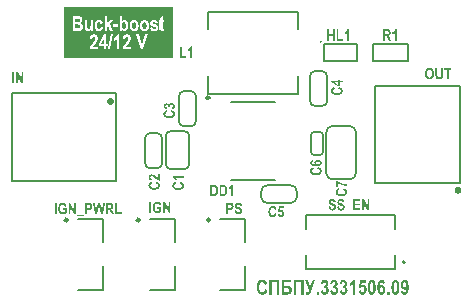
<source format=gto>
G04*
G04 #@! TF.GenerationSoftware,Altium Limited,Altium Designer,19.1.6 (110)*
G04*
G04 Layer_Color=65535*
%FSLAX43Y43*%
%MOMM*%
G71*
G01*
G75*
%ADD10C,0.200*%
%ADD11C,0.250*%
%ADD12C,0.600*%
G36*
X31909Y1949D02*
X31931Y1947D01*
X31957Y1941D01*
X31988Y1932D01*
X32020Y1917D01*
X32053Y1899D01*
X32083Y1873D01*
X32086Y1869D01*
X32096Y1858D01*
X32109Y1839D01*
X32125Y1815D01*
X32142Y1782D01*
X32159Y1741D01*
X32172Y1695D01*
X32183Y1639D01*
X31992Y1613D01*
Y1615D01*
Y1619D01*
X31990Y1626D01*
X31988Y1636D01*
X31983Y1658D01*
X31972Y1684D01*
X31959Y1708D01*
X31938Y1730D01*
X31925Y1739D01*
X31912Y1747D01*
X31896Y1750D01*
X31879Y1752D01*
X31877D01*
X31868Y1750D01*
X31857Y1749D01*
X31842Y1743D01*
X31825Y1736D01*
X31809Y1723D01*
X31790Y1706D01*
X31774Y1682D01*
X31772Y1678D01*
X31770Y1675D01*
X31766Y1667D01*
X31764Y1660D01*
X31759Y1649D01*
X31755Y1636D01*
X31751Y1621D01*
X31746Y1602D01*
X31742Y1582D01*
X31737Y1558D01*
X31733Y1532D01*
X31729Y1504D01*
X31725Y1473D01*
X31722Y1438D01*
X31720Y1399D01*
X31722Y1401D01*
X31727Y1408D01*
X31735Y1417D01*
X31744Y1428D01*
X31757Y1441D01*
X31770Y1454D01*
X31785Y1467D01*
X31801Y1478D01*
X31803Y1480D01*
X31809Y1482D01*
X31820Y1488D01*
X31831Y1493D01*
X31846Y1497D01*
X31864Y1502D01*
X31883Y1504D01*
X31903Y1506D01*
X31914D01*
X31924Y1504D01*
X31935Y1502D01*
X31946Y1500D01*
X31975Y1491D01*
X32007Y1478D01*
X32025Y1469D01*
X32042Y1458D01*
X32061Y1445D01*
X32077Y1430D01*
X32096Y1413D01*
X32112Y1393D01*
X32114Y1391D01*
X32116Y1388D01*
X32122Y1382D01*
X32127Y1373D01*
X32133Y1362D01*
X32142Y1349D01*
X32149Y1332D01*
X32159Y1313D01*
X32166Y1293D01*
X32175Y1271D01*
X32183Y1247D01*
X32188Y1221D01*
X32196Y1191D01*
X32199Y1162D01*
X32201Y1128D01*
X32203Y1095D01*
Y1093D01*
Y1086D01*
Y1076D01*
X32201Y1064D01*
X32199Y1047D01*
X32198Y1026D01*
X32196Y1006D01*
X32192Y982D01*
X32179Y934D01*
X32162Y882D01*
X32151Y856D01*
X32138Y832D01*
X32124Y808D01*
X32107Y786D01*
X32105Y784D01*
X32103Y780D01*
X32098Y775D01*
X32090Y769D01*
X32081Y760D01*
X32070Y751D01*
X32042Y730D01*
X32009Y710D01*
X31968Y691D01*
X31946Y686D01*
X31922Y680D01*
X31898Y677D01*
X31872Y675D01*
X31864D01*
X31857Y677D01*
X31846D01*
X31833Y678D01*
X31818Y682D01*
X31783Y693D01*
X31762Y701D01*
X31742Y710D01*
X31720Y721D01*
X31699Y736D01*
X31677Y752D01*
X31657Y771D01*
X31637Y793D01*
X31616Y819D01*
X31614Y821D01*
X31612Y826D01*
X31607Y836D01*
X31601Y847D01*
X31594Y864D01*
X31585Y884D01*
X31575Y906D01*
X31566Y934D01*
X31557Y965D01*
X31548Y1002D01*
X31540Y1041D01*
X31531Y1086D01*
X31525Y1134D01*
X31520Y1186D01*
X31518Y1243D01*
X31516Y1304D01*
Y1306D01*
Y1308D01*
Y1319D01*
Y1338D01*
X31518Y1360D01*
X31520Y1389D01*
X31522Y1421D01*
X31525Y1456D01*
X31529Y1495D01*
X31542Y1576D01*
X31561Y1658D01*
X31572Y1697D01*
X31587Y1734D01*
X31601Y1769D01*
X31620Y1799D01*
X31622Y1800D01*
X31625Y1806D01*
X31631Y1813D01*
X31638Y1823D01*
X31649Y1834D01*
X31662Y1847D01*
X31677Y1860D01*
X31694Y1875D01*
X31712Y1889D01*
X31733Y1902D01*
X31779Y1926D01*
X31805Y1936D01*
X31831Y1945D01*
X31861Y1949D01*
X31890Y1950D01*
X31901D01*
X31909Y1949D01*
D02*
G37*
G36*
X21819Y1965D02*
X21834Y1963D01*
X21851Y1962D01*
X21869Y1958D01*
X21889Y1952D01*
X21936Y1937D01*
X21960Y1928D01*
X21984Y1917D01*
X22008Y1902D01*
X22032Y1886D01*
X22056Y1867D01*
X22078Y1847D01*
X22080D01*
X22082Y1843D01*
X22086Y1837D01*
X22091Y1832D01*
X22099Y1823D01*
X22106Y1812D01*
X22115Y1799D01*
X22125Y1784D01*
X22134Y1767D01*
X22145Y1750D01*
X22154Y1730D01*
X22165Y1708D01*
X22175Y1682D01*
X22184Y1656D01*
X22193Y1628D01*
X22200Y1599D01*
X21995Y1539D01*
Y1541D01*
X21993Y1543D01*
Y1549D01*
X21991Y1556D01*
X21986Y1575D01*
X21978Y1597D01*
X21967Y1623D01*
X21952Y1649D01*
X21936Y1673D01*
X21915Y1695D01*
X21913Y1697D01*
X21906Y1704D01*
X21893Y1713D01*
X21876Y1723D01*
X21856Y1734D01*
X21834Y1741D01*
X21808Y1749D01*
X21778Y1750D01*
X21767D01*
X21760Y1749D01*
X21739Y1745D01*
X21713Y1737D01*
X21684Y1726D01*
X21652Y1708D01*
X21638Y1697D01*
X21623Y1684D01*
X21608Y1669D01*
X21593Y1650D01*
Y1649D01*
X21589Y1647D01*
X21588Y1639D01*
X21582Y1632D01*
X21576Y1621D01*
X21571Y1608D01*
X21565Y1591D01*
X21558Y1573D01*
X21551Y1552D01*
X21545Y1528D01*
X21539Y1500D01*
X21534Y1471D01*
X21530Y1439D01*
X21526Y1404D01*
X21523Y1365D01*
Y1325D01*
Y1323D01*
Y1313D01*
Y1302D01*
X21525Y1286D01*
Y1267D01*
X21526Y1245D01*
X21528Y1221D01*
X21532Y1195D01*
X21539Y1139D01*
X21552Y1084D01*
X21560Y1058D01*
X21569Y1032D01*
X21580Y1010D01*
X21591Y989D01*
Y988D01*
X21595Y986D01*
X21604Y975D01*
X21619Y958D01*
X21641Y941D01*
X21667Y923D01*
X21697Y906D01*
X21734Y895D01*
X21752Y893D01*
X21773Y891D01*
X21776D01*
X21786Y893D01*
X21802Y895D01*
X21821Y899D01*
X21843Y906D01*
X21867Y917D01*
X21891Y934D01*
X21913Y954D01*
X21915Y958D01*
X21923Y967D01*
X21934Y982D01*
X21947Y1004D01*
X21962Y1032D01*
X21975Y1067D01*
X21989Y1108D01*
X22000Y1158D01*
X22202Y1080D01*
Y1078D01*
X22200Y1071D01*
X22197Y1060D01*
X22193Y1045D01*
X22188Y1028D01*
X22182Y1008D01*
X22175Y986D01*
X22165Y962D01*
X22143Y912D01*
X22115Y860D01*
X22084Y812D01*
X22065Y791D01*
X22045Y771D01*
X22043Y769D01*
X22039Y767D01*
X22034Y762D01*
X22025Y756D01*
X22015Y749D01*
X22002Y741D01*
X21988Y732D01*
X21971Y723D01*
X21952Y714D01*
X21932Y704D01*
X21886Y689D01*
X21834Y678D01*
X21806Y677D01*
X21776Y675D01*
X21767D01*
X21758Y677D01*
X21743D01*
X21726Y680D01*
X21706Y682D01*
X21684Y688D01*
X21660Y693D01*
X21634Y702D01*
X21608Y712D01*
X21582Y725D01*
X21554Y739D01*
X21526Y758D01*
X21501Y778D01*
X21475Y801D01*
X21451Y828D01*
X21449Y830D01*
X21445Y836D01*
X21438Y847D01*
X21428Y862D01*
X21417Y878D01*
X21406Y901D01*
X21393Y926D01*
X21380Y956D01*
X21365Y988D01*
X21352Y1025D01*
X21341Y1064D01*
X21330Y1106D01*
X21321Y1152D01*
X21314Y1202D01*
X21310Y1254D01*
X21308Y1310D01*
Y1312D01*
Y1313D01*
Y1325D01*
X21310Y1341D01*
Y1362D01*
X21312Y1389D01*
X21315Y1421D01*
X21321Y1454D01*
X21326Y1491D01*
X21334Y1532D01*
X21343Y1573D01*
X21354Y1613D01*
X21369Y1656D01*
X21386Y1697D01*
X21404Y1736D01*
X21426Y1775D01*
X21452Y1810D01*
X21454Y1812D01*
X21458Y1817D01*
X21465Y1825D01*
X21475Y1834D01*
X21488Y1847D01*
X21502Y1860D01*
X21521Y1875D01*
X21541Y1889D01*
X21564Y1902D01*
X21589Y1917D01*
X21617Y1930D01*
X21647Y1943D01*
X21680Y1952D01*
X21713Y1960D01*
X21751Y1965D01*
X21789Y1967D01*
X21806D01*
X21819Y1965D01*
D02*
G37*
G36*
X25922Y995D02*
Y993D01*
X25919Y988D01*
X25917Y978D01*
X25911Y967D01*
X25906Y952D01*
X25898Y936D01*
X25883Y899D01*
X25863Y858D01*
X25843Y819D01*
X25820Y782D01*
X25809Y765D01*
X25798Y751D01*
X25796Y747D01*
X25787Y739D01*
X25774Y728D01*
X25758Y715D01*
X25737Y702D01*
X25713Y691D01*
X25685Y684D01*
X25654Y680D01*
X25626D01*
X25606Y682D01*
X25583Y684D01*
X25559Y686D01*
X25511Y695D01*
Y882D01*
X25539D01*
X25565Y880D01*
X25600D01*
X25613Y882D01*
X25630Y884D01*
X25646Y888D01*
X25663Y893D01*
X25680Y901D01*
X25693Y910D01*
X25695Y912D01*
X25698Y917D01*
X25704Y925D01*
X25713Y939D01*
X25722Y958D01*
X25732Y980D01*
X25743Y1010D01*
X25754Y1047D01*
X25376Y1947D01*
X25608D01*
X25846Y1297D01*
X26054Y1947D01*
X26269D01*
X25922Y995D01*
D02*
G37*
G36*
X28672Y1949D02*
X28683Y1947D01*
X28696Y1945D01*
X28729Y1937D01*
X28765Y1926D01*
X28802Y1908D01*
X28820Y1897D01*
X28839Y1884D01*
X28855Y1869D01*
X28872Y1850D01*
X28874Y1849D01*
X28876Y1847D01*
X28879Y1841D01*
X28885Y1834D01*
X28891Y1825D01*
X28898Y1813D01*
X28915Y1786D01*
X28929Y1752D01*
X28942Y1715D01*
X28952Y1675D01*
X28955Y1652D01*
Y1630D01*
Y1626D01*
Y1617D01*
X28953Y1600D01*
X28950Y1582D01*
X28946Y1558D01*
X28939Y1534D01*
X28929Y1508D01*
X28916Y1482D01*
X28915Y1478D01*
X28909Y1471D01*
X28902Y1460D01*
X28889Y1443D01*
X28874Y1426D01*
X28853Y1406D01*
X28831Y1386D01*
X28805Y1367D01*
X28807D01*
X28809Y1365D01*
X28820Y1362D01*
X28835Y1356D01*
X28855Y1347D01*
X28878Y1332D01*
X28900Y1315D01*
X28922Y1293D01*
X28944Y1265D01*
X28946Y1262D01*
X28953Y1251D01*
X28963Y1234D01*
X28972Y1212D01*
X28983Y1184D01*
X28991Y1151D01*
X28998Y1112D01*
X29000Y1069D01*
Y1067D01*
Y1062D01*
Y1052D01*
X28998Y1041D01*
X28996Y1026D01*
X28994Y1010D01*
X28991Y991D01*
X28987Y969D01*
X28974Y925D01*
X28955Y878D01*
X28944Y854D01*
X28931Y830D01*
X28915Y808D01*
X28896Y786D01*
X28894Y784D01*
X28892Y780D01*
X28885Y775D01*
X28878Y769D01*
X28868Y760D01*
X28857Y751D01*
X28828Y730D01*
X28792Y710D01*
X28752Y691D01*
X28728Y686D01*
X28704Y680D01*
X28679Y677D01*
X28654Y675D01*
X28641D01*
X28631Y677D01*
X28620Y678D01*
X28605Y680D01*
X28574Y686D01*
X28539Y697D01*
X28500Y715D01*
X28479Y725D01*
X28461Y738D01*
X28442Y752D01*
X28424Y769D01*
X28422Y771D01*
X28420Y773D01*
X28415Y778D01*
X28409Y786D01*
X28402Y797D01*
X28394Y808D01*
X28385Y821D01*
X28376Y838D01*
X28367Y854D01*
X28357Y875D01*
X28348Y895D01*
X28339Y919D01*
X28326Y969D01*
X28317Y1028D01*
X28507Y1056D01*
Y1054D01*
Y1052D01*
X28509Y1041D01*
X28511Y1026D01*
X28516Y1006D01*
X28522Y984D01*
X28531Y962D01*
X28542Y939D01*
X28555Y921D01*
X28557Y919D01*
X28563Y914D01*
X28572Y906D01*
X28583Y899D01*
X28596Y889D01*
X28613Y882D01*
X28631Y876D01*
X28652Y875D01*
X28663D01*
X28674Y878D01*
X28687Y882D01*
X28704Y888D01*
X28722Y897D01*
X28739Y910D01*
X28755Y928D01*
X28757Y930D01*
X28763Y939D01*
X28768Y951D01*
X28778Y969D01*
X28785Y989D01*
X28791Y1017D01*
X28796Y1047D01*
X28798Y1082D01*
Y1084D01*
Y1086D01*
Y1097D01*
X28796Y1113D01*
X28792Y1134D01*
X28789Y1156D01*
X28781Y1180D01*
X28770Y1204D01*
X28757Y1225D01*
X28755Y1226D01*
X28750Y1234D01*
X28741Y1241D01*
X28729Y1252D01*
X28715Y1262D01*
X28698Y1271D01*
X28679Y1276D01*
X28659Y1278D01*
X28644D01*
X28635Y1276D01*
X28622Y1275D01*
X28605Y1271D01*
X28589Y1265D01*
X28570Y1260D01*
X28591Y1456D01*
X28604D01*
X28618Y1458D01*
X28635Y1460D01*
X28655Y1465D01*
X28676Y1471D01*
X28694Y1482D01*
X28713Y1495D01*
X28715Y1497D01*
X28720Y1502D01*
X28728Y1513D01*
X28735Y1526D01*
X28742Y1543D01*
X28750Y1563D01*
X28755Y1588D01*
X28757Y1615D01*
Y1619D01*
Y1626D01*
X28755Y1638D01*
X28753Y1652D01*
X28750Y1667D01*
X28742Y1684D01*
X28735Y1700D01*
X28724Y1715D01*
X28722Y1717D01*
X28718Y1721D01*
X28711Y1726D01*
X28702Y1734D01*
X28691Y1741D01*
X28676Y1747D01*
X28659Y1750D01*
X28641Y1752D01*
X28633D01*
X28622Y1750D01*
X28611Y1747D01*
X28598Y1741D01*
X28583Y1734D01*
X28568Y1725D01*
X28554Y1710D01*
X28552Y1708D01*
X28548Y1702D01*
X28542Y1691D01*
X28535Y1678D01*
X28528Y1662D01*
X28520Y1639D01*
X28515Y1615D01*
X28511Y1586D01*
X28329Y1623D01*
Y1625D01*
X28331Y1630D01*
X28333Y1639D01*
X28335Y1650D01*
X28339Y1665D01*
X28342Y1680D01*
X28354Y1717D01*
X28368Y1758D01*
X28387Y1799D01*
X28411Y1837D01*
X28424Y1856D01*
X28439Y1871D01*
X28441Y1873D01*
X28442Y1875D01*
X28454Y1884D01*
X28472Y1897D01*
X28496Y1912D01*
X28526Y1925D01*
X28563Y1937D01*
X28604Y1947D01*
X28626Y1950D01*
X28661D01*
X28672Y1949D01*
D02*
G37*
G36*
X27874Y1949D02*
X27885Y1947D01*
X27898Y1945D01*
X27931Y1937D01*
X27967Y1926D01*
X28004Y1908D01*
X28022Y1897D01*
X28041Y1884D01*
X28057Y1869D01*
X28074Y1850D01*
X28076Y1849D01*
X28078Y1847D01*
X28081Y1841D01*
X28087Y1834D01*
X28092Y1825D01*
X28100Y1813D01*
X28117Y1786D01*
X28131Y1752D01*
X28144Y1715D01*
X28154Y1675D01*
X28157Y1652D01*
Y1630D01*
Y1626D01*
Y1617D01*
X28155Y1600D01*
X28152Y1582D01*
X28148Y1558D01*
X28141Y1534D01*
X28131Y1508D01*
X28118Y1482D01*
X28117Y1478D01*
X28111Y1471D01*
X28104Y1460D01*
X28091Y1443D01*
X28076Y1426D01*
X28055Y1406D01*
X28033Y1386D01*
X28007Y1367D01*
X28009D01*
X28011Y1365D01*
X28022Y1362D01*
X28037Y1356D01*
X28057Y1347D01*
X28080Y1332D01*
X28102Y1315D01*
X28124Y1293D01*
X28146Y1265D01*
X28148Y1262D01*
X28155Y1251D01*
X28165Y1234D01*
X28174Y1212D01*
X28185Y1184D01*
X28192Y1151D01*
X28200Y1112D01*
X28202Y1069D01*
Y1067D01*
Y1062D01*
Y1052D01*
X28200Y1041D01*
X28198Y1026D01*
X28196Y1010D01*
X28192Y991D01*
X28189Y969D01*
X28176Y925D01*
X28157Y878D01*
X28146Y854D01*
X28133Y830D01*
X28117Y808D01*
X28098Y786D01*
X28096Y784D01*
X28094Y780D01*
X28087Y775D01*
X28080Y769D01*
X28070Y760D01*
X28059Y751D01*
X28029Y730D01*
X27994Y710D01*
X27954Y691D01*
X27930Y686D01*
X27905Y680D01*
X27881Y677D01*
X27855Y675D01*
X27842D01*
X27833Y677D01*
X27822Y678D01*
X27807Y680D01*
X27776Y686D01*
X27741Y697D01*
X27702Y715D01*
X27681Y725D01*
X27663Y738D01*
X27644Y752D01*
X27626Y769D01*
X27624Y771D01*
X27622Y773D01*
X27617Y778D01*
X27611Y786D01*
X27604Y797D01*
X27596Y808D01*
X27587Y821D01*
X27578Y838D01*
X27568Y854D01*
X27559Y875D01*
X27550Y895D01*
X27541Y919D01*
X27528Y969D01*
X27518Y1028D01*
X27709Y1056D01*
Y1054D01*
Y1052D01*
X27711Y1041D01*
X27713Y1026D01*
X27718Y1006D01*
X27724Y984D01*
X27733Y962D01*
X27744Y939D01*
X27757Y921D01*
X27759Y919D01*
X27765Y914D01*
X27774Y906D01*
X27785Y899D01*
X27798Y889D01*
X27815Y882D01*
X27833Y876D01*
X27854Y875D01*
X27865D01*
X27876Y878D01*
X27889Y882D01*
X27905Y888D01*
X27924Y897D01*
X27941Y910D01*
X27957Y928D01*
X27959Y930D01*
X27965Y939D01*
X27970Y951D01*
X27980Y969D01*
X27987Y989D01*
X27992Y1017D01*
X27998Y1047D01*
X28000Y1082D01*
Y1084D01*
Y1086D01*
Y1097D01*
X27998Y1113D01*
X27994Y1134D01*
X27991Y1156D01*
X27983Y1180D01*
X27972Y1204D01*
X27959Y1225D01*
X27957Y1226D01*
X27952Y1234D01*
X27942Y1241D01*
X27931Y1252D01*
X27917Y1262D01*
X27900Y1271D01*
X27881Y1276D01*
X27861Y1278D01*
X27846D01*
X27837Y1276D01*
X27824Y1275D01*
X27807Y1271D01*
X27791Y1265D01*
X27772Y1260D01*
X27792Y1456D01*
X27805D01*
X27820Y1458D01*
X27837Y1460D01*
X27857Y1465D01*
X27878Y1471D01*
X27896Y1482D01*
X27915Y1495D01*
X27917Y1497D01*
X27922Y1502D01*
X27930Y1513D01*
X27937Y1526D01*
X27944Y1543D01*
X27952Y1563D01*
X27957Y1588D01*
X27959Y1615D01*
Y1619D01*
Y1626D01*
X27957Y1638D01*
X27955Y1652D01*
X27952Y1667D01*
X27944Y1684D01*
X27937Y1700D01*
X27926Y1715D01*
X27924Y1717D01*
X27920Y1721D01*
X27913Y1726D01*
X27904Y1734D01*
X27892Y1741D01*
X27878Y1747D01*
X27861Y1750D01*
X27842Y1752D01*
X27835D01*
X27824Y1750D01*
X27813Y1747D01*
X27800Y1741D01*
X27785Y1734D01*
X27770Y1725D01*
X27755Y1710D01*
X27754Y1708D01*
X27750Y1702D01*
X27744Y1691D01*
X27737Y1678D01*
X27730Y1662D01*
X27722Y1639D01*
X27717Y1615D01*
X27713Y1586D01*
X27531Y1623D01*
Y1625D01*
X27533Y1630D01*
X27535Y1639D01*
X27537Y1650D01*
X27541Y1665D01*
X27544Y1680D01*
X27555Y1717D01*
X27570Y1758D01*
X27589Y1799D01*
X27613Y1837D01*
X27626Y1856D01*
X27641Y1871D01*
X27643Y1873D01*
X27644Y1875D01*
X27655Y1884D01*
X27674Y1897D01*
X27698Y1912D01*
X27728Y1925D01*
X27765Y1937D01*
X27805Y1947D01*
X27828Y1950D01*
X27863D01*
X27874Y1949D01*
D02*
G37*
G36*
X27076D02*
X27087Y1947D01*
X27100Y1945D01*
X27133Y1937D01*
X27168Y1926D01*
X27206Y1908D01*
X27224Y1897D01*
X27243Y1884D01*
X27259Y1869D01*
X27276Y1850D01*
X27278Y1849D01*
X27280Y1847D01*
X27283Y1841D01*
X27289Y1834D01*
X27294Y1825D01*
X27302Y1813D01*
X27318Y1786D01*
X27333Y1752D01*
X27346Y1715D01*
X27355Y1675D01*
X27359Y1652D01*
Y1630D01*
Y1626D01*
Y1617D01*
X27357Y1600D01*
X27354Y1582D01*
X27350Y1558D01*
X27343Y1534D01*
X27333Y1508D01*
X27320Y1482D01*
X27318Y1478D01*
X27313Y1471D01*
X27306Y1460D01*
X27293Y1443D01*
X27278Y1426D01*
X27257Y1406D01*
X27235Y1386D01*
X27209Y1367D01*
X27211D01*
X27213Y1365D01*
X27224Y1362D01*
X27239Y1356D01*
X27259Y1347D01*
X27281Y1332D01*
X27304Y1315D01*
X27326Y1293D01*
X27348Y1265D01*
X27350Y1262D01*
X27357Y1251D01*
X27367Y1234D01*
X27376Y1212D01*
X27387Y1184D01*
X27394Y1151D01*
X27402Y1112D01*
X27404Y1069D01*
Y1067D01*
Y1062D01*
Y1052D01*
X27402Y1041D01*
X27400Y1026D01*
X27398Y1010D01*
X27394Y991D01*
X27391Y969D01*
X27378Y925D01*
X27359Y878D01*
X27348Y854D01*
X27335Y830D01*
X27318Y808D01*
X27300Y786D01*
X27298Y784D01*
X27296Y780D01*
X27289Y775D01*
X27281Y769D01*
X27272Y760D01*
X27261Y751D01*
X27231Y730D01*
X27196Y710D01*
X27156Y691D01*
X27131Y686D01*
X27107Y680D01*
X27083Y677D01*
X27057Y675D01*
X27044D01*
X27035Y677D01*
X27024Y678D01*
X27009Y680D01*
X26978Y686D01*
X26943Y697D01*
X26904Y715D01*
X26883Y725D01*
X26865Y738D01*
X26846Y752D01*
X26828Y769D01*
X26826Y771D01*
X26824Y773D01*
X26819Y778D01*
X26813Y786D01*
X26806Y797D01*
X26798Y808D01*
X26789Y821D01*
X26780Y838D01*
X26770Y854D01*
X26761Y875D01*
X26752Y895D01*
X26743Y919D01*
X26730Y969D01*
X26720Y1028D01*
X26911Y1056D01*
Y1054D01*
Y1052D01*
X26913Y1041D01*
X26915Y1026D01*
X26920Y1006D01*
X26926Y984D01*
X26935Y962D01*
X26946Y939D01*
X26959Y921D01*
X26961Y919D01*
X26967Y914D01*
X26976Y906D01*
X26987Y899D01*
X27000Y889D01*
X27017Y882D01*
X27035Y876D01*
X27056Y875D01*
X27067D01*
X27078Y878D01*
X27091Y882D01*
X27107Y888D01*
X27126Y897D01*
X27143Y910D01*
X27159Y928D01*
X27161Y930D01*
X27167Y939D01*
X27172Y951D01*
X27181Y969D01*
X27189Y989D01*
X27194Y1017D01*
X27200Y1047D01*
X27202Y1082D01*
Y1084D01*
Y1086D01*
Y1097D01*
X27200Y1113D01*
X27196Y1134D01*
X27193Y1156D01*
X27185Y1180D01*
X27174Y1204D01*
X27161Y1225D01*
X27159Y1226D01*
X27154Y1234D01*
X27144Y1241D01*
X27133Y1252D01*
X27118Y1262D01*
X27102Y1271D01*
X27083Y1276D01*
X27063Y1278D01*
X27048D01*
X27039Y1276D01*
X27026Y1275D01*
X27009Y1271D01*
X26993Y1265D01*
X26974Y1260D01*
X26994Y1456D01*
X27007D01*
X27022Y1458D01*
X27039Y1460D01*
X27059Y1465D01*
X27080Y1471D01*
X27098Y1482D01*
X27117Y1495D01*
X27118Y1497D01*
X27124Y1502D01*
X27131Y1513D01*
X27139Y1526D01*
X27146Y1543D01*
X27154Y1563D01*
X27159Y1588D01*
X27161Y1615D01*
Y1619D01*
Y1626D01*
X27159Y1638D01*
X27157Y1652D01*
X27154Y1667D01*
X27146Y1684D01*
X27139Y1700D01*
X27128Y1715D01*
X27126Y1717D01*
X27122Y1721D01*
X27115Y1726D01*
X27106Y1734D01*
X27094Y1741D01*
X27080Y1747D01*
X27063Y1750D01*
X27044Y1752D01*
X27037D01*
X27026Y1750D01*
X27015Y1747D01*
X27002Y1741D01*
X26987Y1734D01*
X26972Y1725D01*
X26957Y1710D01*
X26956Y1708D01*
X26952Y1702D01*
X26946Y1691D01*
X26939Y1678D01*
X26931Y1662D01*
X26924Y1639D01*
X26919Y1615D01*
X26915Y1586D01*
X26733Y1623D01*
Y1625D01*
X26735Y1630D01*
X26737Y1639D01*
X26739Y1650D01*
X26743Y1665D01*
X26746Y1680D01*
X26757Y1717D01*
X26772Y1758D01*
X26791Y1799D01*
X26815Y1837D01*
X26828Y1856D01*
X26843Y1871D01*
X26844Y1873D01*
X26846Y1875D01*
X26857Y1884D01*
X26876Y1897D01*
X26900Y1912D01*
X26930Y1925D01*
X26967Y1937D01*
X27007Y1947D01*
X27030Y1950D01*
X27065D01*
X27076Y1949D01*
D02*
G37*
G36*
X33847Y1949D02*
X33860Y1947D01*
X33877Y1943D01*
X33912Y1932D01*
X33933Y1925D01*
X33953Y1915D01*
X33973Y1902D01*
X33996Y1889D01*
X34018Y1873D01*
X34038Y1852D01*
X34059Y1830D01*
X34079Y1804D01*
X34081Y1802D01*
X34083Y1797D01*
X34088Y1789D01*
X34096Y1776D01*
X34103Y1760D01*
X34110Y1739D01*
X34120Y1717D01*
X34131Y1689D01*
X34140Y1658D01*
X34149Y1621D01*
X34157Y1582D01*
X34164Y1538D01*
X34171Y1489D01*
X34177Y1438D01*
X34179Y1380D01*
X34181Y1319D01*
Y1317D01*
Y1315D01*
Y1304D01*
Y1286D01*
X34179Y1263D01*
X34177Y1234D01*
X34175Y1202D01*
X34171Y1167D01*
X34168Y1128D01*
X34155Y1047D01*
X34147Y1006D01*
X34136Y965D01*
X34123Y926D01*
X34110Y889D01*
X34094Y854D01*
X34075Y825D01*
X34073Y823D01*
X34070Y819D01*
X34064Y812D01*
X34057Y801D01*
X34046Y789D01*
X34033Y776D01*
X34018Y764D01*
X34001Y751D01*
X33983Y736D01*
X33962Y723D01*
X33916Y699D01*
X33890Y689D01*
X33862Y682D01*
X33834Y677D01*
X33803Y675D01*
X33792D01*
X33784Y677D01*
X33762Y678D01*
X33734Y684D01*
X33705Y693D01*
X33673Y706D01*
X33640Y725D01*
X33610Y751D01*
X33607Y754D01*
X33597Y765D01*
X33584Y784D01*
X33577Y795D01*
X33570Y808D01*
X33562Y825D01*
X33553Y841D01*
X33546Y860D01*
X33538Y882D01*
X33531Y904D01*
X33523Y930D01*
X33518Y956D01*
X33514Y986D01*
X33705Y1012D01*
Y1010D01*
Y1006D01*
X33707Y999D01*
X33709Y989D01*
X33714Y967D01*
X33723Y943D01*
X33738Y917D01*
X33757Y895D01*
X33770Y886D01*
X33783Y878D01*
X33799Y875D01*
X33816Y873D01*
X33820D01*
X33827Y875D01*
X33838Y876D01*
X33853Y882D01*
X33870Y889D01*
X33888Y902D01*
X33905Y919D01*
X33921Y941D01*
X33923Y945D01*
X33925Y949D01*
X33929Y956D01*
X33933Y964D01*
X33936Y975D01*
X33940Y988D01*
X33944Y1002D01*
X33949Y1021D01*
X33953Y1041D01*
X33959Y1064D01*
X33962Y1089D01*
X33968Y1119D01*
X33971Y1151D01*
X33975Y1186D01*
X33977Y1223D01*
X33975Y1221D01*
X33971Y1213D01*
X33962Y1204D01*
X33953Y1193D01*
X33940Y1180D01*
X33927Y1169D01*
X33910Y1156D01*
X33894Y1145D01*
X33892Y1143D01*
X33886Y1141D01*
X33875Y1138D01*
X33864Y1132D01*
X33847Y1126D01*
X33831Y1123D01*
X33810Y1121D01*
X33790Y1119D01*
X33779D01*
X33770Y1121D01*
X33760Y1123D01*
X33749Y1125D01*
X33720Y1134D01*
X33688Y1147D01*
X33672Y1156D01*
X33653Y1165D01*
X33636Y1178D01*
X33618Y1193D01*
X33599Y1210D01*
X33583Y1230D01*
X33581Y1232D01*
X33579Y1236D01*
X33575Y1241D01*
X33570Y1251D01*
X33562Y1262D01*
X33555Y1275D01*
X33547Y1291D01*
X33538Y1310D01*
X33531Y1328D01*
X33522Y1351D01*
X33514Y1376D01*
X33509Y1402D01*
X33501Y1430D01*
X33497Y1460D01*
X33496Y1493D01*
X33494Y1526D01*
Y1528D01*
Y1536D01*
Y1545D01*
X33496Y1560D01*
X33497Y1575D01*
X33499Y1595D01*
X33501Y1615D01*
X33505Y1639D01*
X33516Y1688D01*
X33534Y1739D01*
X33544Y1765D01*
X33557Y1789D01*
X33572Y1813D01*
X33588Y1836D01*
X33590Y1837D01*
X33592Y1841D01*
X33597Y1847D01*
X33605Y1854D01*
X33614Y1862D01*
X33625Y1873D01*
X33653Y1893D01*
X33686Y1913D01*
X33727Y1932D01*
X33749Y1939D01*
X33771Y1945D01*
X33796Y1949D01*
X33821Y1950D01*
X33836D01*
X33847Y1949D01*
D02*
G37*
G36*
X30566Y1706D02*
X30196D01*
X30163Y1491D01*
X30166Y1493D01*
X30174Y1499D01*
X30187Y1504D01*
X30205Y1513D01*
X30226Y1521D01*
X30248Y1526D01*
X30272Y1532D01*
X30298Y1534D01*
X30309D01*
X30318Y1532D01*
X30329Y1530D01*
X30340Y1528D01*
X30370Y1523D01*
X30401Y1510D01*
X30437Y1493D01*
X30455Y1482D01*
X30472Y1469D01*
X30489Y1454D01*
X30505Y1438D01*
X30507Y1436D01*
X30511Y1432D01*
X30514Y1425D01*
X30522Y1415D01*
X30529Y1402D01*
X30538Y1388D01*
X30550Y1371D01*
X30559Y1352D01*
X30568Y1330D01*
X30579Y1306D01*
X30588Y1278D01*
X30596Y1251D01*
X30603Y1219D01*
X30609Y1188D01*
X30611Y1152D01*
X30613Y1115D01*
Y1113D01*
Y1108D01*
Y1099D01*
X30611Y1088D01*
Y1073D01*
X30607Y1056D01*
X30605Y1038D01*
X30601Y1015D01*
X30590Y969D01*
X30574Y917D01*
X30563Y891D01*
X30551Y865D01*
X30537Y838D01*
X30520Y812D01*
X30518Y810D01*
X30516Y806D01*
X30511Y799D01*
X30503Y789D01*
X30494Y780D01*
X30483Y769D01*
X30468Y756D01*
X30453Y743D01*
X30437Y730D01*
X30416Y717D01*
X30396Y706D01*
X30372Y697D01*
X30348Y688D01*
X30320Y680D01*
X30292Y677D01*
X30261Y675D01*
X30248D01*
X30239Y677D01*
X30227D01*
X30213Y680D01*
X30181Y686D01*
X30146Y697D01*
X30107Y712D01*
X30070Y734D01*
X30052Y749D01*
X30033Y764D01*
X30031Y765D01*
X30029Y767D01*
X30024Y773D01*
X30018Y780D01*
X30011Y789D01*
X30003Y801D01*
X29994Y814D01*
X29985Y828D01*
X29976Y845D01*
X29966Y865D01*
X29957Y886D01*
X29948Y908D01*
X29940Y932D01*
X29933Y960D01*
X29924Y1017D01*
X30120Y1043D01*
Y1039D01*
X30122Y1030D01*
X30126Y1014D01*
X30129Y995D01*
X30135Y975D01*
X30144Y954D01*
X30155Y932D01*
X30170Y914D01*
X30172Y912D01*
X30177Y906D01*
X30187Y899D01*
X30198Y891D01*
X30211Y882D01*
X30227Y875D01*
X30244Y869D01*
X30263Y867D01*
X30264D01*
X30274Y869D01*
X30285Y871D01*
X30298Y875D01*
X30314Y882D01*
X30333Y893D01*
X30350Y906D01*
X30366Y926D01*
X30368Y930D01*
X30374Y938D01*
X30381Y952D01*
X30389Y971D01*
X30396Y997D01*
X30403Y1028D01*
X30409Y1067D01*
X30411Y1110D01*
Y1112D01*
Y1115D01*
Y1121D01*
Y1130D01*
X30409Y1151D01*
X30405Y1176D01*
X30400Y1204D01*
X30392Y1234D01*
X30381Y1260D01*
X30366Y1284D01*
X30364Y1286D01*
X30359Y1293D01*
X30350Y1302D01*
X30337Y1313D01*
X30322Y1323D01*
X30301Y1332D01*
X30281Y1339D01*
X30257Y1341D01*
X30253D01*
X30242Y1339D01*
X30227Y1336D01*
X30207Y1330D01*
X30183Y1319D01*
X30157Y1302D01*
X30144Y1293D01*
X30131Y1280D01*
X30118Y1267D01*
X30105Y1251D01*
X29946Y1278D01*
X30046Y1930D01*
X30566D01*
Y1706D01*
D02*
G37*
G36*
X32551Y695D02*
X32355D01*
Y936D01*
X32551D01*
Y695D01*
D02*
G37*
G36*
X29627D02*
X29429D01*
Y1600D01*
X29428Y1599D01*
X29424Y1595D01*
X29418Y1589D01*
X29409Y1580D01*
X29400Y1571D01*
X29387Y1558D01*
X29372Y1545D01*
X29355Y1532D01*
X29318Y1502D01*
X29276Y1471D01*
X29226Y1443D01*
X29174Y1419D01*
Y1638D01*
X29176D01*
X29178Y1639D01*
X29189Y1643D01*
X29203Y1652D01*
X29226Y1663D01*
X29252Y1680D01*
X29279Y1700D01*
X29311Y1725D01*
X29344Y1754D01*
X29346Y1756D01*
X29348Y1758D01*
X29359Y1769D01*
X29374Y1788D01*
X29392Y1812D01*
X29413Y1839D01*
X29433Y1873D01*
X29452Y1910D01*
X29466Y1950D01*
X29627D01*
Y695D01*
D02*
G37*
G36*
X26567Y695D02*
X26370D01*
Y936D01*
X26567D01*
Y695D01*
D02*
G37*
G36*
X25269D02*
X25061D01*
Y1736D01*
X24656D01*
Y695D01*
X24448D01*
Y1947D01*
X25269D01*
Y695D01*
D02*
G37*
G36*
X24189Y1736D02*
X23628D01*
Y1449D01*
X23937D01*
X23948Y1447D01*
X23961Y1445D01*
X23978Y1443D01*
X24015Y1436D01*
X24058Y1423D01*
X24100Y1404D01*
X24122Y1393D01*
X24143Y1380D01*
X24163Y1363D01*
X24182Y1345D01*
X24184Y1343D01*
X24185Y1339D01*
X24191Y1334D01*
X24197Y1326D01*
X24204Y1315D01*
X24211Y1302D01*
X24221Y1288D01*
X24230Y1271D01*
X24239Y1252D01*
X24248Y1232D01*
X24256Y1210D01*
X24263Y1186D01*
X24274Y1130D01*
X24276Y1101D01*
X24278Y1069D01*
Y1067D01*
Y1062D01*
Y1054D01*
X24276Y1045D01*
Y1032D01*
X24274Y1017D01*
X24271Y999D01*
X24269Y980D01*
X24258Y939D01*
X24243Y897D01*
X24224Y852D01*
X24211Y830D01*
X24197Y808D01*
Y806D01*
X24193Y802D01*
X24187Y797D01*
X24182Y791D01*
X24173Y782D01*
X24161Y773D01*
X24147Y762D01*
X24132Y752D01*
X24113Y741D01*
X24093Y730D01*
X24071Y721D01*
X24047Y714D01*
X24019Y706D01*
X23989Y701D01*
X23956Y697D01*
X23921Y695D01*
X23421D01*
Y1947D01*
X24189D01*
Y1736D01*
D02*
G37*
G36*
X23202Y695D02*
X22995D01*
Y1736D01*
X22589D01*
Y695D01*
X22382D01*
Y1947D01*
X23202D01*
Y695D01*
D02*
G37*
G36*
X33068Y1949D02*
X33081Y1947D01*
X33096Y1943D01*
X33131Y1932D01*
X33149Y1925D01*
X33170Y1915D01*
X33188Y1904D01*
X33209Y1891D01*
X33229Y1875D01*
X33249Y1854D01*
X33268Y1834D01*
X33286Y1808D01*
X33288Y1806D01*
X33290Y1800D01*
X33296Y1793D01*
X33301Y1780D01*
X33309Y1763D01*
X33316Y1745D01*
X33323Y1721D01*
X33333Y1693D01*
X33342Y1660D01*
X33349Y1625D01*
X33357Y1584D01*
X33364Y1538D01*
X33370Y1489D01*
X33375Y1434D01*
X33377Y1376D01*
X33379Y1312D01*
Y1310D01*
Y1308D01*
Y1302D01*
Y1297D01*
Y1278D01*
X33377Y1254D01*
Y1225D01*
X33373Y1193D01*
X33372Y1156D01*
X33368Y1117D01*
X33357Y1036D01*
X33340Y952D01*
X33329Y914D01*
X33318Y878D01*
X33303Y845D01*
X33286Y815D01*
X33285Y814D01*
X33283Y810D01*
X33277Y802D01*
X33270Y793D01*
X33260Y782D01*
X33249Y771D01*
X33222Y745D01*
X33186Y719D01*
X33146Y697D01*
X33123Y688D01*
X33099Y680D01*
X33073Y677D01*
X33046Y675D01*
X33038D01*
X33031Y677D01*
X33022D01*
X33009Y678D01*
X32994Y682D01*
X32959Y691D01*
X32940Y699D01*
X32920Y708D01*
X32901Y719D01*
X32881Y734D01*
X32860Y749D01*
X32840Y767D01*
X32822Y789D01*
X32803Y814D01*
X32801Y815D01*
X32799Y821D01*
X32796Y828D01*
X32788Y841D01*
X32783Y858D01*
X32775Y876D01*
X32766Y901D01*
X32759Y928D01*
X32749Y962D01*
X32742Y997D01*
X32733Y1038D01*
X32727Y1084D01*
X32722Y1134D01*
X32716Y1189D01*
X32714Y1249D01*
X32712Y1313D01*
Y1315D01*
Y1317D01*
Y1323D01*
Y1328D01*
Y1347D01*
X32714Y1371D01*
X32716Y1399D01*
X32718Y1432D01*
X32720Y1469D01*
X32723Y1508D01*
X32735Y1589D01*
X32751Y1671D01*
X32761Y1710D01*
X32773Y1745D01*
X32786Y1778D01*
X32803Y1808D01*
X32805Y1810D01*
X32807Y1813D01*
X32812Y1821D01*
X32820Y1830D01*
X32829Y1841D01*
X32840Y1852D01*
X32868Y1880D01*
X32903Y1906D01*
X32944Y1928D01*
X32966Y1937D01*
X32990Y1945D01*
X33016Y1949D01*
X33044Y1950D01*
X33059D01*
X33068Y1949D01*
D02*
G37*
G36*
X31074D02*
X31087Y1947D01*
X31101Y1943D01*
X31137Y1932D01*
X31155Y1925D01*
X31175Y1915D01*
X31194Y1904D01*
X31214Y1891D01*
X31235Y1875D01*
X31255Y1854D01*
X31274Y1834D01*
X31292Y1808D01*
X31294Y1806D01*
X31296Y1800D01*
X31301Y1793D01*
X31307Y1780D01*
X31314Y1763D01*
X31322Y1745D01*
X31329Y1721D01*
X31338Y1693D01*
X31348Y1660D01*
X31355Y1625D01*
X31362Y1584D01*
X31370Y1538D01*
X31375Y1489D01*
X31381Y1434D01*
X31383Y1376D01*
X31385Y1312D01*
Y1310D01*
Y1308D01*
Y1302D01*
Y1297D01*
Y1278D01*
X31383Y1254D01*
Y1225D01*
X31379Y1193D01*
X31377Y1156D01*
X31374Y1117D01*
X31362Y1036D01*
X31346Y952D01*
X31335Y914D01*
X31324Y878D01*
X31309Y845D01*
X31292Y815D01*
X31290Y814D01*
X31288Y810D01*
X31283Y802D01*
X31275Y793D01*
X31266Y782D01*
X31255Y771D01*
X31227Y745D01*
X31192Y719D01*
X31151Y697D01*
X31129Y688D01*
X31105Y680D01*
X31079Y677D01*
X31051Y675D01*
X31044D01*
X31037Y677D01*
X31027D01*
X31014Y678D01*
X31000Y682D01*
X30964Y691D01*
X30946Y699D01*
X30926Y708D01*
X30907Y719D01*
X30887Y734D01*
X30866Y749D01*
X30846Y767D01*
X30827Y789D01*
X30809Y814D01*
X30807Y815D01*
X30805Y821D01*
X30801Y828D01*
X30794Y841D01*
X30788Y858D01*
X30781Y876D01*
X30772Y901D01*
X30764Y928D01*
X30755Y962D01*
X30748Y997D01*
X30738Y1038D01*
X30733Y1084D01*
X30727Y1134D01*
X30722Y1189D01*
X30720Y1249D01*
X30718Y1313D01*
Y1315D01*
Y1317D01*
Y1323D01*
Y1328D01*
Y1347D01*
X30720Y1371D01*
X30722Y1399D01*
X30724Y1432D01*
X30726Y1469D01*
X30729Y1508D01*
X30740Y1589D01*
X30757Y1671D01*
X30766Y1710D01*
X30779Y1745D01*
X30792Y1778D01*
X30809Y1808D01*
X30811Y1810D01*
X30813Y1813D01*
X30818Y1821D01*
X30826Y1830D01*
X30835Y1841D01*
X30846Y1852D01*
X30874Y1880D01*
X30909Y1906D01*
X30950Y1928D01*
X30972Y1937D01*
X30996Y1945D01*
X31022Y1949D01*
X31050Y1950D01*
X31064D01*
X31074Y1949D01*
D02*
G37*
G36*
X14243Y22995D02*
Y20701D01*
X4978D01*
Y22995D01*
Y25018D01*
X14243D01*
Y22995D01*
D02*
G37*
G36*
X12910Y8562D02*
X12921Y8560D01*
X12935Y8559D01*
X12950Y8557D01*
X12966Y8555D01*
X13003Y8546D01*
X13039Y8533D01*
X13058Y8525D01*
X13076Y8515D01*
X13094Y8504D01*
X13110Y8491D01*
X13111Y8490D01*
X13114Y8488D01*
X13118Y8484D01*
X13124Y8478D01*
X13129Y8470D01*
X13138Y8462D01*
X13146Y8450D01*
X13155Y8438D01*
X13165Y8424D01*
X13173Y8408D01*
X13183Y8391D01*
X13191Y8373D01*
X13200Y8352D01*
X13208Y8330D01*
X13214Y8307D01*
X13220Y8281D01*
X13063Y8246D01*
Y8247D01*
X13062Y8249D01*
X13059Y8259D01*
X13055Y8271D01*
X13048Y8288D01*
X13039Y8305D01*
X13028Y8325D01*
X13014Y8343D01*
X12998Y8359D01*
X12997Y8360D01*
X12990Y8364D01*
X12980Y8371D01*
X12967Y8378D01*
X12950Y8385D01*
X12932Y8392D01*
X12911Y8397D01*
X12887Y8398D01*
X12877D01*
X12870Y8397D01*
X12862Y8395D01*
X12852Y8394D01*
X12829Y8388D01*
X12802Y8378D01*
X12776Y8364D01*
X12762Y8356D01*
X12749Y8346D01*
X12736Y8333D01*
X12723Y8319D01*
Y8318D01*
X12721Y8315D01*
X12718Y8311D01*
X12714Y8305D01*
X12709Y8297D01*
X12704Y8287D01*
X12698Y8274D01*
X12692Y8260D01*
X12687Y8244D01*
X12681Y8228D01*
X12676Y8208D01*
X12671Y8187D01*
X12667Y8163D01*
X12664Y8137D01*
X12663Y8111D01*
X12661Y8081D01*
Y8080D01*
Y8074D01*
Y8064D01*
X12663Y8053D01*
Y8039D01*
X12666Y8022D01*
X12667Y8003D01*
X12670Y7985D01*
X12678Y7943D01*
X12690Y7899D01*
X12707Y7857D01*
X12716Y7838D01*
X12728Y7820D01*
X12729Y7819D01*
X12731Y7817D01*
X12739Y7809D01*
X12752Y7796D01*
X12769Y7782D01*
X12791Y7768D01*
X12819Y7755D01*
X12850Y7747D01*
X12867Y7745D01*
X12886Y7744D01*
X12894D01*
X12903Y7745D01*
X12914Y7747D01*
X12928Y7750D01*
X12945Y7752D01*
X12962Y7758D01*
X12980Y7765D01*
X12983Y7767D01*
X12989Y7769D01*
X12998Y7774D01*
X13011Y7781D01*
X13024Y7789D01*
X13039Y7799D01*
X13055Y7810D01*
X13070Y7824D01*
Y7944D01*
X12890D01*
Y8105D01*
X13230D01*
Y7726D01*
X13227Y7723D01*
X13220Y7716D01*
X13208Y7705D01*
X13191Y7690D01*
X13170Y7674D01*
X13146Y7657D01*
X13117Y7638D01*
X13083Y7621D01*
X13082D01*
X13079Y7620D01*
X13073Y7617D01*
X13067Y7614D01*
X13058Y7612D01*
X13048Y7609D01*
X13024Y7600D01*
X12996Y7593D01*
X12963Y7586D01*
X12929Y7581D01*
X12894Y7579D01*
X12883D01*
X12874Y7581D01*
X12864D01*
X12853Y7582D01*
X12839Y7583D01*
X12825Y7586D01*
X12794Y7593D01*
X12759Y7603D01*
X12723Y7617D01*
X12690Y7635D01*
X12688Y7637D01*
X12685Y7638D01*
X12681Y7641D01*
X12676Y7647D01*
X12659Y7659D01*
X12639Y7678D01*
X12616Y7702D01*
X12592Y7731D01*
X12570Y7765D01*
X12549Y7805D01*
Y7806D01*
X12546Y7810D01*
X12544Y7816D01*
X12540Y7824D01*
X12537Y7836D01*
X12533Y7848D01*
X12528Y7864D01*
X12523Y7881D01*
X12519Y7899D01*
X12513Y7920D01*
X12509Y7941D01*
X12506Y7965D01*
X12501Y8016D01*
X12498Y8071D01*
Y8072D01*
Y8078D01*
Y8087D01*
X12499Y8098D01*
Y8111D01*
X12501Y8127D01*
X12502Y8144D01*
X12505Y8164D01*
X12511Y8206D01*
X12520Y8252D01*
X12533Y8297D01*
X12550Y8340D01*
Y8342D01*
X12553Y8346D01*
X12556Y8352D01*
X12560Y8359D01*
X12564Y8369D01*
X12571Y8378D01*
X12587Y8402D01*
X12606Y8431D01*
X12629Y8457D01*
X12656Y8484D01*
X12685Y8507D01*
X12687D01*
X12690Y8509D01*
X12694Y8512D01*
X12701Y8515D01*
X12708Y8519D01*
X12718Y8525D01*
X12729Y8529D01*
X12742Y8535D01*
X12771Y8545D01*
X12805Y8555D01*
X12843Y8560D01*
X12886Y8563D01*
X12900D01*
X12910Y8562D01*
D02*
G37*
G36*
X13999Y7595D02*
X13840D01*
X13526Y8215D01*
Y7595D01*
X13379D01*
Y8548D01*
X13531D01*
X13853Y7910D01*
Y8548D01*
X13999D01*
Y7595D01*
D02*
G37*
G36*
X12375D02*
X12217D01*
Y8548D01*
X12375D01*
Y7595D01*
D02*
G37*
G36*
X15823Y20752D02*
X15672D01*
Y21441D01*
X15671Y21440D01*
X15668Y21437D01*
X15664Y21433D01*
X15657Y21426D01*
X15650Y21419D01*
X15640Y21409D01*
X15629Y21399D01*
X15616Y21389D01*
X15588Y21366D01*
X15555Y21342D01*
X15517Y21321D01*
X15478Y21303D01*
Y21469D01*
X15479D01*
X15481Y21471D01*
X15489Y21474D01*
X15500Y21481D01*
X15517Y21489D01*
X15537Y21502D01*
X15558Y21517D01*
X15582Y21536D01*
X15608Y21558D01*
X15609Y21560D01*
X15610Y21561D01*
X15619Y21569D01*
X15630Y21584D01*
X15644Y21602D01*
X15660Y21623D01*
X15675Y21648D01*
X15689Y21677D01*
X15701Y21708D01*
X15823D01*
Y20752D01*
D02*
G37*
G36*
X14966Y20913D02*
X15358D01*
Y20752D01*
X14808D01*
Y21698D01*
X14966D01*
Y20913D01*
D02*
G37*
G36*
X37064Y19376D02*
Y19373D01*
Y19367D01*
Y19357D01*
Y19344D01*
Y19329D01*
X37063Y19311D01*
Y19291D01*
X37061Y19268D01*
X37059Y19223D01*
X37056Y19178D01*
X37053Y19156D01*
X37050Y19134D01*
X37047Y19115D01*
X37043Y19098D01*
Y19096D01*
X37042Y19094D01*
X37040Y19089D01*
X37039Y19084D01*
X37033Y19068D01*
X37023Y19048D01*
X37011Y19027D01*
X36995Y19003D01*
X36975Y18981D01*
X36950Y18960D01*
X36949D01*
X36947Y18957D01*
X36943Y18955D01*
X36937Y18951D01*
X36930Y18947D01*
X36922Y18943D01*
X36910Y18939D01*
X36899Y18934D01*
X36872Y18924D01*
X36840Y18916D01*
X36803Y18910D01*
X36761Y18907D01*
X36750D01*
X36741Y18909D01*
X36730D01*
X36719Y18910D01*
X36691Y18913D01*
X36661Y18919D01*
X36629Y18926D01*
X36598Y18937D01*
X36569Y18951D01*
X36568D01*
X36567Y18953D01*
X36558Y18960D01*
X36545Y18970D01*
X36531Y18984D01*
X36514Y19001D01*
X36497Y19022D01*
X36482Y19046D01*
X36469Y19074D01*
Y19075D01*
X36468Y19078D01*
X36466Y19082D01*
X36465Y19089D01*
X36462Y19099D01*
X36459Y19110D01*
X36457Y19125D01*
X36455Y19140D01*
X36452Y19160D01*
X36450Y19181D01*
X36447Y19205D01*
X36444Y19232D01*
X36442Y19261D01*
X36441Y19294D01*
X36440Y19329D01*
Y19367D01*
Y19876D01*
X36598D01*
Y19360D01*
Y19359D01*
Y19354D01*
Y19349D01*
Y19340D01*
Y19332D01*
Y19321D01*
X36599Y19295D01*
Y19270D01*
X36600Y19243D01*
X36602Y19220D01*
Y19212D01*
X36603Y19204D01*
Y19201D01*
X36606Y19194D01*
X36609Y19182D01*
X36613Y19168D01*
X36620Y19151D01*
X36629Y19136D01*
X36638Y19120D01*
X36653Y19106D01*
X36654Y19105D01*
X36660Y19101D01*
X36668Y19095D01*
X36681Y19089D01*
X36695Y19084D01*
X36713Y19078D01*
X36734Y19074D01*
X36757Y19072D01*
X36767D01*
X36777Y19074D01*
X36789Y19075D01*
X36803Y19078D01*
X36817Y19082D01*
X36832Y19088D01*
X36846Y19096D01*
X36847Y19098D01*
X36851Y19101D01*
X36857Y19106D01*
X36864Y19113D01*
X36872Y19123D01*
X36879Y19134D01*
X36887Y19147D01*
X36892Y19163D01*
Y19165D01*
X36895Y19171D01*
Y19177D01*
X36896Y19184D01*
X36898Y19192D01*
X36899Y19202D01*
X36901Y19213D01*
X36902Y19228D01*
X36903Y19243D01*
Y19260D01*
X36905Y19278D01*
X36906Y19299D01*
Y19323D01*
Y19349D01*
Y19876D01*
X37064D01*
Y19376D01*
D02*
G37*
G36*
X37796Y19715D02*
X37565D01*
Y18923D01*
X37407D01*
Y19715D01*
X37174D01*
Y19876D01*
X37796D01*
Y19715D01*
D02*
G37*
G36*
X35956Y19890D02*
X35967D01*
X35981Y19887D01*
X35998Y19884D01*
X36017Y19880D01*
X36036Y19876D01*
X36058Y19869D01*
X36080Y19860D01*
X36103Y19849D01*
X36125Y19838D01*
X36148Y19822D01*
X36170Y19805D01*
X36192Y19786D01*
X36213Y19763D01*
X36214Y19762D01*
X36217Y19758D01*
X36223Y19750D01*
X36230Y19739D01*
X36237Y19727D01*
X36247Y19710D01*
X36256Y19691D01*
X36266Y19670D01*
X36276Y19645D01*
X36285Y19618D01*
X36294Y19588D01*
X36301Y19556D01*
X36309Y19521D01*
X36314Y19483D01*
X36317Y19442D01*
X36318Y19399D01*
Y19397D01*
Y19390D01*
Y19377D01*
X36317Y19360D01*
X36316Y19340D01*
X36313Y19316D01*
X36309Y19291D01*
X36304Y19263D01*
X36299Y19233D01*
X36292Y19204D01*
X36282Y19173D01*
X36270Y19142D01*
X36258Y19110D01*
X36242Y19081D01*
X36225Y19053D01*
X36206Y19026D01*
X36204Y19024D01*
X36201Y19020D01*
X36196Y19015D01*
X36187Y19008D01*
X36177Y18999D01*
X36166Y18988D01*
X36152Y18978D01*
X36135Y18967D01*
X36117Y18955D01*
X36097Y18946D01*
X36076Y18936D01*
X36052Y18926D01*
X36027Y18919D01*
X35998Y18913D01*
X35970Y18909D01*
X35939Y18907D01*
X35932D01*
X35922Y18909D01*
X35911D01*
X35897Y18912D01*
X35880Y18913D01*
X35862Y18917D01*
X35842Y18922D01*
X35821Y18929D01*
X35800Y18936D01*
X35777Y18946D01*
X35755Y18957D01*
X35733Y18971D01*
X35711Y18986D01*
X35691Y19003D01*
X35671Y19024D01*
X35670Y19026D01*
X35667Y19030D01*
X35661Y19039D01*
X35654Y19048D01*
X35646Y19063D01*
X35636Y19079D01*
X35626Y19099D01*
X35616Y19120D01*
X35605Y19146D01*
X35595Y19174D01*
X35585Y19204D01*
X35577Y19236D01*
X35570Y19271D01*
X35564Y19309D01*
X35561Y19350D01*
X35560Y19392D01*
Y19394D01*
Y19399D01*
Y19409D01*
X35561Y19421D01*
Y19435D01*
X35563Y19452D01*
X35564Y19471D01*
X35566Y19491D01*
X35573Y19536D01*
X35581Y19583D01*
X35592Y19629D01*
X35601Y19652D01*
X35609Y19673D01*
Y19674D01*
X35612Y19677D01*
X35615Y19683D01*
X35619Y19691D01*
X35623Y19700D01*
X35629Y19711D01*
X35645Y19735D01*
X35664Y19762D01*
X35685Y19789D01*
X35712Y19814D01*
X35740Y19836D01*
X35742D01*
X35745Y19839D01*
X35749Y19842D01*
X35755Y19845D01*
X35763Y19849D01*
X35773Y19853D01*
X35784Y19859D01*
X35795Y19865D01*
X35825Y19875D01*
X35859Y19883D01*
X35897Y19889D01*
X35939Y19891D01*
X35946D01*
X35956Y19890D01*
D02*
G37*
G36*
X1541Y18593D02*
X1382D01*
X1068Y19213D01*
Y18593D01*
X921D01*
Y19546D01*
X1073D01*
X1395Y18909D01*
Y19546D01*
X1541D01*
Y18593D01*
D02*
G37*
G36*
X767D02*
X610D01*
Y19546D01*
X767D01*
Y18593D01*
D02*
G37*
G36*
X28448Y8790D02*
X28460Y8789D01*
X28474Y8787D01*
X28488Y8786D01*
X28505Y8782D01*
X28539Y8773D01*
X28575Y8759D01*
X28592Y8751D01*
X28610Y8741D01*
X28626Y8730D01*
X28641Y8716D01*
X28643Y8714D01*
X28644Y8713D01*
X28649Y8707D01*
X28654Y8701D01*
X28660Y8694D01*
X28667Y8685D01*
X28674Y8673D01*
X28681Y8661D01*
X28688Y8646D01*
X28696Y8631D01*
X28704Y8613D01*
X28709Y8594D01*
X28715Y8573D01*
X28719Y8552D01*
X28723Y8528D01*
X28725Y8503D01*
X28567Y8494D01*
Y8496D01*
Y8497D01*
X28565Y8501D01*
X28564Y8507D01*
X28561Y8520D01*
X28557Y8537D01*
X28550Y8553D01*
X28543Y8572D01*
X28533Y8587D01*
X28520Y8601D01*
X28519Y8603D01*
X28515Y8606D01*
X28506Y8611D01*
X28495Y8617D01*
X28481Y8623D01*
X28464Y8628D01*
X28444Y8631D01*
X28422Y8632D01*
X28412D01*
X28399Y8631D01*
X28385Y8630D01*
X28369Y8625D01*
X28354Y8621D01*
X28337Y8614D01*
X28323Y8606D01*
X28321Y8604D01*
X28317Y8601D01*
X28312Y8596D01*
X28306Y8587D01*
X28300Y8577D01*
X28295Y8566D01*
X28290Y8553D01*
X28289Y8539D01*
Y8538D01*
Y8534D01*
X28290Y8527D01*
X28293Y8517D01*
X28296Y8507D01*
X28302Y8497D01*
X28310Y8486D01*
X28320Y8476D01*
X28321Y8474D01*
X28327Y8472D01*
X28336Y8466D01*
X28350Y8459D01*
X28360Y8455D01*
X28369Y8449D01*
X28381Y8445D01*
X28395Y8439D01*
X28409Y8434D01*
X28426Y8428D01*
X28444Y8422D01*
X28464Y8417D01*
X28465D01*
X28469Y8415D01*
X28475Y8414D01*
X28484Y8411D01*
X28493Y8407D01*
X28505Y8404D01*
X28530Y8394D01*
X28558Y8383D01*
X28586Y8372D01*
X28613Y8357D01*
X28626Y8350D01*
X28636Y8343D01*
X28639Y8342D01*
X28644Y8336D01*
X28654Y8329D01*
X28667Y8318D01*
X28680Y8304D01*
X28694Y8287D01*
X28706Y8267D01*
X28718Y8246D01*
X28719Y8243D01*
X28722Y8235D01*
X28726Y8222D01*
X28732Y8205D01*
X28737Y8184D01*
X28742Y8159D01*
X28744Y8131D01*
X28746Y8099D01*
Y8098D01*
Y8094D01*
Y8088D01*
X28744Y8078D01*
X28743Y8068D01*
X28742Y8056D01*
X28739Y8042D01*
X28736Y8028D01*
X28727Y7994D01*
X28713Y7959D01*
X28705Y7942D01*
X28694Y7925D01*
X28682Y7908D01*
X28668Y7891D01*
X28667Y7889D01*
X28664Y7887D01*
X28660Y7884D01*
X28654Y7878D01*
X28646Y7871D01*
X28636Y7864D01*
X28623Y7857D01*
X28610Y7850D01*
X28595Y7842D01*
X28577Y7834D01*
X28557Y7827D01*
X28536Y7820D01*
X28512Y7815D01*
X28486Y7812D01*
X28460Y7809D01*
X28430Y7808D01*
X28417D01*
X28403Y7811D01*
X28385Y7813D01*
X28362Y7818D01*
X28337Y7825D01*
X28310Y7834D01*
X28282Y7849D01*
X28254Y7865D01*
X28226Y7888D01*
X28199Y7913D01*
X28186Y7929D01*
X28173Y7946D01*
X28162Y7964D01*
X28152Y7983D01*
X28142Y8004D01*
X28133Y8026D01*
X28126Y8052D01*
X28118Y8077D01*
X28114Y8105D01*
X28110Y8135D01*
X28264Y8153D01*
Y8152D01*
X28265Y8145D01*
X28266Y8136D01*
X28269Y8125D01*
X28274Y8111D01*
X28279Y8095D01*
X28286Y8078D01*
X28295Y8061D01*
X28305Y8045D01*
X28316Y8028D01*
X28330Y8012D01*
X28347Y7998D01*
X28365Y7987D01*
X28385Y7978D01*
X28409Y7971D01*
X28434Y7970D01*
X28446D01*
X28458Y7971D01*
X28475Y7974D01*
X28492Y7978D01*
X28510Y7985D01*
X28529Y7994D01*
X28546Y8006D01*
X28547Y8008D01*
X28553Y8014D01*
X28560Y8022D01*
X28567Y8032D01*
X28575Y8046D01*
X28581Y8061D01*
X28586Y8080D01*
X28588Y8099D01*
Y8101D01*
Y8105D01*
X28586Y8111D01*
Y8119D01*
X28581Y8136D01*
X28578Y8146D01*
X28572Y8154D01*
Y8156D01*
X28570Y8159D01*
X28561Y8167D01*
X28555Y8173D01*
X28548Y8180D01*
X28539Y8185D01*
X28529Y8191D01*
X28527Y8193D01*
X28523Y8194D01*
X28513Y8198D01*
X28500Y8204D01*
X28492Y8207D01*
X28482Y8209D01*
X28471Y8214D01*
X28457Y8218D01*
X28443Y8224D01*
X28426Y8229D01*
X28407Y8235D01*
X28388Y8240D01*
X28386D01*
X28383Y8242D01*
X28378Y8243D01*
X28371Y8246D01*
X28362Y8249D01*
X28354Y8252D01*
X28331Y8260D01*
X28307Y8270D01*
X28282Y8281D01*
X28259Y8294D01*
X28240Y8307D01*
X28238Y8308D01*
X28233Y8314D01*
X28224Y8321D01*
X28213Y8332D01*
X28202Y8345D01*
X28189Y8360D01*
X28176Y8379D01*
X28165Y8400D01*
X28164Y8403D01*
X28161Y8410D01*
X28157Y8422D01*
X28152Y8438D01*
X28147Y8456D01*
X28142Y8477D01*
X28140Y8501D01*
X28138Y8525D01*
Y8527D01*
Y8528D01*
Y8532D01*
Y8538D01*
X28140Y8553D01*
X28142Y8572D01*
X28147Y8593D01*
X28154Y8617D01*
X28162Y8641D01*
X28173Y8665D01*
Y8666D01*
X28175Y8668D01*
X28181Y8675D01*
X28188Y8686D01*
X28199Y8700D01*
X28213Y8716D01*
X28230Y8731D01*
X28248Y8747D01*
X28271Y8759D01*
X28272D01*
X28274Y8761D01*
X28282Y8765D01*
X28296Y8769D01*
X28314Y8776D01*
X28337Y8782D01*
X28362Y8786D01*
X28393Y8790D01*
X28426Y8792D01*
X28438D01*
X28448Y8790D01*
D02*
G37*
G36*
X27720D02*
X27731Y8789D01*
X27745Y8787D01*
X27759Y8786D01*
X27776Y8782D01*
X27810Y8773D01*
X27846Y8759D01*
X27863Y8751D01*
X27882Y8741D01*
X27897Y8730D01*
X27913Y8716D01*
X27914Y8714D01*
X27915Y8713D01*
X27920Y8707D01*
X27925Y8701D01*
X27931Y8694D01*
X27938Y8685D01*
X27945Y8673D01*
X27952Y8661D01*
X27959Y8646D01*
X27968Y8631D01*
X27975Y8613D01*
X27980Y8594D01*
X27986Y8573D01*
X27990Y8552D01*
X27994Y8528D01*
X27996Y8503D01*
X27838Y8494D01*
Y8496D01*
Y8497D01*
X27837Y8501D01*
X27835Y8507D01*
X27832Y8520D01*
X27828Y8537D01*
X27821Y8553D01*
X27814Y8572D01*
X27804Y8587D01*
X27791Y8601D01*
X27790Y8603D01*
X27786Y8606D01*
X27777Y8611D01*
X27766Y8617D01*
X27752Y8623D01*
X27735Y8628D01*
X27715Y8631D01*
X27693Y8632D01*
X27683D01*
X27670Y8631D01*
X27656Y8630D01*
X27641Y8625D01*
X27625Y8621D01*
X27608Y8614D01*
X27594Y8606D01*
X27593Y8604D01*
X27588Y8601D01*
X27583Y8596D01*
X27577Y8587D01*
X27572Y8577D01*
X27566Y8566D01*
X27562Y8553D01*
X27560Y8539D01*
Y8538D01*
Y8534D01*
X27562Y8527D01*
X27564Y8517D01*
X27567Y8507D01*
X27573Y8497D01*
X27581Y8486D01*
X27591Y8476D01*
X27593Y8474D01*
X27598Y8472D01*
X27607Y8466D01*
X27621Y8459D01*
X27631Y8455D01*
X27641Y8449D01*
X27652Y8445D01*
X27666Y8439D01*
X27680Y8434D01*
X27697Y8428D01*
X27715Y8422D01*
X27735Y8417D01*
X27736D01*
X27741Y8415D01*
X27746Y8414D01*
X27755Y8411D01*
X27765Y8407D01*
X27776Y8404D01*
X27801Y8394D01*
X27829Y8383D01*
X27858Y8372D01*
X27884Y8357D01*
X27897Y8350D01*
X27907Y8343D01*
X27910Y8342D01*
X27915Y8336D01*
X27925Y8329D01*
X27938Y8318D01*
X27951Y8304D01*
X27965Y8287D01*
X27978Y8267D01*
X27989Y8246D01*
X27990Y8243D01*
X27993Y8235D01*
X27997Y8222D01*
X28003Y8205D01*
X28009Y8184D01*
X28013Y8159D01*
X28016Y8131D01*
X28017Y8099D01*
Y8098D01*
Y8094D01*
Y8088D01*
X28016Y8078D01*
X28014Y8068D01*
X28013Y8056D01*
X28010Y8042D01*
X28007Y8028D01*
X27999Y7994D01*
X27985Y7959D01*
X27976Y7942D01*
X27965Y7925D01*
X27954Y7908D01*
X27939Y7891D01*
X27938Y7889D01*
X27935Y7887D01*
X27931Y7884D01*
X27925Y7878D01*
X27917Y7871D01*
X27907Y7864D01*
X27894Y7857D01*
X27882Y7850D01*
X27866Y7842D01*
X27848Y7834D01*
X27828Y7827D01*
X27807Y7820D01*
X27783Y7815D01*
X27758Y7812D01*
X27731Y7809D01*
X27701Y7808D01*
X27689D01*
X27674Y7811D01*
X27656Y7813D01*
X27634Y7818D01*
X27608Y7825D01*
X27581Y7834D01*
X27553Y7849D01*
X27525Y7865D01*
X27497Y7888D01*
X27470Y7913D01*
X27457Y7929D01*
X27445Y7946D01*
X27433Y7964D01*
X27423Y7983D01*
X27414Y8004D01*
X27404Y8026D01*
X27397Y8052D01*
X27390Y8077D01*
X27385Y8105D01*
X27381Y8135D01*
X27535Y8153D01*
Y8152D01*
X27536Y8145D01*
X27538Y8136D01*
X27541Y8125D01*
X27545Y8111D01*
X27550Y8095D01*
X27557Y8078D01*
X27566Y8061D01*
X27576Y8045D01*
X27587Y8028D01*
X27601Y8012D01*
X27618Y7998D01*
X27636Y7987D01*
X27656Y7978D01*
X27680Y7971D01*
X27705Y7970D01*
X27717D01*
X27729Y7971D01*
X27746Y7974D01*
X27763Y7978D01*
X27782Y7985D01*
X27800Y7994D01*
X27817Y8006D01*
X27818Y8008D01*
X27824Y8014D01*
X27831Y8022D01*
X27838Y8032D01*
X27846Y8046D01*
X27852Y8061D01*
X27858Y8080D01*
X27859Y8099D01*
Y8101D01*
Y8105D01*
X27858Y8111D01*
Y8119D01*
X27852Y8136D01*
X27849Y8146D01*
X27844Y8154D01*
Y8156D01*
X27841Y8159D01*
X27832Y8167D01*
X27827Y8173D01*
X27820Y8180D01*
X27810Y8185D01*
X27800Y8191D01*
X27798Y8193D01*
X27794Y8194D01*
X27784Y8198D01*
X27772Y8204D01*
X27763Y8207D01*
X27753Y8209D01*
X27742Y8214D01*
X27728Y8218D01*
X27714Y8224D01*
X27697Y8229D01*
X27679Y8235D01*
X27659Y8240D01*
X27657D01*
X27655Y8242D01*
X27649Y8243D01*
X27642Y8246D01*
X27634Y8249D01*
X27625Y8252D01*
X27603Y8260D01*
X27579Y8270D01*
X27553Y8281D01*
X27531Y8294D01*
X27511Y8307D01*
X27509Y8308D01*
X27504Y8314D01*
X27495Y8321D01*
X27484Y8332D01*
X27473Y8345D01*
X27460Y8360D01*
X27447Y8379D01*
X27436Y8400D01*
X27435Y8403D01*
X27432Y8410D01*
X27428Y8422D01*
X27423Y8438D01*
X27418Y8456D01*
X27414Y8477D01*
X27411Y8501D01*
X27409Y8525D01*
Y8527D01*
Y8528D01*
Y8532D01*
Y8538D01*
X27411Y8553D01*
X27414Y8572D01*
X27418Y8593D01*
X27425Y8617D01*
X27433Y8641D01*
X27445Y8665D01*
Y8666D01*
X27446Y8668D01*
X27452Y8675D01*
X27459Y8686D01*
X27470Y8700D01*
X27484Y8716D01*
X27501Y8731D01*
X27519Y8747D01*
X27542Y8759D01*
X27543D01*
X27545Y8761D01*
X27553Y8765D01*
X27567Y8769D01*
X27586Y8776D01*
X27608Y8782D01*
X27634Y8786D01*
X27665Y8790D01*
X27697Y8792D01*
X27710D01*
X27720Y8790D01*
D02*
G37*
G36*
X30839Y7823D02*
X30680D01*
X30366Y8443D01*
Y7823D01*
X30219D01*
Y8776D01*
X30371D01*
X30693Y8139D01*
Y8776D01*
X30839D01*
Y7823D01*
D02*
G37*
G36*
X30068Y8615D02*
X29645D01*
Y8404D01*
X30038D01*
Y8243D01*
X29645D01*
Y7984D01*
X30082D01*
Y7823D01*
X29487D01*
Y8776D01*
X30068D01*
Y8615D01*
D02*
G37*
G36*
X29415Y7657D02*
X28791D01*
Y7723D01*
X29415D01*
Y7657D01*
D02*
G37*
G36*
X19773Y8485D02*
X19784Y8484D01*
X19798Y8483D01*
X19812Y8481D01*
X19829Y8477D01*
X19863Y8469D01*
X19900Y8454D01*
X19917Y8446D01*
X19935Y8436D01*
X19950Y8425D01*
X19966Y8411D01*
X19967Y8409D01*
X19969Y8408D01*
X19973Y8402D01*
X19979Y8397D01*
X19984Y8390D01*
X19991Y8380D01*
X19998Y8368D01*
X20005Y8356D01*
X20013Y8342D01*
X20021Y8326D01*
X20028Y8308D01*
X20034Y8290D01*
X20039Y8268D01*
X20044Y8247D01*
X20048Y8223D01*
X20049Y8198D01*
X19891Y8189D01*
Y8191D01*
Y8192D01*
X19890Y8196D01*
X19888Y8202D01*
X19886Y8215D01*
X19881Y8232D01*
X19874Y8249D01*
X19867Y8267D01*
X19857Y8282D01*
X19845Y8297D01*
X19843Y8298D01*
X19839Y8301D01*
X19831Y8306D01*
X19819Y8312D01*
X19805Y8318D01*
X19788Y8323D01*
X19769Y8326D01*
X19746Y8328D01*
X19736D01*
X19724Y8326D01*
X19709Y8325D01*
X19694Y8321D01*
X19678Y8316D01*
X19662Y8309D01*
X19647Y8301D01*
X19646Y8299D01*
X19642Y8297D01*
X19636Y8291D01*
X19630Y8282D01*
X19625Y8273D01*
X19619Y8261D01*
X19615Y8249D01*
X19614Y8235D01*
Y8233D01*
Y8229D01*
X19615Y8222D01*
X19618Y8212D01*
X19621Y8202D01*
X19626Y8192D01*
X19635Y8181D01*
X19645Y8171D01*
X19646Y8170D01*
X19652Y8167D01*
X19660Y8161D01*
X19674Y8154D01*
X19684Y8150D01*
X19694Y8144D01*
X19705Y8140D01*
X19719Y8134D01*
X19733Y8129D01*
X19750Y8123D01*
X19769Y8118D01*
X19788Y8112D01*
X19790D01*
X19794Y8110D01*
X19800Y8109D01*
X19808Y8106D01*
X19818Y8102D01*
X19829Y8099D01*
X19855Y8089D01*
X19883Y8078D01*
X19911Y8067D01*
X19938Y8053D01*
X19950Y8046D01*
X19960Y8039D01*
X19963Y8037D01*
X19969Y8032D01*
X19979Y8024D01*
X19991Y8013D01*
X20004Y7999D01*
X20018Y7982D01*
X20031Y7962D01*
X20042Y7941D01*
X20044Y7938D01*
X20046Y7930D01*
X20051Y7917D01*
X20056Y7900D01*
X20062Y7879D01*
X20066Y7854D01*
X20069Y7826D01*
X20070Y7795D01*
Y7793D01*
Y7789D01*
Y7783D01*
X20069Y7774D01*
X20067Y7764D01*
X20066Y7751D01*
X20063Y7737D01*
X20060Y7723D01*
X20052Y7689D01*
X20038Y7654D01*
X20029Y7637D01*
X20018Y7620D01*
X20007Y7603D01*
X19993Y7586D01*
X19991Y7585D01*
X19989Y7582D01*
X19984Y7579D01*
X19979Y7573D01*
X19970Y7566D01*
X19960Y7559D01*
X19948Y7552D01*
X19935Y7545D01*
X19919Y7537D01*
X19901Y7530D01*
X19881Y7523D01*
X19860Y7516D01*
X19836Y7510D01*
X19811Y7507D01*
X19784Y7504D01*
X19755Y7503D01*
X19742D01*
X19728Y7506D01*
X19709Y7509D01*
X19687Y7513D01*
X19662Y7520D01*
X19635Y7530D01*
X19607Y7544D01*
X19578Y7561D01*
X19550Y7583D01*
X19523Y7609D01*
X19511Y7624D01*
X19498Y7641D01*
X19487Y7659D01*
X19477Y7678D01*
X19467Y7699D01*
X19457Y7721D01*
X19450Y7747D01*
X19443Y7772D01*
X19439Y7800D01*
X19435Y7830D01*
X19588Y7848D01*
Y7847D01*
X19590Y7840D01*
X19591Y7831D01*
X19594Y7820D01*
X19598Y7806D01*
X19604Y7790D01*
X19611Y7774D01*
X19619Y7757D01*
X19629Y7740D01*
X19640Y7723D01*
X19654Y7707D01*
X19671Y7693D01*
X19690Y7682D01*
X19709Y7673D01*
X19733Y7666D01*
X19759Y7665D01*
X19770D01*
X19783Y7666D01*
X19800Y7669D01*
X19817Y7673D01*
X19835Y7681D01*
X19853Y7689D01*
X19870Y7702D01*
X19872Y7703D01*
X19877Y7709D01*
X19884Y7717D01*
X19891Y7727D01*
X19900Y7741D01*
X19905Y7757D01*
X19911Y7775D01*
X19912Y7795D01*
Y7796D01*
Y7800D01*
X19911Y7806D01*
Y7814D01*
X19905Y7831D01*
X19903Y7841D01*
X19897Y7850D01*
Y7851D01*
X19894Y7854D01*
X19886Y7862D01*
X19880Y7868D01*
X19873Y7875D01*
X19863Y7881D01*
X19853Y7886D01*
X19852Y7888D01*
X19848Y7889D01*
X19838Y7893D01*
X19825Y7899D01*
X19817Y7902D01*
X19807Y7905D01*
X19795Y7909D01*
X19781Y7913D01*
X19767Y7919D01*
X19750Y7924D01*
X19732Y7930D01*
X19712Y7936D01*
X19711D01*
X19708Y7937D01*
X19702Y7938D01*
X19695Y7941D01*
X19687Y7944D01*
X19678Y7947D01*
X19656Y7955D01*
X19632Y7965D01*
X19607Y7977D01*
X19584Y7989D01*
X19564Y8002D01*
X19563Y8003D01*
X19557Y8009D01*
X19549Y8016D01*
X19537Y8027D01*
X19526Y8040D01*
X19513Y8056D01*
X19501Y8074D01*
X19490Y8095D01*
X19488Y8098D01*
X19485Y8105D01*
X19481Y8118D01*
X19477Y8133D01*
X19471Y8151D01*
X19467Y8172D01*
X19464Y8196D01*
X19463Y8220D01*
Y8222D01*
Y8223D01*
Y8227D01*
Y8233D01*
X19464Y8249D01*
X19467Y8267D01*
X19471Y8288D01*
X19478Y8312D01*
X19487Y8336D01*
X19498Y8360D01*
Y8361D01*
X19499Y8363D01*
X19505Y8370D01*
X19512Y8381D01*
X19523Y8395D01*
X19537Y8411D01*
X19554Y8426D01*
X19573Y8442D01*
X19595Y8454D01*
X19597D01*
X19598Y8456D01*
X19607Y8460D01*
X19621Y8464D01*
X19639Y8471D01*
X19662Y8477D01*
X19687Y8481D01*
X19718Y8485D01*
X19750Y8487D01*
X19763D01*
X19773Y8485D01*
D02*
G37*
G36*
X19074Y8470D02*
X19106Y8469D01*
X19136Y8466D01*
X19150Y8464D01*
X19162Y8461D01*
X19174Y8460D01*
X19184Y8457D01*
X19185D01*
X19186Y8456D01*
X19195Y8453D01*
X19208Y8446D01*
X19225Y8438D01*
X19241Y8425D01*
X19261Y8408D01*
X19279Y8388D01*
X19298Y8363D01*
Y8361D01*
X19299Y8360D01*
X19302Y8356D01*
X19305Y8350D01*
X19309Y8343D01*
X19312Y8335D01*
X19316Y8325D01*
X19322Y8312D01*
X19330Y8285D01*
X19337Y8254D01*
X19343Y8218D01*
X19344Y8177D01*
Y8175D01*
Y8172D01*
Y8167D01*
Y8160D01*
X19343Y8151D01*
Y8140D01*
X19340Y8116D01*
X19334Y8089D01*
X19327Y8060D01*
X19318Y8032D01*
X19305Y8003D01*
Y8002D01*
X19303Y8001D01*
X19298Y7992D01*
X19289Y7979D01*
X19278Y7965D01*
X19264Y7950D01*
X19247Y7933D01*
X19227Y7919D01*
X19206Y7906D01*
X19203Y7905D01*
X19201Y7903D01*
X19195Y7902D01*
X19188Y7899D01*
X19181Y7898D01*
X19171Y7895D01*
X19160Y7892D01*
X19147Y7889D01*
X19131Y7886D01*
X19116Y7885D01*
X19098Y7882D01*
X19078Y7881D01*
X19055Y7879D01*
X19031Y7878D01*
X18903D01*
Y7518D01*
X18745D01*
Y8471D01*
X19045D01*
X19074Y8470D01*
D02*
G37*
G36*
X4909Y8460D02*
X4920Y8459D01*
X4934Y8457D01*
X4949Y8456D01*
X4965Y8453D01*
X5002Y8445D01*
X5038Y8432D01*
X5057Y8423D01*
X5075Y8414D01*
X5093Y8402D01*
X5109Y8390D01*
X5110Y8388D01*
X5113Y8387D01*
X5117Y8383D01*
X5123Y8377D01*
X5128Y8368D01*
X5137Y8360D01*
X5145Y8349D01*
X5154Y8336D01*
X5164Y8322D01*
X5172Y8306D01*
X5182Y8289D01*
X5190Y8271D01*
X5199Y8250D01*
X5207Y8229D01*
X5213Y8205D01*
X5219Y8180D01*
X5062Y8144D01*
Y8146D01*
X5061Y8147D01*
X5058Y8157D01*
X5054Y8170D01*
X5047Y8187D01*
X5038Y8203D01*
X5027Y8223D01*
X5013Y8242D01*
X4997Y8257D01*
X4996Y8258D01*
X4989Y8263D01*
X4979Y8270D01*
X4966Y8277D01*
X4949Y8284D01*
X4931Y8291D01*
X4910Y8295D01*
X4886Y8297D01*
X4876D01*
X4869Y8295D01*
X4861Y8294D01*
X4851Y8292D01*
X4828Y8287D01*
X4801Y8277D01*
X4775Y8263D01*
X4761Y8254D01*
X4748Y8244D01*
X4735Y8232D01*
X4722Y8218D01*
Y8216D01*
X4720Y8213D01*
X4717Y8209D01*
X4713Y8203D01*
X4708Y8195D01*
X4703Y8185D01*
X4697Y8172D01*
X4691Y8158D01*
X4686Y8143D01*
X4680Y8126D01*
X4675Y8106D01*
X4670Y8085D01*
X4666Y8061D01*
X4663Y8036D01*
X4662Y8009D01*
X4660Y7979D01*
Y7978D01*
Y7972D01*
Y7962D01*
X4662Y7951D01*
Y7937D01*
X4665Y7920D01*
X4666Y7902D01*
X4669Y7883D01*
X4677Y7841D01*
X4689Y7798D01*
X4706Y7755D01*
X4715Y7737D01*
X4727Y7719D01*
X4728Y7717D01*
X4730Y7716D01*
X4738Y7707D01*
X4751Y7695D01*
X4768Y7680D01*
X4790Y7666D01*
X4818Y7654D01*
X4849Y7645D01*
X4866Y7644D01*
X4885Y7642D01*
X4893D01*
X4902Y7644D01*
X4913Y7645D01*
X4927Y7648D01*
X4944Y7651D01*
X4961Y7657D01*
X4979Y7664D01*
X4982Y7665D01*
X4988Y7668D01*
X4997Y7672D01*
X5010Y7679D01*
X5023Y7688D01*
X5038Y7697D01*
X5054Y7709D01*
X5069Y7723D01*
Y7843D01*
X4889D01*
Y8003D01*
X5229D01*
Y7624D01*
X5226Y7621D01*
X5219Y7614D01*
X5207Y7603D01*
X5190Y7589D01*
X5169Y7572D01*
X5145Y7555D01*
X5116Y7537D01*
X5082Y7520D01*
X5081D01*
X5078Y7518D01*
X5072Y7516D01*
X5066Y7513D01*
X5057Y7510D01*
X5047Y7507D01*
X5023Y7499D01*
X4995Y7492D01*
X4962Y7485D01*
X4928Y7479D01*
X4893Y7477D01*
X4882D01*
X4873Y7479D01*
X4863D01*
X4852Y7480D01*
X4838Y7482D01*
X4824Y7485D01*
X4793Y7492D01*
X4758Y7501D01*
X4722Y7516D01*
X4689Y7534D01*
X4687Y7535D01*
X4684Y7537D01*
X4680Y7540D01*
X4675Y7545D01*
X4658Y7558D01*
X4638Y7576D01*
X4615Y7600D01*
X4591Y7630D01*
X4569Y7664D01*
X4548Y7703D01*
Y7704D01*
X4545Y7709D01*
X4543Y7714D01*
X4539Y7723D01*
X4536Y7734D01*
X4532Y7747D01*
X4527Y7762D01*
X4522Y7779D01*
X4518Y7798D01*
X4512Y7819D01*
X4508Y7840D01*
X4505Y7864D01*
X4500Y7915D01*
X4497Y7969D01*
Y7971D01*
Y7977D01*
Y7985D01*
X4498Y7996D01*
Y8009D01*
X4500Y8026D01*
X4501Y8043D01*
X4504Y8063D01*
X4510Y8105D01*
X4519Y8150D01*
X4532Y8195D01*
X4549Y8239D01*
Y8240D01*
X4552Y8244D01*
X4555Y8250D01*
X4559Y8257D01*
X4563Y8267D01*
X4570Y8277D01*
X4586Y8301D01*
X4605Y8329D01*
X4628Y8356D01*
X4655Y8383D01*
X4684Y8405D01*
X4686D01*
X4689Y8408D01*
X4693Y8411D01*
X4700Y8414D01*
X4707Y8418D01*
X4717Y8423D01*
X4728Y8428D01*
X4741Y8433D01*
X4770Y8443D01*
X4804Y8453D01*
X4842Y8459D01*
X4885Y8461D01*
X4899D01*
X4909Y8460D01*
D02*
G37*
G36*
X5998Y7493D02*
X5839D01*
X5525Y8113D01*
Y7493D01*
X5378D01*
Y8446D01*
X5530D01*
X5852Y7809D01*
Y8446D01*
X5998D01*
Y7493D01*
D02*
G37*
G36*
X8258D02*
X8090D01*
X7934Y8205D01*
X7779Y7493D01*
X7607D01*
X7422Y8446D01*
X7583D01*
X7700Y7790D01*
X7842Y8446D01*
X8030D01*
X8168Y7779D01*
X8288Y8446D01*
X8447D01*
X8258Y7493D01*
D02*
G37*
G36*
X9479Y7654D02*
X9871D01*
Y7493D01*
X9321D01*
Y8439D01*
X9479D01*
Y7654D01*
D02*
G37*
G36*
X8894Y8445D02*
X8906D01*
X8933Y8443D01*
X8963Y8439D01*
X8992Y8435D01*
X9021Y8428D01*
X9033Y8423D01*
X9045Y8419D01*
X9047Y8418D01*
X9054Y8415D01*
X9064Y8408D01*
X9077Y8398D01*
X9091Y8387D01*
X9105Y8371D01*
X9121Y8353D01*
X9135Y8330D01*
X9136Y8328D01*
X9140Y8319D01*
X9146Y8305D01*
X9153Y8288D01*
X9159Y8266D01*
X9164Y8239D01*
X9169Y8211D01*
X9170Y8178D01*
Y8177D01*
Y8174D01*
Y8167D01*
X9169Y8160D01*
Y8150D01*
X9167Y8139D01*
X9163Y8113D01*
X9157Y8085D01*
X9148Y8055D01*
X9133Y8026D01*
X9115Y7998D01*
Y7996D01*
X9112Y7995D01*
X9105Y7986D01*
X9093Y7975D01*
X9076Y7962D01*
X9054Y7947D01*
X9028Y7933D01*
X8998Y7922D01*
X8963Y7913D01*
X8966Y7912D01*
X8971Y7906D01*
X8981Y7899D01*
X8992Y7889D01*
X9005Y7878D01*
X9019Y7864D01*
X9033Y7848D01*
X9046Y7833D01*
X9047Y7831D01*
X9052Y7824D01*
X9060Y7813D01*
X9070Y7798D01*
X9083Y7776D01*
X9090Y7764D01*
X9098Y7750D01*
X9107Y7734D01*
X9117Y7717D01*
X9126Y7697D01*
X9136Y7678D01*
X9232Y7493D01*
X9042D01*
X8929Y7700D01*
Y7702D01*
X8926Y7706D01*
X8923Y7712D01*
X8919Y7719D01*
X8914Y7727D01*
X8908Y7737D01*
X8895Y7759D01*
X8881Y7783D01*
X8867Y7807D01*
X8861Y7817D01*
X8854Y7826D01*
X8849Y7834D01*
X8844Y7840D01*
X8843Y7841D01*
X8840Y7844D01*
X8836Y7850D01*
X8830Y7855D01*
X8816Y7868D01*
X8808Y7875D01*
X8798Y7879D01*
X8797D01*
X8794Y7881D01*
X8788Y7883D01*
X8780Y7885D01*
X8768Y7888D01*
X8754Y7889D01*
X8739Y7891D01*
X8688D01*
Y7493D01*
X8530D01*
Y8446D01*
X8884D01*
X8894Y8445D01*
D02*
G37*
G36*
X7098D02*
X7130Y8443D01*
X7160Y8440D01*
X7174Y8439D01*
X7187Y8436D01*
X7198Y8435D01*
X7208Y8432D01*
X7209D01*
X7211Y8430D01*
X7219Y8428D01*
X7232Y8421D01*
X7249Y8412D01*
X7266Y8399D01*
X7285Y8383D01*
X7304Y8363D01*
X7322Y8337D01*
Y8336D01*
X7323Y8335D01*
X7326Y8330D01*
X7329Y8325D01*
X7333Y8318D01*
X7336Y8309D01*
X7340Y8299D01*
X7346Y8287D01*
X7354Y8260D01*
X7361Y8229D01*
X7367Y8192D01*
X7368Y8151D01*
Y8150D01*
Y8147D01*
Y8141D01*
Y8134D01*
X7367Y8126D01*
Y8115D01*
X7364Y8091D01*
X7359Y8064D01*
X7352Y8034D01*
X7342Y8006D01*
X7329Y7978D01*
Y7977D01*
X7328Y7975D01*
X7322Y7967D01*
X7314Y7954D01*
X7302Y7940D01*
X7288Y7924D01*
X7271Y7907D01*
X7251Y7893D01*
X7230Y7881D01*
X7228Y7879D01*
X7225Y7878D01*
X7219Y7876D01*
X7212Y7874D01*
X7205Y7872D01*
X7195Y7869D01*
X7184Y7867D01*
X7171Y7864D01*
X7156Y7861D01*
X7140Y7860D01*
X7122Y7857D01*
X7102Y7855D01*
X7080Y7854D01*
X7056Y7852D01*
X6927D01*
Y7493D01*
X6769D01*
Y8446D01*
X7070D01*
X7098Y8445D01*
D02*
G37*
G36*
X4374Y7493D02*
X4216D01*
Y8446D01*
X4374D01*
Y7493D01*
D02*
G37*
G36*
X6699Y7327D02*
X6074D01*
Y7393D01*
X6699D01*
Y7327D01*
D02*
G37*
G36*
X33143Y22200D02*
X32992D01*
Y22889D01*
X32991Y22888D01*
X32988Y22885D01*
X32984Y22880D01*
X32977Y22873D01*
X32970Y22866D01*
X32960Y22857D01*
X32949Y22847D01*
X32936Y22837D01*
X32908Y22814D01*
X32875Y22790D01*
X32837Y22769D01*
X32798Y22751D01*
Y22917D01*
X32799D01*
X32800Y22919D01*
X32809Y22921D01*
X32820Y22928D01*
X32837Y22937D01*
X32857Y22950D01*
X32878Y22965D01*
X32902Y22983D01*
X32927Y23006D01*
X32929Y23007D01*
X32930Y23009D01*
X32939Y23017D01*
X32950Y23031D01*
X32964Y23050D01*
X32980Y23071D01*
X32995Y23096D01*
X33009Y23124D01*
X33020Y23155D01*
X33143D01*
Y22200D01*
D02*
G37*
G36*
X32368Y23151D02*
X32380D01*
X32407Y23150D01*
X32437Y23146D01*
X32466Y23141D01*
X32495Y23134D01*
X32507Y23130D01*
X32519Y23126D01*
X32521Y23124D01*
X32528Y23122D01*
X32538Y23115D01*
X32551Y23105D01*
X32565Y23093D01*
X32579Y23078D01*
X32595Y23060D01*
X32609Y23037D01*
X32610Y23034D01*
X32614Y23026D01*
X32620Y23012D01*
X32627Y22995D01*
X32633Y22972D01*
X32638Y22945D01*
X32643Y22917D01*
X32644Y22885D01*
Y22883D01*
Y22880D01*
Y22873D01*
X32643Y22866D01*
Y22857D01*
X32641Y22845D01*
X32637Y22820D01*
X32631Y22792D01*
X32621Y22762D01*
X32607Y22732D01*
X32589Y22704D01*
Y22703D01*
X32586Y22701D01*
X32579Y22693D01*
X32566Y22682D01*
X32550Y22669D01*
X32528Y22654D01*
X32502Y22639D01*
X32472Y22628D01*
X32437Y22620D01*
X32440Y22618D01*
X32445Y22613D01*
X32455Y22606D01*
X32466Y22596D01*
X32479Y22584D01*
X32493Y22570D01*
X32507Y22555D01*
X32520Y22539D01*
X32521Y22538D01*
X32526Y22531D01*
X32534Y22520D01*
X32544Y22504D01*
X32557Y22483D01*
X32564Y22470D01*
X32572Y22456D01*
X32581Y22441D01*
X32590Y22424D01*
X32600Y22404D01*
X32610Y22384D01*
X32706Y22200D01*
X32516D01*
X32403Y22407D01*
Y22408D01*
X32400Y22412D01*
X32397Y22418D01*
X32393Y22425D01*
X32387Y22434D01*
X32382Y22443D01*
X32369Y22466D01*
X32355Y22490D01*
X32341Y22514D01*
X32335Y22524D01*
X32328Y22532D01*
X32323Y22541D01*
X32318Y22546D01*
X32317Y22548D01*
X32314Y22551D01*
X32310Y22556D01*
X32304Y22562D01*
X32290Y22575D01*
X32282Y22582D01*
X32272Y22586D01*
X32270D01*
X32268Y22587D01*
X32262Y22590D01*
X32254Y22591D01*
X32242Y22594D01*
X32228Y22596D01*
X32213Y22597D01*
X32162D01*
Y22200D01*
X32004D01*
Y23153D01*
X32358D01*
X32368Y23151D01*
D02*
G37*
G36*
X27904Y22200D02*
X27746D01*
Y22617D01*
X27437D01*
Y22200D01*
X27280D01*
Y23153D01*
X27437D01*
Y22778D01*
X27746D01*
Y23153D01*
X27904D01*
Y22200D01*
D02*
G37*
G36*
X29085D02*
X28935D01*
Y22889D01*
X28933Y22888D01*
X28930Y22885D01*
X28926Y22880D01*
X28919Y22873D01*
X28912Y22866D01*
X28902Y22857D01*
X28891Y22847D01*
X28878Y22837D01*
X28850Y22814D01*
X28818Y22790D01*
X28780Y22769D01*
X28740Y22751D01*
Y22917D01*
X28741D01*
X28743Y22919D01*
X28751Y22921D01*
X28763Y22928D01*
X28780Y22937D01*
X28799Y22950D01*
X28820Y22965D01*
X28844Y22983D01*
X28870Y23006D01*
X28871Y23007D01*
X28873Y23009D01*
X28881Y23017D01*
X28892Y23031D01*
X28906Y23050D01*
X28922Y23071D01*
X28937Y23096D01*
X28951Y23124D01*
X28963Y23155D01*
X29085D01*
Y22200D01*
D02*
G37*
G36*
X28228Y22360D02*
X28620D01*
Y22200D01*
X28070D01*
Y23146D01*
X28228D01*
Y22360D01*
D02*
G37*
G36*
X19302Y9042D02*
X19151D01*
Y9732D01*
X19150Y9730D01*
X19147Y9728D01*
X19143Y9723D01*
X19136Y9716D01*
X19129Y9709D01*
X19119Y9699D01*
X19108Y9689D01*
X19095Y9680D01*
X19067Y9657D01*
X19034Y9633D01*
X18996Y9612D01*
X18957Y9594D01*
Y9760D01*
X18958D01*
X18960Y9761D01*
X18968Y9764D01*
X18979Y9771D01*
X18996Y9780D01*
X19016Y9792D01*
X19037Y9808D01*
X19061Y9826D01*
X19086Y9849D01*
X19088Y9850D01*
X19089Y9852D01*
X19098Y9860D01*
X19109Y9874D01*
X19123Y9892D01*
X19139Y9914D01*
X19154Y9939D01*
X19168Y9967D01*
X19179Y9998D01*
X19302D01*
Y9042D01*
D02*
G37*
G36*
X18476Y9994D02*
X18486D01*
X18510Y9993D01*
X18537Y9990D01*
X18563Y9984D01*
X18590Y9978D01*
X18613Y9970D01*
X18616Y9969D01*
X18623Y9966D01*
X18632Y9959D01*
X18647Y9950D01*
X18662Y9939D01*
X18680Y9925D01*
X18697Y9908D01*
X18716Y9888D01*
X18718Y9885D01*
X18724Y9878D01*
X18733Y9866D01*
X18742Y9847D01*
X18755Y9826D01*
X18768Y9801D01*
X18779Y9771D01*
X18790Y9737D01*
Y9736D01*
X18792Y9733D01*
X18793Y9728D01*
X18795Y9720D01*
X18796Y9712D01*
X18799Y9701D01*
X18802Y9688D01*
X18804Y9674D01*
X18806Y9658D01*
X18809Y9642D01*
X18811Y9623D01*
X18813Y9602D01*
X18816Y9558D01*
X18817Y9509D01*
Y9508D01*
Y9503D01*
Y9496D01*
Y9488D01*
X18816Y9478D01*
Y9465D01*
X18814Y9451D01*
Y9436D01*
X18810Y9402D01*
X18806Y9365D01*
X18799Y9329D01*
X18789Y9293D01*
Y9292D01*
X18788Y9289D01*
X18786Y9285D01*
X18783Y9278D01*
X18778Y9261D01*
X18769Y9241D01*
X18759Y9217D01*
X18747Y9193D01*
X18733Y9169D01*
X18717Y9148D01*
X18716Y9145D01*
X18710Y9140D01*
X18700Y9130D01*
X18689Y9119D01*
X18673Y9106D01*
X18656Y9093D01*
X18637Y9080D01*
X18614Y9069D01*
X18611Y9068D01*
X18603Y9065D01*
X18590Y9061D01*
X18572Y9057D01*
X18549Y9051D01*
X18523Y9047D01*
X18491Y9044D01*
X18458Y9042D01*
X18162D01*
Y9995D01*
X18468D01*
X18476Y9994D01*
D02*
G37*
G36*
X17688D02*
X17698D01*
X17722Y9993D01*
X17749Y9990D01*
X17775Y9984D01*
X17802Y9978D01*
X17825Y9970D01*
X17828Y9969D01*
X17835Y9966D01*
X17844Y9959D01*
X17859Y9950D01*
X17874Y9939D01*
X17892Y9925D01*
X17909Y9908D01*
X17928Y9888D01*
X17930Y9885D01*
X17936Y9878D01*
X17945Y9866D01*
X17954Y9847D01*
X17967Y9826D01*
X17980Y9801D01*
X17991Y9771D01*
X18002Y9737D01*
Y9736D01*
X18004Y9733D01*
X18005Y9728D01*
X18007Y9720D01*
X18008Y9712D01*
X18011Y9701D01*
X18014Y9688D01*
X18016Y9674D01*
X18018Y9658D01*
X18021Y9642D01*
X18023Y9623D01*
X18025Y9602D01*
X18028Y9558D01*
X18029Y9509D01*
Y9508D01*
Y9503D01*
Y9496D01*
Y9488D01*
X18028Y9478D01*
Y9465D01*
X18026Y9451D01*
Y9436D01*
X18022Y9402D01*
X18018Y9365D01*
X18011Y9329D01*
X18001Y9293D01*
Y9292D01*
X18000Y9289D01*
X17998Y9285D01*
X17995Y9278D01*
X17990Y9261D01*
X17981Y9241D01*
X17971Y9217D01*
X17959Y9193D01*
X17945Y9169D01*
X17929Y9148D01*
X17928Y9145D01*
X17922Y9140D01*
X17912Y9130D01*
X17901Y9119D01*
X17885Y9106D01*
X17868Y9093D01*
X17849Y9080D01*
X17826Y9069D01*
X17823Y9068D01*
X17815Y9065D01*
X17802Y9061D01*
X17784Y9057D01*
X17761Y9051D01*
X17734Y9047D01*
X17703Y9044D01*
X17670Y9042D01*
X17374D01*
Y9995D01*
X17680D01*
X17688Y9994D01*
D02*
G37*
G36*
X28152Y10308D02*
X28158Y10305D01*
X28164Y10300D01*
X28172Y10294D01*
X28181Y10287D01*
X28192Y10280D01*
X28205Y10272D01*
X28220Y10262D01*
X28236Y10252D01*
X28254Y10242D01*
X28272Y10231D01*
X28293Y10219D01*
X28316Y10207D01*
X28340Y10196D01*
X28365Y10183D01*
X28367D01*
X28371Y10180D01*
X28379Y10177D01*
X28389Y10172D01*
X28402Y10167D01*
X28417Y10160D01*
X28436Y10153D01*
X28456Y10146D01*
X28477Y10138D01*
X28499Y10129D01*
X28525Y10122D01*
X28551Y10114D01*
X28606Y10097D01*
X28666Y10083D01*
X28667D01*
X28673Y10081D01*
X28681Y10080D01*
X28692Y10077D01*
X28706Y10074D01*
X28723Y10071D01*
X28742Y10069D01*
X28761Y10066D01*
X28784Y10062D01*
X28807Y10059D01*
X28856Y10053D01*
X28907Y10049D01*
X28956Y10047D01*
Y9904D01*
X28953D01*
X28948D01*
X28936Y9905D01*
X28921D01*
X28902Y9907D01*
X28881Y9908D01*
X28856Y9911D01*
X28829Y9914D01*
X28800Y9918D01*
X28769Y9922D01*
X28735Y9928D01*
X28699Y9933D01*
X28626Y9949D01*
X28551Y9970D01*
X28549Y9971D01*
X28543Y9973D01*
X28532Y9977D01*
X28518Y9981D01*
X28499Y9988D01*
X28478Y9995D01*
X28456Y10005D01*
X28429Y10015D01*
X28402Y10026D01*
X28372Y10039D01*
X28312Y10069D01*
X28247Y10101D01*
X28185Y10139D01*
Y9799D01*
X28016D01*
Y10311D01*
X28150D01*
X28151D01*
X28152Y10308D01*
D02*
G37*
G36*
X28670Y9696D02*
X28678Y9694D01*
X28690Y9691D01*
X28702Y9687D01*
X28718Y9682D01*
X28735Y9677D01*
X28753Y9670D01*
X28791Y9653D01*
X28831Y9632D01*
X28867Y9608D01*
X28883Y9594D01*
X28898Y9578D01*
X28900Y9577D01*
X28901Y9574D01*
X28905Y9570D01*
X28909Y9563D01*
X28915Y9556D01*
X28921Y9546D01*
X28928Y9534D01*
X28935Y9522D01*
X28942Y9508D01*
X28949Y9492D01*
X28960Y9457D01*
X28969Y9417D01*
X28970Y9396D01*
X28972Y9374D01*
Y9367D01*
X28970Y9360D01*
Y9348D01*
X28967Y9336D01*
X28966Y9320D01*
X28962Y9303D01*
X28957Y9285D01*
X28950Y9265D01*
X28943Y9245D01*
X28933Y9226D01*
X28922Y9204D01*
X28908Y9183D01*
X28893Y9164D01*
X28876Y9144D01*
X28854Y9126D01*
X28853Y9124D01*
X28849Y9121D01*
X28840Y9116D01*
X28829Y9109D01*
X28816Y9100D01*
X28800Y9092D01*
X28780Y9082D01*
X28757Y9072D01*
X28733Y9061D01*
X28705Y9051D01*
X28675Y9042D01*
X28643Y9034D01*
X28608Y9027D01*
X28570Y9021D01*
X28530Y9018D01*
X28488Y9017D01*
X28487D01*
X28485D01*
X28477D01*
X28464Y9018D01*
X28449D01*
X28427Y9020D01*
X28403Y9023D01*
X28378Y9027D01*
X28350Y9031D01*
X28319Y9037D01*
X28288Y9044D01*
X28257Y9052D01*
X28224Y9064D01*
X28193Y9076D01*
X28164Y9090D01*
X28134Y9107D01*
X28107Y9127D01*
X28106Y9128D01*
X28102Y9131D01*
X28096Y9137D01*
X28089Y9144D01*
X28079Y9154D01*
X28069Y9165D01*
X28058Y9179D01*
X28047Y9195D01*
X28037Y9212D01*
X28026Y9231D01*
X28016Y9252D01*
X28006Y9275D01*
X27999Y9300D01*
X27993Y9326D01*
X27989Y9354D01*
X27988Y9384D01*
Y9396D01*
X27989Y9406D01*
X27990Y9417D01*
X27992Y9430D01*
X27995Y9444D01*
X27999Y9460D01*
X28010Y9495D01*
X28017Y9513D01*
X28026Y9532D01*
X28037Y9550D01*
X28050Y9568D01*
X28064Y9587D01*
X28079Y9603D01*
Y9605D01*
X28082Y9606D01*
X28086Y9609D01*
X28090Y9613D01*
X28097Y9619D01*
X28106Y9625D01*
X28116Y9632D01*
X28127Y9639D01*
X28140Y9646D01*
X28152Y9654D01*
X28168Y9661D01*
X28185Y9670D01*
X28205Y9677D01*
X28224Y9684D01*
X28246Y9691D01*
X28268Y9696D01*
X28313Y9540D01*
X28312D01*
X28310Y9539D01*
X28306D01*
X28300Y9537D01*
X28286Y9533D01*
X28269Y9527D01*
X28250Y9519D01*
X28230Y9508D01*
X28212Y9495D01*
X28195Y9479D01*
X28193Y9478D01*
X28188Y9472D01*
X28181Y9462D01*
X28174Y9450D01*
X28165Y9434D01*
X28160Y9417D01*
X28154Y9398D01*
X28152Y9375D01*
Y9367D01*
X28154Y9361D01*
X28157Y9345D01*
X28162Y9326D01*
X28171Y9303D01*
X28185Y9279D01*
X28193Y9268D01*
X28203Y9257D01*
X28215Y9245D01*
X28229Y9234D01*
X28230D01*
X28231Y9231D01*
X28237Y9230D01*
X28243Y9226D01*
X28251Y9221D01*
X28261Y9217D01*
X28274Y9213D01*
X28288Y9207D01*
X28303Y9202D01*
X28322Y9197D01*
X28343Y9193D01*
X28365Y9189D01*
X28389Y9186D01*
X28416Y9183D01*
X28446Y9181D01*
X28477D01*
X28478D01*
X28485D01*
X28494D01*
X28506Y9182D01*
X28520D01*
X28537Y9183D01*
X28556Y9185D01*
X28575Y9188D01*
X28618Y9193D01*
X28660Y9203D01*
X28680Y9209D01*
X28699Y9216D01*
X28716Y9224D01*
X28732Y9233D01*
X28733D01*
X28735Y9236D01*
X28743Y9243D01*
X28756Y9254D01*
X28769Y9271D01*
X28783Y9290D01*
X28795Y9313D01*
X28804Y9341D01*
X28805Y9355D01*
X28807Y9371D01*
Y9374D01*
X28805Y9381D01*
X28804Y9393D01*
X28801Y9407D01*
X28795Y9424D01*
X28787Y9443D01*
X28774Y9461D01*
X28759Y9478D01*
X28756Y9479D01*
X28749Y9485D01*
X28737Y9493D01*
X28721Y9503D01*
X28699Y9515D01*
X28673Y9524D01*
X28642Y9536D01*
X28604Y9544D01*
X28663Y9698D01*
X28664D01*
X28670Y9696D01*
D02*
G37*
G36*
X26516Y12099D02*
X26529Y12098D01*
X26545Y12096D01*
X26560Y12095D01*
X26579Y12092D01*
X26615Y12082D01*
X26655Y12069D01*
X26674Y12061D01*
X26693Y12051D01*
X26711Y12040D01*
X26728Y12027D01*
X26729Y12026D01*
X26732Y12024D01*
X26736Y12020D01*
X26741Y12014D01*
X26748Y12007D01*
X26755Y11999D01*
X26770Y11978D01*
X26786Y11952D01*
X26800Y11921D01*
X26804Y11904D01*
X26808Y11886D01*
X26811Y11868D01*
X26813Y11848D01*
Y11842D01*
X26811Y11837D01*
Y11828D01*
X26810Y11818D01*
X26807Y11807D01*
X26798Y11780D01*
X26793Y11765D01*
X26786Y11749D01*
X26777Y11732D01*
X26766Y11717D01*
X26753Y11700D01*
X26739Y11685D01*
X26722Y11669D01*
X26703Y11654D01*
X26701Y11652D01*
X26697Y11651D01*
X26690Y11646D01*
X26681Y11642D01*
X26669Y11637D01*
X26653Y11630D01*
X26636Y11622D01*
X26615Y11615D01*
X26591Y11608D01*
X26563Y11601D01*
X26533Y11596D01*
X26500Y11589D01*
X26463Y11584D01*
X26423Y11580D01*
X26380Y11579D01*
X26333Y11577D01*
X26332D01*
X26330D01*
X26322D01*
X26308D01*
X26291Y11579D01*
X26268Y11580D01*
X26244Y11582D01*
X26218Y11584D01*
X26188Y11587D01*
X26126Y11597D01*
X26064Y11611D01*
X26034Y11620D01*
X26006Y11631D01*
X25979Y11642D01*
X25957Y11656D01*
X25955Y11658D01*
X25951Y11661D01*
X25946Y11665D01*
X25938Y11670D01*
X25930Y11679D01*
X25920Y11689D01*
X25910Y11700D01*
X25899Y11713D01*
X25888Y11727D01*
X25878Y11742D01*
X25860Y11778D01*
X25853Y11797D01*
X25845Y11817D01*
X25843Y11840D01*
X25841Y11862D01*
Y11871D01*
X25843Y11876D01*
X25844Y11893D01*
X25848Y11913D01*
X25855Y11937D01*
X25867Y11961D01*
X25881Y11986D01*
X25900Y12009D01*
X25903Y12012D01*
X25912Y12019D01*
X25926Y12028D01*
X25944Y12041D01*
X25970Y12054D01*
X26001Y12067D01*
X26036Y12076D01*
X26078Y12085D01*
X26098Y11940D01*
X26096D01*
X26094D01*
X26088Y11938D01*
X26081Y11937D01*
X26064Y11933D01*
X26044Y11924D01*
X26026Y11914D01*
X26009Y11899D01*
X26002Y11889D01*
X25996Y11879D01*
X25993Y11866D01*
X25992Y11854D01*
Y11852D01*
X25993Y11845D01*
X25995Y11837D01*
X25999Y11825D01*
X26005Y11813D01*
X26015Y11800D01*
X26027Y11786D01*
X26046Y11773D01*
X26048Y11772D01*
X26051Y11771D01*
X26057Y11768D01*
X26063Y11766D01*
X26071Y11762D01*
X26081Y11759D01*
X26092Y11756D01*
X26106Y11752D01*
X26122Y11749D01*
X26140Y11745D01*
X26160Y11742D01*
X26181Y11740D01*
X26205Y11737D01*
X26232Y11734D01*
X26261Y11732D01*
X26260Y11734D01*
X26254Y11738D01*
X26247Y11744D01*
X26239Y11751D01*
X26229Y11761D01*
X26219Y11771D01*
X26209Y11782D01*
X26201Y11794D01*
X26199Y11796D01*
X26198Y11800D01*
X26194Y11809D01*
X26189Y11817D01*
X26187Y11828D01*
X26182Y11842D01*
X26181Y11856D01*
X26180Y11872D01*
Y11880D01*
X26181Y11888D01*
X26182Y11896D01*
X26184Y11904D01*
X26191Y11927D01*
X26201Y11951D01*
X26208Y11965D01*
X26216Y11978D01*
X26226Y11992D01*
X26237Y12005D01*
X26250Y12019D01*
X26266Y12031D01*
X26267Y12033D01*
X26270Y12034D01*
X26274Y12038D01*
X26281Y12043D01*
X26290Y12047D01*
X26299Y12054D01*
X26312Y12059D01*
X26326Y12067D01*
X26342Y12072D01*
X26359Y12079D01*
X26377Y12085D01*
X26397Y12089D01*
X26419Y12095D01*
X26442Y12098D01*
X26467Y12099D01*
X26493Y12100D01*
X26494D01*
X26500D01*
X26507D01*
X26516Y12099D01*
D02*
G37*
G36*
X26511Y11474D02*
X26519Y11472D01*
X26531Y11469D01*
X26543Y11465D01*
X26559Y11460D01*
X26576Y11455D01*
X26594Y11448D01*
X26632Y11431D01*
X26672Y11410D01*
X26708Y11386D01*
X26724Y11372D01*
X26739Y11356D01*
X26741Y11355D01*
X26742Y11352D01*
X26746Y11348D01*
X26750Y11341D01*
X26756Y11334D01*
X26762Y11324D01*
X26769Y11312D01*
X26776Y11300D01*
X26783Y11286D01*
X26790Y11270D01*
X26801Y11235D01*
X26810Y11195D01*
X26811Y11174D01*
X26813Y11152D01*
Y11145D01*
X26811Y11138D01*
Y11126D01*
X26808Y11114D01*
X26807Y11098D01*
X26803Y11081D01*
X26798Y11063D01*
X26791Y11043D01*
X26784Y11023D01*
X26774Y11004D01*
X26763Y10982D01*
X26749Y10961D01*
X26734Y10942D01*
X26717Y10922D01*
X26695Y10904D01*
X26694Y10902D01*
X26690Y10899D01*
X26681Y10894D01*
X26670Y10887D01*
X26657Y10878D01*
X26641Y10870D01*
X26621Y10860D01*
X26598Y10850D01*
X26574Y10839D01*
X26546Y10829D01*
X26516Y10820D01*
X26484Y10812D01*
X26449Y10805D01*
X26411Y10799D01*
X26371Y10796D01*
X26329Y10795D01*
X26328D01*
X26326D01*
X26318D01*
X26305Y10796D01*
X26290D01*
X26268Y10798D01*
X26244Y10801D01*
X26219Y10805D01*
X26191Y10809D01*
X26160Y10815D01*
X26129Y10822D01*
X26098Y10830D01*
X26065Y10842D01*
X26034Y10854D01*
X26005Y10868D01*
X25975Y10885D01*
X25948Y10905D01*
X25947Y10906D01*
X25943Y10909D01*
X25937Y10915D01*
X25930Y10922D01*
X25920Y10932D01*
X25910Y10943D01*
X25899Y10957D01*
X25888Y10973D01*
X25878Y10990D01*
X25867Y11009D01*
X25857Y11030D01*
X25847Y11053D01*
X25840Y11078D01*
X25834Y11104D01*
X25830Y11132D01*
X25829Y11162D01*
Y11174D01*
X25830Y11184D01*
X25831Y11195D01*
X25833Y11208D01*
X25836Y11222D01*
X25840Y11238D01*
X25851Y11273D01*
X25858Y11291D01*
X25867Y11310D01*
X25878Y11328D01*
X25891Y11346D01*
X25905Y11365D01*
X25920Y11381D01*
Y11383D01*
X25923Y11384D01*
X25927Y11387D01*
X25931Y11391D01*
X25938Y11397D01*
X25947Y11403D01*
X25957Y11410D01*
X25968Y11417D01*
X25981Y11424D01*
X25993Y11432D01*
X26009Y11439D01*
X26026Y11448D01*
X26046Y11455D01*
X26065Y11462D01*
X26087Y11469D01*
X26109Y11474D01*
X26154Y11318D01*
X26153D01*
X26151Y11317D01*
X26147D01*
X26141Y11315D01*
X26127Y11311D01*
X26110Y11305D01*
X26091Y11297D01*
X26071Y11286D01*
X26053Y11273D01*
X26036Y11257D01*
X26034Y11256D01*
X26029Y11250D01*
X26022Y11240D01*
X26015Y11228D01*
X26006Y11212D01*
X26001Y11195D01*
X25995Y11176D01*
X25993Y11153D01*
Y11145D01*
X25995Y11139D01*
X25998Y11123D01*
X26003Y11104D01*
X26012Y11081D01*
X26026Y11057D01*
X26034Y11046D01*
X26044Y11035D01*
X26056Y11023D01*
X26070Y11012D01*
X26071D01*
X26072Y11009D01*
X26078Y11008D01*
X26084Y11004D01*
X26092Y10999D01*
X26102Y10995D01*
X26115Y10991D01*
X26129Y10985D01*
X26144Y10980D01*
X26163Y10975D01*
X26184Y10971D01*
X26206Y10967D01*
X26230Y10964D01*
X26257Y10961D01*
X26287Y10959D01*
X26318D01*
X26319D01*
X26326D01*
X26335D01*
X26347Y10960D01*
X26361D01*
X26378Y10961D01*
X26397Y10963D01*
X26416Y10966D01*
X26459Y10971D01*
X26501Y10981D01*
X26521Y10987D01*
X26540Y10994D01*
X26557Y11002D01*
X26573Y11011D01*
X26574D01*
X26576Y11014D01*
X26584Y11021D01*
X26597Y11032D01*
X26610Y11049D01*
X26624Y11068D01*
X26636Y11091D01*
X26645Y11119D01*
X26646Y11133D01*
X26648Y11149D01*
Y11152D01*
X26646Y11159D01*
X26645Y11171D01*
X26642Y11185D01*
X26636Y11202D01*
X26628Y11221D01*
X26615Y11239D01*
X26600Y11256D01*
X26597Y11257D01*
X26590Y11263D01*
X26579Y11271D01*
X26562Y11281D01*
X26540Y11293D01*
X26514Y11302D01*
X26483Y11314D01*
X26445Y11322D01*
X26504Y11476D01*
X26505D01*
X26511Y11474D01*
D02*
G37*
G36*
X22690Y8206D02*
X22702Y8205D01*
X22714Y8203D01*
X22728Y8200D01*
X22744Y8196D01*
X22779Y8185D01*
X22797Y8178D01*
X22816Y8169D01*
X22834Y8158D01*
X22852Y8145D01*
X22871Y8131D01*
X22888Y8116D01*
X22889D01*
X22890Y8113D01*
X22893Y8109D01*
X22897Y8105D01*
X22903Y8098D01*
X22909Y8089D01*
X22916Y8079D01*
X22923Y8068D01*
X22930Y8055D01*
X22938Y8043D01*
X22945Y8027D01*
X22954Y8010D01*
X22961Y7990D01*
X22968Y7971D01*
X22975Y7949D01*
X22981Y7927D01*
X22824Y7882D01*
Y7883D01*
X22823Y7885D01*
Y7889D01*
X22821Y7895D01*
X22817Y7909D01*
X22812Y7926D01*
X22803Y7945D01*
X22792Y7965D01*
X22779Y7983D01*
X22764Y8000D01*
X22762Y8002D01*
X22757Y8007D01*
X22747Y8014D01*
X22734Y8021D01*
X22718Y8030D01*
X22702Y8035D01*
X22682Y8041D01*
X22659Y8043D01*
X22651D01*
X22645Y8041D01*
X22630Y8038D01*
X22610Y8033D01*
X22587Y8024D01*
X22563Y8010D01*
X22552Y8002D01*
X22541Y7992D01*
X22530Y7981D01*
X22518Y7966D01*
Y7965D01*
X22515Y7964D01*
X22514Y7958D01*
X22510Y7952D01*
X22506Y7944D01*
X22501Y7934D01*
X22497Y7921D01*
X22492Y7907D01*
X22486Y7892D01*
X22482Y7873D01*
X22477Y7852D01*
X22473Y7830D01*
X22470Y7806D01*
X22468Y7779D01*
X22465Y7749D01*
Y7718D01*
Y7717D01*
Y7710D01*
Y7701D01*
X22466Y7689D01*
Y7675D01*
X22468Y7658D01*
X22469Y7639D01*
X22472Y7620D01*
X22477Y7577D01*
X22487Y7535D01*
X22493Y7515D01*
X22500Y7496D01*
X22508Y7479D01*
X22517Y7463D01*
Y7462D01*
X22520Y7460D01*
X22527Y7452D01*
X22538Y7439D01*
X22555Y7426D01*
X22575Y7412D01*
X22597Y7400D01*
X22625Y7391D01*
X22640Y7390D01*
X22655Y7388D01*
X22658D01*
X22665Y7390D01*
X22678Y7391D01*
X22692Y7394D01*
X22709Y7400D01*
X22727Y7408D01*
X22745Y7421D01*
X22762Y7436D01*
X22764Y7439D01*
X22769Y7446D01*
X22778Y7457D01*
X22788Y7474D01*
X22799Y7496D01*
X22809Y7522D01*
X22820Y7553D01*
X22828Y7591D01*
X22982Y7532D01*
Y7531D01*
X22981Y7525D01*
X22978Y7517D01*
X22975Y7505D01*
X22971Y7493D01*
X22967Y7477D01*
X22961Y7460D01*
X22954Y7442D01*
X22937Y7404D01*
X22916Y7364D01*
X22892Y7328D01*
X22878Y7312D01*
X22862Y7297D01*
X22861Y7295D01*
X22858Y7294D01*
X22854Y7290D01*
X22847Y7286D01*
X22840Y7280D01*
X22830Y7274D01*
X22819Y7267D01*
X22806Y7260D01*
X22792Y7253D01*
X22776Y7246D01*
X22741Y7235D01*
X22702Y7226D01*
X22680Y7225D01*
X22658Y7223D01*
X22651D01*
X22644Y7225D01*
X22632D01*
X22620Y7228D01*
X22604Y7229D01*
X22587Y7233D01*
X22569Y7238D01*
X22549Y7245D01*
X22530Y7252D01*
X22510Y7262D01*
X22489Y7273D01*
X22468Y7287D01*
X22448Y7302D01*
X22428Y7319D01*
X22410Y7340D01*
X22408Y7342D01*
X22406Y7346D01*
X22400Y7355D01*
X22393Y7366D01*
X22384Y7379D01*
X22376Y7395D01*
X22366Y7415D01*
X22356Y7438D01*
X22345Y7462D01*
X22335Y7490D01*
X22327Y7520D01*
X22318Y7552D01*
X22311Y7587D01*
X22305Y7625D01*
X22303Y7665D01*
X22301Y7707D01*
Y7708D01*
Y7710D01*
Y7718D01*
X22303Y7731D01*
Y7746D01*
X22304Y7768D01*
X22307Y7792D01*
X22311Y7817D01*
X22315Y7845D01*
X22321Y7876D01*
X22328Y7907D01*
X22336Y7938D01*
X22348Y7971D01*
X22360Y8002D01*
X22375Y8031D01*
X22391Y8061D01*
X22411Y8088D01*
X22413Y8089D01*
X22415Y8093D01*
X22421Y8099D01*
X22428Y8106D01*
X22438Y8116D01*
X22449Y8126D01*
X22463Y8137D01*
X22479Y8148D01*
X22496Y8158D01*
X22515Y8169D01*
X22537Y8179D01*
X22559Y8189D01*
X22585Y8196D01*
X22610Y8202D01*
X22638Y8206D01*
X22668Y8207D01*
X22680D01*
X22690Y8206D01*
D02*
G37*
G36*
X23576Y8009D02*
X23294D01*
X23268Y7845D01*
X23271Y7847D01*
X23277Y7851D01*
X23287Y7855D01*
X23301Y7862D01*
X23316Y7868D01*
X23333Y7872D01*
X23351Y7876D01*
X23371Y7878D01*
X23380D01*
X23387Y7876D01*
X23395Y7875D01*
X23404Y7873D01*
X23426Y7869D01*
X23450Y7859D01*
X23477Y7847D01*
X23491Y7838D01*
X23504Y7828D01*
X23516Y7817D01*
X23529Y7804D01*
X23530Y7803D01*
X23533Y7800D01*
X23536Y7794D01*
X23542Y7787D01*
X23547Y7778D01*
X23554Y7766D01*
X23563Y7754D01*
X23570Y7739D01*
X23577Y7723D01*
X23585Y7704D01*
X23592Y7683D01*
X23598Y7662D01*
X23604Y7638D01*
X23608Y7614D01*
X23609Y7587D01*
X23611Y7559D01*
Y7558D01*
Y7553D01*
Y7546D01*
X23609Y7538D01*
Y7527D01*
X23607Y7514D01*
X23605Y7500D01*
X23602Y7483D01*
X23594Y7448D01*
X23581Y7408D01*
X23573Y7388D01*
X23564Y7369D01*
X23553Y7348D01*
X23540Y7328D01*
X23539Y7326D01*
X23538Y7324D01*
X23533Y7318D01*
X23528Y7311D01*
X23521Y7304D01*
X23512Y7295D01*
X23501Y7286D01*
X23490Y7276D01*
X23477Y7266D01*
X23461Y7256D01*
X23446Y7247D01*
X23428Y7240D01*
X23409Y7233D01*
X23388Y7228D01*
X23367Y7225D01*
X23343Y7223D01*
X23333D01*
X23326Y7225D01*
X23318D01*
X23306Y7228D01*
X23282Y7232D01*
X23256Y7240D01*
X23226Y7252D01*
X23198Y7269D01*
X23184Y7280D01*
X23170Y7291D01*
X23168Y7293D01*
X23167Y7294D01*
X23163Y7298D01*
X23158Y7304D01*
X23153Y7311D01*
X23147Y7319D01*
X23140Y7329D01*
X23133Y7340D01*
X23126Y7353D01*
X23119Y7369D01*
X23112Y7384D01*
X23105Y7401D01*
X23099Y7419D01*
X23093Y7441D01*
X23086Y7484D01*
X23236Y7504D01*
Y7501D01*
X23237Y7494D01*
X23240Y7481D01*
X23243Y7467D01*
X23247Y7452D01*
X23254Y7436D01*
X23263Y7419D01*
X23274Y7405D01*
X23275Y7404D01*
X23280Y7400D01*
X23287Y7394D01*
X23295Y7388D01*
X23305Y7381D01*
X23318Y7376D01*
X23330Y7372D01*
X23344Y7370D01*
X23346D01*
X23353Y7372D01*
X23361Y7373D01*
X23371Y7376D01*
X23384Y7381D01*
X23398Y7390D01*
X23411Y7400D01*
X23423Y7415D01*
X23425Y7418D01*
X23429Y7424D01*
X23435Y7435D01*
X23440Y7449D01*
X23446Y7469D01*
X23452Y7493D01*
X23456Y7522D01*
X23457Y7555D01*
Y7556D01*
Y7559D01*
Y7563D01*
Y7570D01*
X23456Y7586D01*
X23453Y7606D01*
X23449Y7627D01*
X23443Y7649D01*
X23435Y7669D01*
X23423Y7687D01*
X23422Y7689D01*
X23418Y7694D01*
X23411Y7701D01*
X23401Y7710D01*
X23389Y7717D01*
X23374Y7724D01*
X23358Y7730D01*
X23340Y7731D01*
X23337D01*
X23329Y7730D01*
X23318Y7727D01*
X23302Y7723D01*
X23284Y7714D01*
X23264Y7701D01*
X23254Y7694D01*
X23244Y7684D01*
X23234Y7675D01*
X23225Y7662D01*
X23103Y7683D01*
X23179Y8179D01*
X23576D01*
Y8009D01*
D02*
G37*
G36*
X28383Y18798D02*
X28575D01*
Y18652D01*
X28383D01*
Y18332D01*
X28224D01*
X27619Y18671D01*
Y18798D01*
X28223D01*
Y18895D01*
X28383D01*
Y18798D01*
D02*
G37*
G36*
X28289Y18256D02*
X28297Y18253D01*
X28309Y18251D01*
X28321Y18246D01*
X28337Y18242D01*
X28354Y18237D01*
X28372Y18229D01*
X28410Y18213D01*
X28450Y18191D01*
X28486Y18167D01*
X28502Y18153D01*
X28517Y18138D01*
X28519Y18136D01*
X28520Y18134D01*
X28524Y18129D01*
X28528Y18122D01*
X28534Y18115D01*
X28540Y18105D01*
X28547Y18094D01*
X28554Y18081D01*
X28561Y18067D01*
X28568Y18052D01*
X28579Y18017D01*
X28588Y17977D01*
X28589Y17956D01*
X28591Y17933D01*
Y17926D01*
X28589Y17919D01*
Y17908D01*
X28586Y17895D01*
X28585Y17880D01*
X28581Y17863D01*
X28576Y17845D01*
X28569Y17825D01*
X28562Y17805D01*
X28552Y17785D01*
X28541Y17764D01*
X28527Y17743D01*
X28512Y17723D01*
X28495Y17704D01*
X28473Y17685D01*
X28472Y17684D01*
X28468Y17681D01*
X28459Y17675D01*
X28448Y17668D01*
X28435Y17660D01*
X28419Y17652D01*
X28399Y17642D01*
X28376Y17632D01*
X28352Y17621D01*
X28324Y17611D01*
X28294Y17602D01*
X28262Y17594D01*
X28227Y17587D01*
X28189Y17581D01*
X28149Y17578D01*
X28107Y17577D01*
X28106D01*
X28104D01*
X28096D01*
X28083Y17578D01*
X28068D01*
X28046Y17580D01*
X28022Y17582D01*
X27997Y17587D01*
X27969Y17591D01*
X27938Y17597D01*
X27907Y17604D01*
X27876Y17612D01*
X27843Y17623D01*
X27812Y17636D01*
X27783Y17650D01*
X27753Y17667D01*
X27726Y17687D01*
X27725Y17688D01*
X27721Y17691D01*
X27715Y17697D01*
X27708Y17704D01*
X27698Y17714D01*
X27688Y17725D01*
X27677Y17739D01*
X27666Y17754D01*
X27656Y17771D01*
X27645Y17791D01*
X27635Y17812D01*
X27625Y17835D01*
X27618Y17860D01*
X27612Y17886D01*
X27608Y17914D01*
X27607Y17943D01*
Y17956D01*
X27608Y17966D01*
X27609Y17977D01*
X27611Y17990D01*
X27614Y18004D01*
X27618Y18019D01*
X27629Y18055D01*
X27636Y18073D01*
X27645Y18091D01*
X27656Y18110D01*
X27669Y18128D01*
X27683Y18146D01*
X27698Y18163D01*
Y18165D01*
X27701Y18166D01*
X27705Y18169D01*
X27709Y18173D01*
X27716Y18179D01*
X27725Y18184D01*
X27735Y18191D01*
X27746Y18198D01*
X27759Y18206D01*
X27771Y18214D01*
X27787Y18221D01*
X27804Y18229D01*
X27824Y18237D01*
X27843Y18244D01*
X27865Y18251D01*
X27887Y18256D01*
X27932Y18100D01*
X27931D01*
X27929Y18098D01*
X27925D01*
X27919Y18097D01*
X27905Y18093D01*
X27888Y18087D01*
X27869Y18079D01*
X27849Y18067D01*
X27831Y18055D01*
X27814Y18039D01*
X27812Y18038D01*
X27807Y18032D01*
X27800Y18022D01*
X27793Y18010D01*
X27784Y17994D01*
X27779Y17977D01*
X27773Y17957D01*
X27771Y17935D01*
Y17926D01*
X27773Y17921D01*
X27776Y17905D01*
X27781Y17886D01*
X27790Y17863D01*
X27804Y17839D01*
X27812Y17828D01*
X27822Y17816D01*
X27833Y17805D01*
X27848Y17794D01*
X27849D01*
X27850Y17791D01*
X27856Y17790D01*
X27862Y17785D01*
X27870Y17781D01*
X27880Y17777D01*
X27893Y17773D01*
X27907Y17767D01*
X27922Y17761D01*
X27941Y17757D01*
X27962Y17753D01*
X27984Y17749D01*
X28008Y17746D01*
X28035Y17743D01*
X28065Y17740D01*
X28096D01*
X28097D01*
X28104D01*
X28113D01*
X28125Y17742D01*
X28139D01*
X28156Y17743D01*
X28175Y17745D01*
X28194Y17747D01*
X28237Y17753D01*
X28279Y17763D01*
X28299Y17769D01*
X28318Y17776D01*
X28335Y17784D01*
X28351Y17792D01*
X28352D01*
X28354Y17795D01*
X28362Y17802D01*
X28375Y17814D01*
X28388Y17831D01*
X28402Y17850D01*
X28414Y17873D01*
X28423Y17901D01*
X28424Y17915D01*
X28426Y17931D01*
Y17933D01*
X28424Y17941D01*
X28423Y17953D01*
X28420Y17967D01*
X28414Y17984D01*
X28406Y18003D01*
X28393Y18021D01*
X28378Y18038D01*
X28375Y18039D01*
X28368Y18045D01*
X28357Y18053D01*
X28340Y18063D01*
X28318Y18074D01*
X28292Y18084D01*
X28261Y18096D01*
X28223Y18104D01*
X28282Y18258D01*
X28283D01*
X28289Y18256D01*
D02*
G37*
G36*
X14113Y16917D02*
X14124Y16915D01*
X14137Y16914D01*
X14151Y16911D01*
X14168Y16908D01*
X14202Y16898D01*
X14237Y16884D01*
X14255Y16876D01*
X14273Y16866D01*
X14290Y16853D01*
X14307Y16839D01*
X14309Y16838D01*
X14312Y16836D01*
X14316Y16831D01*
X14320Y16825D01*
X14327Y16818D01*
X14334Y16809D01*
X14350Y16787D01*
X14365Y16760D01*
X14379Y16729D01*
X14383Y16711D01*
X14388Y16692D01*
X14391Y16674D01*
X14392Y16654D01*
Y16644D01*
X14391Y16637D01*
X14389Y16629D01*
X14388Y16618D01*
X14383Y16594D01*
X14375Y16567D01*
X14361Y16537D01*
X14354Y16522D01*
X14344Y16508D01*
X14333Y16494D01*
X14320Y16480D01*
X14319Y16478D01*
X14317Y16477D01*
X14313Y16472D01*
X14307Y16468D01*
X14299Y16463D01*
X14290Y16457D01*
X14281Y16450D01*
X14268Y16443D01*
X14255Y16436D01*
X14240Y16429D01*
X14224Y16422D01*
X14206Y16415D01*
X14168Y16405D01*
X14123Y16398D01*
X14102Y16543D01*
X14103D01*
X14104D01*
X14113Y16544D01*
X14124Y16546D01*
X14140Y16550D01*
X14156Y16554D01*
X14173Y16561D01*
X14190Y16570D01*
X14204Y16580D01*
X14206Y16581D01*
X14210Y16585D01*
X14216Y16592D01*
X14221Y16601D01*
X14228Y16611D01*
X14234Y16623D01*
X14238Y16637D01*
X14240Y16653D01*
Y16661D01*
X14237Y16670D01*
X14234Y16680D01*
X14230Y16692D01*
X14223Y16706D01*
X14213Y16719D01*
X14199Y16732D01*
X14197Y16733D01*
X14190Y16737D01*
X14182Y16742D01*
X14168Y16749D01*
X14152Y16754D01*
X14131Y16759D01*
X14109Y16763D01*
X14082Y16764D01*
X14080D01*
X14079D01*
X14071D01*
X14058Y16763D01*
X14042Y16760D01*
X14025Y16757D01*
X14007Y16752D01*
X13989Y16743D01*
X13973Y16733D01*
X13972Y16732D01*
X13966Y16728D01*
X13961Y16721D01*
X13952Y16712D01*
X13945Y16701D01*
X13938Y16688D01*
X13934Y16674D01*
X13932Y16659D01*
Y16647D01*
X13934Y16640D01*
X13935Y16630D01*
X13938Y16618D01*
X13942Y16605D01*
X13946Y16591D01*
X13797Y16606D01*
Y16616D01*
X13796Y16628D01*
X13794Y16640D01*
X13790Y16656D01*
X13786Y16671D01*
X13777Y16685D01*
X13767Y16699D01*
X13766Y16701D01*
X13762Y16705D01*
X13753Y16711D01*
X13743Y16716D01*
X13731Y16722D01*
X13715Y16728D01*
X13697Y16732D01*
X13676Y16733D01*
X13673D01*
X13667D01*
X13659Y16732D01*
X13648Y16730D01*
X13636Y16728D01*
X13624Y16722D01*
X13611Y16716D01*
X13600Y16708D01*
X13598Y16706D01*
X13595Y16704D01*
X13591Y16698D01*
X13586Y16691D01*
X13580Y16683D01*
X13576Y16671D01*
X13573Y16659D01*
X13571Y16644D01*
Y16639D01*
X13573Y16630D01*
X13576Y16622D01*
X13580Y16612D01*
X13586Y16601D01*
X13593Y16589D01*
X13604Y16578D01*
X13605Y16577D01*
X13610Y16574D01*
X13618Y16570D01*
X13628Y16564D01*
X13641Y16558D01*
X13657Y16553D01*
X13676Y16549D01*
X13698Y16546D01*
X13670Y16408D01*
X13669D01*
X13665Y16409D01*
X13657Y16410D01*
X13649Y16412D01*
X13638Y16415D01*
X13626Y16417D01*
X13598Y16426D01*
X13567Y16437D01*
X13536Y16451D01*
X13507Y16470D01*
X13493Y16480D01*
X13481Y16491D01*
X13480Y16492D01*
X13478Y16494D01*
X13471Y16502D01*
X13462Y16516D01*
X13450Y16534D01*
X13440Y16557D01*
X13430Y16585D01*
X13423Y16616D01*
X13421Y16633D01*
Y16660D01*
X13422Y16668D01*
X13423Y16677D01*
X13425Y16687D01*
X13430Y16712D01*
X13439Y16739D01*
X13453Y16767D01*
X13462Y16781D01*
X13471Y16795D01*
X13483Y16808D01*
X13497Y16821D01*
X13498Y16822D01*
X13500Y16823D01*
X13504Y16826D01*
X13509Y16831D01*
X13516Y16835D01*
X13525Y16840D01*
X13546Y16853D01*
X13571Y16864D01*
X13600Y16874D01*
X13631Y16881D01*
X13648Y16884D01*
X13665D01*
X13667D01*
X13674D01*
X13687Y16883D01*
X13701Y16880D01*
X13719Y16877D01*
X13738Y16871D01*
X13758Y16864D01*
X13777Y16854D01*
X13780Y16853D01*
X13786Y16849D01*
X13794Y16843D01*
X13807Y16833D01*
X13820Y16822D01*
X13835Y16807D01*
X13851Y16790D01*
X13865Y16770D01*
Y16771D01*
X13866Y16773D01*
X13869Y16781D01*
X13873Y16792D01*
X13880Y16808D01*
X13891Y16825D01*
X13904Y16842D01*
X13921Y16859D01*
X13942Y16876D01*
X13945Y16877D01*
X13953Y16883D01*
X13966Y16890D01*
X13983Y16897D01*
X14004Y16905D01*
X14030Y16911D01*
X14059Y16917D01*
X14092Y16918D01*
X14093D01*
X14097D01*
X14104D01*
X14113Y16917D01*
D02*
G37*
G36*
X14090Y16300D02*
X14099Y16298D01*
X14110Y16295D01*
X14123Y16291D01*
X14138Y16286D01*
X14155Y16281D01*
X14173Y16274D01*
X14211Y16257D01*
X14251Y16236D01*
X14288Y16212D01*
X14303Y16198D01*
X14319Y16182D01*
X14320Y16181D01*
X14321Y16178D01*
X14326Y16174D01*
X14330Y16167D01*
X14336Y16160D01*
X14341Y16150D01*
X14348Y16138D01*
X14355Y16126D01*
X14362Y16112D01*
X14369Y16096D01*
X14381Y16061D01*
X14389Y16021D01*
X14391Y16000D01*
X14392Y15978D01*
Y15971D01*
X14391Y15964D01*
Y15952D01*
X14388Y15940D01*
X14386Y15924D01*
X14382Y15907D01*
X14378Y15889D01*
X14371Y15869D01*
X14364Y15849D01*
X14354Y15830D01*
X14343Y15808D01*
X14328Y15787D01*
X14313Y15768D01*
X14296Y15748D01*
X14275Y15730D01*
X14273Y15728D01*
X14269Y15725D01*
X14261Y15720D01*
X14250Y15713D01*
X14237Y15704D01*
X14220Y15696D01*
X14200Y15686D01*
X14178Y15676D01*
X14154Y15665D01*
X14125Y15655D01*
X14096Y15646D01*
X14063Y15638D01*
X14028Y15631D01*
X13990Y15625D01*
X13951Y15622D01*
X13908Y15621D01*
X13907D01*
X13906D01*
X13897D01*
X13884Y15622D01*
X13869D01*
X13848Y15624D01*
X13824Y15627D01*
X13798Y15631D01*
X13770Y15635D01*
X13739Y15641D01*
X13708Y15648D01*
X13677Y15656D01*
X13645Y15668D01*
X13614Y15680D01*
X13584Y15694D01*
X13555Y15711D01*
X13528Y15731D01*
X13526Y15732D01*
X13522Y15735D01*
X13516Y15741D01*
X13509Y15748D01*
X13500Y15758D01*
X13490Y15769D01*
X13478Y15783D01*
X13467Y15799D01*
X13457Y15816D01*
X13446Y15835D01*
X13436Y15856D01*
X13426Y15879D01*
X13419Y15904D01*
X13414Y15930D01*
X13409Y15958D01*
X13408Y15988D01*
Y16000D01*
X13409Y16010D01*
X13411Y16021D01*
X13412Y16034D01*
X13415Y16048D01*
X13419Y16064D01*
X13430Y16099D01*
X13438Y16117D01*
X13446Y16136D01*
X13457Y16154D01*
X13470Y16172D01*
X13484Y16191D01*
X13500Y16207D01*
Y16209D01*
X13502Y16210D01*
X13507Y16213D01*
X13511Y16217D01*
X13518Y16223D01*
X13526Y16229D01*
X13536Y16236D01*
X13547Y16243D01*
X13560Y16250D01*
X13573Y16258D01*
X13588Y16265D01*
X13605Y16274D01*
X13625Y16281D01*
X13645Y16288D01*
X13666Y16295D01*
X13688Y16300D01*
X13734Y16144D01*
X13732D01*
X13731Y16143D01*
X13727D01*
X13721Y16141D01*
X13707Y16137D01*
X13690Y16131D01*
X13670Y16123D01*
X13650Y16112D01*
X13632Y16099D01*
X13615Y16083D01*
X13614Y16082D01*
X13608Y16076D01*
X13601Y16066D01*
X13594Y16054D01*
X13586Y16038D01*
X13580Y16021D01*
X13574Y16002D01*
X13573Y15979D01*
Y15971D01*
X13574Y15965D01*
X13577Y15949D01*
X13583Y15930D01*
X13591Y15907D01*
X13605Y15883D01*
X13614Y15872D01*
X13624Y15861D01*
X13635Y15849D01*
X13649Y15838D01*
X13650D01*
X13652Y15835D01*
X13657Y15834D01*
X13663Y15830D01*
X13672Y15825D01*
X13681Y15821D01*
X13694Y15817D01*
X13708Y15811D01*
X13724Y15806D01*
X13742Y15801D01*
X13763Y15797D01*
X13786Y15793D01*
X13810Y15790D01*
X13836Y15787D01*
X13866Y15785D01*
X13897D01*
X13899D01*
X13906D01*
X13914D01*
X13927Y15786D01*
X13941D01*
X13958Y15787D01*
X13976Y15789D01*
X13996Y15792D01*
X14038Y15797D01*
X14080Y15807D01*
X14100Y15813D01*
X14120Y15820D01*
X14137Y15828D01*
X14152Y15837D01*
X14154D01*
X14155Y15840D01*
X14164Y15847D01*
X14176Y15858D01*
X14189Y15875D01*
X14203Y15894D01*
X14216Y15917D01*
X14224Y15945D01*
X14226Y15959D01*
X14227Y15975D01*
Y15978D01*
X14226Y15985D01*
X14224Y15997D01*
X14221Y16011D01*
X14216Y16028D01*
X14207Y16047D01*
X14195Y16065D01*
X14179Y16082D01*
X14176Y16083D01*
X14169Y16089D01*
X14158Y16097D01*
X14141Y16107D01*
X14120Y16119D01*
X14093Y16128D01*
X14062Y16140D01*
X14024Y16148D01*
X14083Y16302D01*
X14085D01*
X14090Y16300D01*
D02*
G37*
G36*
X13106Y10338D02*
X13105D01*
X13102D01*
X13097Y10340D01*
X13089D01*
X13081Y10341D01*
X13071Y10344D01*
X13047Y10348D01*
X13020Y10354D01*
X12989Y10364D01*
X12957Y10375D01*
X12925Y10389D01*
X12923D01*
X12920Y10392D01*
X12916Y10393D01*
X12909Y10398D01*
X12901Y10403D01*
X12889Y10409D01*
X12878Y10417D01*
X12864Y10427D01*
X12848Y10437D01*
X12832Y10450D01*
X12813Y10462D01*
X12792Y10478D01*
X12771Y10495D01*
X12748Y10515D01*
X12723Y10534D01*
X12698Y10557D01*
X12696Y10558D01*
X12692Y10561D01*
X12686Y10567D01*
X12679Y10572D01*
X12671Y10581D01*
X12660Y10589D01*
X12636Y10609D01*
X12610Y10630D01*
X12586Y10650D01*
X12564Y10667D01*
X12554Y10674D01*
X12545Y10680D01*
X12543Y10681D01*
X12535Y10685D01*
X12524Y10691D01*
X12509Y10697D01*
X12492Y10702D01*
X12472Y10708D01*
X12451Y10712D01*
X12430Y10713D01*
X12428D01*
X12427D01*
X12420D01*
X12409Y10712D01*
X12394Y10711D01*
X12379Y10706D01*
X12363Y10702D01*
X12348Y10695D01*
X12335Y10685D01*
X12334Y10684D01*
X12330Y10680D01*
X12325Y10674D01*
X12318Y10665D01*
X12313Y10656D01*
X12309Y10643D01*
X12304Y10627D01*
X12303Y10612D01*
Y10608D01*
X12304Y10602D01*
X12306Y10596D01*
X12311Y10580D01*
X12316Y10571D01*
X12321Y10561D01*
X12330Y10551D01*
X12340Y10541D01*
X12351Y10533D01*
X12366Y10525D01*
X12383Y10517D01*
X12403Y10512D01*
X12426Y10508D01*
X12452Y10505D01*
X12433Y10355D01*
X12431D01*
X12426Y10357D01*
X12418D01*
X12409Y10358D01*
X12397Y10361D01*
X12383Y10362D01*
X12368Y10367D01*
X12351Y10371D01*
X12317Y10381D01*
X12282Y10395D01*
X12248Y10413D01*
X12234Y10423D01*
X12220Y10436D01*
X12218Y10437D01*
X12217Y10439D01*
X12213Y10443D01*
X12208Y10448D01*
X12204Y10455D01*
X12197Y10462D01*
X12184Y10484D01*
X12172Y10509D01*
X12162Y10540D01*
X12153Y10575D01*
X12152Y10595D01*
X12151Y10615D01*
Y10626D01*
X12152Y10634D01*
X12153Y10646D01*
X12155Y10657D01*
X12160Y10685D01*
X12170Y10715D01*
X12176Y10730D01*
X12184Y10746D01*
X12194Y10761D01*
X12204Y10775D01*
X12217Y10788D01*
X12231Y10801D01*
X12232Y10802D01*
X12235Y10804D01*
X12239Y10806D01*
X12245Y10811D01*
X12252Y10815D01*
X12262Y10821D01*
X12285Y10833D01*
X12311Y10845D01*
X12342Y10854D01*
X12376Y10861D01*
X12394Y10864D01*
X12414D01*
X12417D01*
X12424D01*
X12435Y10863D01*
X12451D01*
X12468Y10860D01*
X12488Y10857D01*
X12507Y10853D01*
X12528Y10847D01*
X12531D01*
X12538Y10845D01*
X12548Y10840D01*
X12562Y10836D01*
X12579Y10829D01*
X12597Y10821D01*
X12617Y10809D01*
X12638Y10798D01*
X12641Y10797D01*
X12648Y10792D01*
X12661Y10784D01*
X12676Y10773D01*
X12698Y10757D01*
X12722Y10737D01*
X12750Y10715D01*
X12781Y10688D01*
X12782Y10687D01*
X12784Y10685D01*
X12788Y10681D01*
X12793Y10677D01*
X12808Y10664D01*
X12824Y10650D01*
X12843Y10634D01*
X12860Y10619D01*
X12875Y10606D01*
X12888Y10596D01*
X12889Y10595D01*
X12892Y10594D01*
X12898Y10589D01*
X12903Y10585D01*
X12919Y10575D01*
X12937Y10565D01*
Y10864D01*
X13106D01*
Y10338D01*
D02*
G37*
G36*
X12820Y10255D02*
X12829Y10252D01*
X12840Y10250D01*
X12853Y10245D01*
X12868Y10241D01*
X12885Y10236D01*
X12903Y10228D01*
X12941Y10212D01*
X12981Y10190D01*
X13018Y10166D01*
X13033Y10152D01*
X13049Y10137D01*
X13050Y10135D01*
X13051Y10133D01*
X13056Y10128D01*
X13060Y10121D01*
X13066Y10114D01*
X13071Y10104D01*
X13078Y10093D01*
X13085Y10080D01*
X13092Y10066D01*
X13099Y10051D01*
X13111Y10016D01*
X13119Y9976D01*
X13120Y9955D01*
X13122Y9932D01*
Y9925D01*
X13120Y9918D01*
Y9907D01*
X13118Y9894D01*
X13116Y9879D01*
X13112Y9862D01*
X13108Y9844D01*
X13101Y9824D01*
X13094Y9804D01*
X13084Y9784D01*
X13073Y9763D01*
X13058Y9742D01*
X13043Y9722D01*
X13026Y9703D01*
X13005Y9684D01*
X13003Y9683D01*
X12999Y9680D01*
X12991Y9674D01*
X12980Y9667D01*
X12967Y9659D01*
X12950Y9651D01*
X12930Y9641D01*
X12908Y9631D01*
X12884Y9620D01*
X12855Y9610D01*
X12826Y9601D01*
X12793Y9593D01*
X12758Y9586D01*
X12720Y9580D01*
X12681Y9577D01*
X12638Y9576D01*
X12637D01*
X12636D01*
X12627D01*
X12614Y9577D01*
X12599D01*
X12578Y9579D01*
X12554Y9581D01*
X12528Y9586D01*
X12500Y9590D01*
X12469Y9596D01*
X12438Y9603D01*
X12407Y9611D01*
X12375Y9622D01*
X12344Y9635D01*
X12314Y9649D01*
X12285Y9666D01*
X12258Y9686D01*
X12256Y9687D01*
X12252Y9690D01*
X12246Y9696D01*
X12239Y9703D01*
X12230Y9713D01*
X12220Y9724D01*
X12208Y9738D01*
X12197Y9753D01*
X12187Y9770D01*
X12176Y9790D01*
X12166Y9811D01*
X12156Y9834D01*
X12149Y9859D01*
X12144Y9885D01*
X12139Y9913D01*
X12138Y9942D01*
Y9955D01*
X12139Y9965D01*
X12141Y9976D01*
X12142Y9989D01*
X12145Y10003D01*
X12149Y10018D01*
X12160Y10054D01*
X12168Y10072D01*
X12176Y10090D01*
X12187Y10109D01*
X12200Y10127D01*
X12214Y10145D01*
X12230Y10162D01*
Y10164D01*
X12232Y10165D01*
X12237Y10168D01*
X12241Y10172D01*
X12248Y10178D01*
X12256Y10183D01*
X12266Y10190D01*
X12278Y10197D01*
X12290Y10205D01*
X12303Y10213D01*
X12318Y10220D01*
X12335Y10228D01*
X12355Y10236D01*
X12375Y10243D01*
X12396Y10250D01*
X12418Y10255D01*
X12464Y10099D01*
X12462D01*
X12461Y10097D01*
X12457D01*
X12451Y10096D01*
X12437Y10092D01*
X12420Y10086D01*
X12400Y10078D01*
X12380Y10066D01*
X12362Y10054D01*
X12345Y10038D01*
X12344Y10037D01*
X12338Y10031D01*
X12331Y10021D01*
X12324Y10009D01*
X12316Y9993D01*
X12310Y9976D01*
X12304Y9956D01*
X12303Y9934D01*
Y9925D01*
X12304Y9920D01*
X12307Y9904D01*
X12313Y9885D01*
X12321Y9862D01*
X12335Y9838D01*
X12344Y9827D01*
X12354Y9815D01*
X12365Y9804D01*
X12379Y9793D01*
X12380D01*
X12382Y9790D01*
X12387Y9789D01*
X12393Y9784D01*
X12402Y9780D01*
X12411Y9776D01*
X12424Y9772D01*
X12438Y9766D01*
X12454Y9760D01*
X12472Y9756D01*
X12493Y9752D01*
X12516Y9748D01*
X12540Y9745D01*
X12566Y9742D01*
X12596Y9739D01*
X12627D01*
X12629D01*
X12636D01*
X12644D01*
X12657Y9741D01*
X12671D01*
X12688Y9742D01*
X12706Y9744D01*
X12726Y9746D01*
X12768Y9752D01*
X12810Y9762D01*
X12830Y9768D01*
X12850Y9775D01*
X12867Y9783D01*
X12882Y9791D01*
X12884D01*
X12885Y9794D01*
X12894Y9801D01*
X12906Y9813D01*
X12919Y9830D01*
X12933Y9849D01*
X12946Y9872D01*
X12954Y9900D01*
X12956Y9914D01*
X12957Y9930D01*
Y9932D01*
X12956Y9939D01*
X12954Y9952D01*
X12951Y9966D01*
X12946Y9983D01*
X12937Y10002D01*
X12925Y10020D01*
X12909Y10037D01*
X12906Y10038D01*
X12899Y10044D01*
X12888Y10052D01*
X12871Y10062D01*
X12850Y10073D01*
X12823Y10083D01*
X12792Y10095D01*
X12754Y10103D01*
X12813Y10257D01*
X12815D01*
X12820Y10255D01*
D02*
G37*
G36*
X15138Y10567D02*
X14449D01*
X14450Y10565D01*
X14453Y10563D01*
X14458Y10558D01*
X14465Y10551D01*
X14472Y10544D01*
X14481Y10534D01*
X14491Y10523D01*
X14501Y10510D01*
X14524Y10482D01*
X14548Y10450D01*
X14569Y10412D01*
X14587Y10372D01*
X14421D01*
Y10374D01*
X14419Y10375D01*
X14417Y10384D01*
X14410Y10395D01*
X14401Y10412D01*
X14388Y10431D01*
X14373Y10453D01*
X14355Y10477D01*
X14332Y10502D01*
X14331Y10503D01*
X14329Y10505D01*
X14321Y10513D01*
X14307Y10524D01*
X14288Y10539D01*
X14267Y10554D01*
X14242Y10570D01*
X14214Y10584D01*
X14183Y10595D01*
Y10718D01*
X15138D01*
Y10567D01*
D02*
G37*
G36*
X14852Y10230D02*
X14861Y10227D01*
X14872Y10224D01*
X14885Y10220D01*
X14900Y10216D01*
X14917Y10210D01*
X14935Y10203D01*
X14973Y10186D01*
X15013Y10165D01*
X15050Y10141D01*
X15065Y10127D01*
X15081Y10111D01*
X15082Y10110D01*
X15083Y10107D01*
X15088Y10103D01*
X15092Y10096D01*
X15098Y10089D01*
X15103Y10079D01*
X15110Y10068D01*
X15117Y10055D01*
X15124Y10041D01*
X15131Y10025D01*
X15143Y9990D01*
X15151Y9951D01*
X15153Y9930D01*
X15154Y9907D01*
Y9900D01*
X15153Y9893D01*
Y9882D01*
X15150Y9869D01*
X15148Y9853D01*
X15144Y9837D01*
X15140Y9818D01*
X15133Y9799D01*
X15126Y9779D01*
X15116Y9759D01*
X15105Y9738D01*
X15090Y9717D01*
X15075Y9697D01*
X15058Y9677D01*
X15037Y9659D01*
X15035Y9658D01*
X15031Y9655D01*
X15023Y9649D01*
X15012Y9642D01*
X14999Y9634D01*
X14982Y9625D01*
X14962Y9615D01*
X14940Y9605D01*
X14916Y9594D01*
X14887Y9584D01*
X14858Y9576D01*
X14825Y9567D01*
X14790Y9560D01*
X14752Y9555D01*
X14713Y9552D01*
X14670Y9550D01*
X14669D01*
X14668D01*
X14659D01*
X14646Y9552D01*
X14631D01*
X14610Y9553D01*
X14586Y9556D01*
X14560Y9560D01*
X14532Y9564D01*
X14501Y9570D01*
X14470Y9577D01*
X14439Y9586D01*
X14407Y9597D01*
X14376Y9610D01*
X14346Y9624D01*
X14317Y9641D01*
X14290Y9660D01*
X14288Y9662D01*
X14284Y9665D01*
X14278Y9670D01*
X14271Y9677D01*
X14262Y9687D01*
X14252Y9698D01*
X14240Y9713D01*
X14229Y9728D01*
X14219Y9745D01*
X14208Y9765D01*
X14198Y9786D01*
X14188Y9808D01*
X14181Y9834D01*
X14176Y9859D01*
X14171Y9887D01*
X14170Y9917D01*
Y9930D01*
X14171Y9939D01*
X14173Y9951D01*
X14174Y9963D01*
X14177Y9978D01*
X14181Y9993D01*
X14192Y10028D01*
X14200Y10047D01*
X14208Y10065D01*
X14219Y10083D01*
X14232Y10102D01*
X14246Y10120D01*
X14262Y10137D01*
Y10138D01*
X14264Y10140D01*
X14269Y10142D01*
X14273Y10147D01*
X14280Y10152D01*
X14288Y10158D01*
X14298Y10165D01*
X14309Y10172D01*
X14322Y10179D01*
X14335Y10188D01*
X14350Y10195D01*
X14367Y10203D01*
X14387Y10210D01*
X14407Y10217D01*
X14428Y10224D01*
X14450Y10230D01*
X14496Y10073D01*
X14494D01*
X14493Y10072D01*
X14489D01*
X14483Y10071D01*
X14469Y10066D01*
X14452Y10061D01*
X14432Y10052D01*
X14412Y10041D01*
X14394Y10028D01*
X14377Y10013D01*
X14376Y10011D01*
X14370Y10006D01*
X14363Y9996D01*
X14356Y9983D01*
X14348Y9968D01*
X14342Y9951D01*
X14336Y9931D01*
X14335Y9908D01*
Y9900D01*
X14336Y9894D01*
X14339Y9879D01*
X14345Y9859D01*
X14353Y9837D01*
X14367Y9813D01*
X14376Y9801D01*
X14386Y9790D01*
X14397Y9779D01*
X14411Y9767D01*
X14412D01*
X14414Y9765D01*
X14419Y9763D01*
X14425Y9759D01*
X14434Y9755D01*
X14443Y9751D01*
X14456Y9746D01*
X14470Y9741D01*
X14486Y9735D01*
X14504Y9731D01*
X14525Y9727D01*
X14548Y9722D01*
X14572Y9720D01*
X14598Y9717D01*
X14628Y9714D01*
X14659D01*
X14661D01*
X14668D01*
X14676D01*
X14689Y9715D01*
X14703D01*
X14720Y9717D01*
X14738Y9718D01*
X14758Y9721D01*
X14800Y9727D01*
X14842Y9736D01*
X14862Y9742D01*
X14882Y9749D01*
X14899Y9758D01*
X14914Y9766D01*
X14916D01*
X14917Y9769D01*
X14926Y9776D01*
X14938Y9787D01*
X14951Y9804D01*
X14965Y9824D01*
X14978Y9846D01*
X14986Y9875D01*
X14988Y9889D01*
X14989Y9904D01*
Y9907D01*
X14988Y9914D01*
X14986Y9927D01*
X14983Y9941D01*
X14978Y9958D01*
X14969Y9976D01*
X14957Y9994D01*
X14941Y10011D01*
X14938Y10013D01*
X14931Y10018D01*
X14920Y10027D01*
X14903Y10037D01*
X14882Y10048D01*
X14855Y10058D01*
X14824Y10069D01*
X14786Y10078D01*
X14845Y10231D01*
X14847D01*
X14852Y10230D01*
D02*
G37*
%LPC*%
G36*
X31874Y1328D02*
X31864D01*
X31853Y1326D01*
X31840Y1321D01*
X31825Y1315D01*
X31809Y1306D01*
X31792Y1293D01*
X31777Y1275D01*
X31775Y1273D01*
X31772Y1265D01*
X31764Y1252D01*
X31759Y1234D01*
X31751Y1212D01*
X31744Y1186D01*
X31740Y1152D01*
X31738Y1115D01*
Y1113D01*
Y1110D01*
Y1104D01*
Y1097D01*
X31740Y1075D01*
X31744Y1049D01*
X31749Y1021D01*
X31757Y991D01*
X31766Y962D01*
X31781Y936D01*
X31783Y934D01*
X31788Y926D01*
X31798Y917D01*
X31811Y906D01*
X31825Y893D01*
X31842Y884D01*
X31862Y876D01*
X31883Y875D01*
X31892D01*
X31901Y876D01*
X31914Y880D01*
X31929Y888D01*
X31944Y895D01*
X31959Y908D01*
X31974Y925D01*
X31975Y926D01*
X31979Y934D01*
X31985Y947D01*
X31992Y965D01*
X31999Y989D01*
X32005Y1019D01*
X32009Y1054D01*
X32011Y1095D01*
Y1097D01*
Y1101D01*
Y1106D01*
Y1115D01*
X32009Y1136D01*
X32005Y1162D01*
X32001Y1191D01*
X31994Y1221D01*
X31983Y1247D01*
X31970Y1271D01*
X31968Y1273D01*
X31962Y1280D01*
X31955Y1289D01*
X31944Y1301D01*
X31929Y1310D01*
X31912Y1319D01*
X31894Y1326D01*
X31874Y1328D01*
D02*
G37*
G36*
X33814Y1750D02*
X33805D01*
X33794Y1749D01*
X33783Y1745D01*
X33768Y1737D01*
X33751Y1728D01*
X33736Y1715D01*
X33722Y1699D01*
X33720Y1697D01*
X33716Y1689D01*
X33710Y1676D01*
X33705Y1658D01*
X33697Y1634D01*
X33692Y1604D01*
X33688Y1569D01*
X33686Y1526D01*
Y1525D01*
Y1521D01*
Y1515D01*
Y1506D01*
X33688Y1486D01*
X33692Y1460D01*
X33696Y1430D01*
X33703Y1402D01*
X33712Y1375D01*
X33725Y1351D01*
X33727Y1349D01*
X33733Y1341D01*
X33742Y1334D01*
X33753Y1323D01*
X33768Y1313D01*
X33784Y1304D01*
X33803Y1297D01*
X33823Y1295D01*
X33833D01*
X33844Y1299D01*
X33857Y1302D01*
X33871Y1308D01*
X33888Y1317D01*
X33903Y1330D01*
X33920Y1347D01*
X33921Y1349D01*
X33925Y1356D01*
X33933Y1369D01*
X33940Y1388D01*
X33947Y1410D01*
X33955Y1438D01*
X33959Y1471D01*
X33960Y1508D01*
Y1510D01*
Y1513D01*
Y1519D01*
Y1526D01*
X33959Y1549D01*
X33955Y1575D01*
X33949Y1602D01*
X33940Y1634D01*
X33929Y1662D01*
X33914Y1688D01*
X33912Y1689D01*
X33907Y1697D01*
X33897Y1708D01*
X33884Y1719D01*
X33870Y1730D01*
X33853Y1741D01*
X33834Y1749D01*
X33814Y1750D01*
D02*
G37*
G36*
X23854Y1238D02*
X23628D01*
Y906D01*
X23874D01*
X23893Y908D01*
X23932Y912D01*
X23950Y914D01*
X23967Y917D01*
X23969D01*
X23974Y919D01*
X23980Y923D01*
X23989Y928D01*
X24000Y936D01*
X24011Y943D01*
X24023Y956D01*
X24034Y969D01*
X24035Y971D01*
X24039Y976D01*
X24043Y986D01*
X24048Y997D01*
X24054Y1012D01*
X24060Y1028D01*
X24061Y1047D01*
X24063Y1067D01*
Y1069D01*
Y1075D01*
X24061Y1084D01*
X24060Y1093D01*
X24058Y1106D01*
X24052Y1121D01*
X24047Y1136D01*
X24037Y1152D01*
X24026Y1169D01*
X24011Y1184D01*
X23995Y1199D01*
X23974Y1212D01*
X23950Y1223D01*
X23923Y1230D01*
X23891Y1236D01*
X23854Y1238D01*
D02*
G37*
G36*
X33046Y1750D02*
X33044D01*
X33036Y1749D01*
X33025Y1747D01*
X33012Y1741D01*
X32998Y1732D01*
X32981Y1717D01*
X32966Y1699D01*
X32953Y1673D01*
X32951Y1669D01*
X32949Y1663D01*
X32948Y1656D01*
X32946Y1647D01*
X32942Y1634D01*
X32940Y1617D01*
X32936Y1599D01*
X32933Y1576D01*
X32931Y1550D01*
X32927Y1521D01*
X32925Y1488D01*
X32923Y1451D01*
X32922Y1410D01*
X32920Y1363D01*
Y1312D01*
Y1308D01*
Y1299D01*
Y1286D01*
Y1265D01*
X32922Y1243D01*
Y1217D01*
X32923Y1189D01*
Y1160D01*
X32927Y1099D01*
X32931Y1067D01*
X32935Y1039D01*
X32938Y1012D01*
X32942Y988D01*
X32948Y967D01*
X32953Y951D01*
X32955Y947D01*
X32959Y939D01*
X32966Y926D01*
X32977Y914D01*
X32990Y899D01*
X33007Y886D01*
X33025Y878D01*
X33046Y875D01*
X33048D01*
X33055Y876D01*
X33066Y878D01*
X33079Y884D01*
X33094Y893D01*
X33109Y906D01*
X33123Y925D01*
X33136Y951D01*
Y952D01*
X33138Y954D01*
X33140Y960D01*
X33142Y967D01*
X33144Y976D01*
X33147Y989D01*
X33151Y1006D01*
X33155Y1025D01*
X33157Y1047D01*
X33160Y1073D01*
X33164Y1102D01*
X33166Y1136D01*
X33168Y1173D01*
X33170Y1213D01*
X33172Y1260D01*
Y1312D01*
Y1315D01*
Y1325D01*
Y1339D01*
Y1358D01*
X33170Y1380D01*
Y1406D01*
X33168Y1434D01*
Y1463D01*
X33162Y1525D01*
X33160Y1556D01*
X33157Y1584D01*
X33153Y1612D01*
X33147Y1636D01*
X33142Y1656D01*
X33136Y1673D01*
X33135Y1676D01*
X33131Y1686D01*
X33123Y1697D01*
X33112Y1712D01*
X33099Y1726D01*
X33085Y1737D01*
X33066Y1747D01*
X33046Y1750D01*
D02*
G37*
G36*
X31051D02*
X31050D01*
X31042Y1749D01*
X31031Y1747D01*
X31018Y1741D01*
X31003Y1732D01*
X30987Y1717D01*
X30972Y1699D01*
X30959Y1673D01*
X30957Y1669D01*
X30955Y1663D01*
X30953Y1656D01*
X30951Y1647D01*
X30948Y1634D01*
X30946Y1617D01*
X30942Y1599D01*
X30938Y1576D01*
X30937Y1550D01*
X30933Y1521D01*
X30931Y1488D01*
X30929Y1451D01*
X30927Y1410D01*
X30926Y1363D01*
Y1312D01*
Y1308D01*
Y1299D01*
Y1286D01*
Y1265D01*
X30927Y1243D01*
Y1217D01*
X30929Y1189D01*
Y1160D01*
X30933Y1099D01*
X30937Y1067D01*
X30940Y1039D01*
X30944Y1012D01*
X30948Y988D01*
X30953Y967D01*
X30959Y951D01*
X30961Y947D01*
X30964Y939D01*
X30972Y926D01*
X30983Y914D01*
X30996Y899D01*
X31013Y886D01*
X31031Y878D01*
X31051Y875D01*
X31053D01*
X31061Y876D01*
X31072Y878D01*
X31085Y884D01*
X31100Y893D01*
X31114Y906D01*
X31129Y925D01*
X31142Y951D01*
Y952D01*
X31144Y954D01*
X31146Y960D01*
X31148Y967D01*
X31150Y976D01*
X31153Y989D01*
X31157Y1006D01*
X31161Y1025D01*
X31163Y1047D01*
X31166Y1073D01*
X31170Y1102D01*
X31172Y1136D01*
X31174Y1173D01*
X31175Y1213D01*
X31177Y1260D01*
Y1312D01*
Y1315D01*
Y1325D01*
Y1339D01*
Y1358D01*
X31175Y1380D01*
Y1406D01*
X31174Y1434D01*
Y1463D01*
X31168Y1525D01*
X31166Y1556D01*
X31163Y1584D01*
X31159Y1612D01*
X31153Y1636D01*
X31148Y1656D01*
X31142Y1673D01*
X31140Y1676D01*
X31137Y1686D01*
X31129Y1697D01*
X31118Y1712D01*
X31105Y1726D01*
X31090Y1737D01*
X31072Y1747D01*
X31051Y1750D01*
D02*
G37*
G36*
X13494Y24243D02*
X13055D01*
X13344D01*
X13145Y24102D01*
Y23923D01*
X13055D01*
D01*
Y22995D01*
Y23732D01*
X13145D01*
Y23336D01*
Y23308D01*
Y23284D01*
X13147Y23261D01*
Y23239D01*
Y23221D01*
X13149Y23206D01*
Y23191D01*
X13151Y23178D01*
X13153Y23158D01*
X13155Y23145D01*
X13157Y23136D01*
Y23134D01*
X13164Y23110D01*
X13171Y23089D01*
X13182Y23071D01*
X13192Y23056D01*
X13201Y23045D01*
X13208Y23037D01*
X13214Y23032D01*
X13216Y23030D01*
X13234Y23019D01*
X13255Y23010D01*
X13275Y23004D01*
X13294Y22999D01*
X13312Y22997D01*
X13325Y22995D01*
X13338D01*
X13370Y22997D01*
X13399Y23000D01*
X13425Y23006D01*
X13449Y23013D01*
X13468Y23019D01*
X13482Y23024D01*
X13490Y23028D01*
X13494Y23030D01*
X13475Y23217D01*
X13457Y23210D01*
X13442Y23204D01*
X13429Y23200D01*
X13418Y23199D01*
X13408Y23197D01*
X13403Y23195D01*
X13397D01*
X13384Y23197D01*
X13375Y23200D01*
X13366Y23206D01*
X13360Y23211D01*
X13351Y23223D01*
X13349Y23226D01*
Y23228D01*
Y23234D01*
X13347Y23239D01*
X13345Y23258D01*
Y23280D01*
X13344Y23304D01*
Y23326D01*
Y23347D01*
Y23354D01*
Y23360D01*
Y23363D01*
Y23365D01*
Y23732D01*
X13477D01*
Y23923D01*
X13344D01*
Y24243D01*
X13494D01*
D02*
G37*
G36*
X12966Y23943D02*
X12271D01*
X12610D01*
X12557Y23939D01*
X12510Y23930D01*
X12470Y23919D01*
X12436Y23904D01*
X12410Y23889D01*
X12392Y23878D01*
X12386Y23873D01*
X12381Y23869D01*
X12379Y23867D01*
X12377Y23865D01*
X12362Y23850D01*
X12351Y23835D01*
X12331Y23802D01*
X12318Y23769D01*
X12307Y23736D01*
X12301Y23708D01*
X12299Y23695D01*
Y23684D01*
X12297Y23676D01*
Y23669D01*
Y23665D01*
Y23663D01*
X12299Y23641D01*
X12301Y23619D01*
X12310Y23580D01*
X12323Y23545D01*
X12338Y23517D01*
X12353Y23495D01*
X12366Y23478D01*
X12375Y23469D01*
X12379Y23465D01*
X12394Y23454D01*
X12410Y23443D01*
X12431Y23432D01*
X12455Y23423D01*
X12505Y23402D01*
X12558Y23382D01*
X12583Y23374D01*
X12607Y23367D01*
X12629Y23360D01*
X12649Y23354D01*
X12666Y23349D01*
X12677Y23347D01*
X12686Y23343D01*
X12688D01*
X12705Y23337D01*
X12718Y23334D01*
X12729Y23328D01*
X12736Y23323D01*
X12744Y23319D01*
X12747Y23317D01*
X12751Y23313D01*
X12760Y23299D01*
X12766Y23284D01*
X12768Y23273D01*
Y23269D01*
Y23267D01*
X12766Y23250D01*
X12762Y23237D01*
X12757Y23224D01*
X12751Y23215D01*
X12744Y23206D01*
X12738Y23200D01*
X12734Y23197D01*
X12733Y23195D01*
X12718Y23186D01*
X12701Y23180D01*
X12666Y23173D01*
X12651Y23171D01*
X12638Y23169D01*
X12627D01*
X12603Y23171D01*
X12583Y23174D01*
X12562Y23182D01*
X12546Y23191D01*
X12531Y23202D01*
X12518Y23213D01*
X12499Y23241D01*
X12484Y23267D01*
X12475Y23289D01*
X12473Y23299D01*
X12471Y23306D01*
X12470Y23310D01*
Y23311D01*
X12271Y23274D01*
X12284Y23226D01*
X12301Y23184D01*
X12321Y23149D01*
X12342Y23119D01*
X12360Y23095D01*
X12375Y23078D01*
X12386Y23069D01*
X12388Y23065D01*
X12390D01*
X12427Y23041D01*
X12466Y23024D01*
X12507Y23012D01*
X12544Y23004D01*
X12577Y22999D01*
X12590Y22997D01*
X12603D01*
X12614Y22995D01*
X12271D01*
X12614D01*
D01*
X12627D01*
X12645D01*
X12627D01*
X12657Y22997D01*
X12683Y22999D01*
X12733Y23008D01*
X12775Y23023D01*
X12810Y23037D01*
X12825Y23045D01*
X12838Y23052D01*
X12849Y23060D01*
X12858Y23067D01*
X12866Y23073D01*
X12871Y23076D01*
X12873Y23080D01*
X12875D01*
X12892Y23097D01*
X12905Y23113D01*
X12918Y23132D01*
X12927Y23150D01*
X12944Y23186D01*
X12955Y23221D01*
X12960Y23250D01*
X12964Y23263D01*
Y23274D01*
X12966Y23284D01*
Y23300D01*
Y23297D01*
X12964Y23336D01*
X12957Y23371D01*
X12947Y23400D01*
X12936Y23426D01*
X12925Y23447D01*
X12916Y23460D01*
X12908Y23469D01*
X12907Y23473D01*
X12894Y23484D01*
X12881Y23497D01*
X12847Y23517D01*
X12810Y23536D01*
X12773Y23552D01*
X12738Y23565D01*
X12723Y23571D01*
X12708Y23576D01*
X12697Y23578D01*
X12690Y23582D01*
X12684Y23584D01*
X12683D01*
X12657Y23591D01*
X12633Y23598D01*
X12612Y23604D01*
X12594Y23610D01*
X12577Y23615D01*
X12564Y23621D01*
X12551Y23626D01*
X12540Y23630D01*
X12525Y23636D01*
X12516Y23641D01*
X12510Y23645D01*
X12508D01*
X12499Y23652D01*
X12492Y23661D01*
X12488Y23669D01*
X12484Y23678D01*
X12483Y23684D01*
X12481Y23689D01*
Y23693D01*
Y23695D01*
X12483Y23706D01*
X12486Y23717D01*
X12496Y23734D01*
X12507Y23745D01*
X12508Y23748D01*
X12510D01*
X12523Y23756D01*
X12540Y23761D01*
X12573Y23769D01*
X12590D01*
X12603Y23771D01*
X12614D01*
X12634Y23769D01*
X12653Y23765D01*
X12671Y23761D01*
X12686Y23754D01*
X12710Y23736D01*
X12729Y23717D01*
X12742Y23697D01*
X12751Y23678D01*
X12753Y23671D01*
X12755Y23667D01*
X12757Y23663D01*
Y23661D01*
X12942Y23702D01*
X12929Y23747D01*
X12912Y23784D01*
X12894Y23815D01*
X12875Y23841D01*
X12858Y23861D01*
X12845Y23874D01*
X12836Y23884D01*
X12833Y23885D01*
X12801Y23904D01*
X12766Y23919D01*
X12729Y23928D01*
X12694Y23935D01*
X12660Y23939D01*
X12647Y23941D01*
X12634Y23943D01*
X12966D01*
D01*
D02*
G37*
G36*
X8296Y23943D02*
X7594D01*
X7953D01*
X7924Y23941D01*
X7896Y23937D01*
X7870Y23932D01*
X7844Y23924D01*
X7800Y23904D01*
X7781Y23893D01*
X7763Y23882D01*
X7746Y23871D01*
X7733Y23860D01*
X7720Y23848D01*
X7711Y23839D01*
X7703Y23832D01*
X7698Y23826D01*
X7694Y23823D01*
X7692Y23821D01*
X7676Y23797D01*
X7661Y23771D01*
X7646Y23743D01*
X7635Y23713D01*
X7618Y23654D01*
X7607Y23597D01*
X7602Y23571D01*
X7600Y23545D01*
X7598Y23523D01*
X7596Y23504D01*
X7594Y23487D01*
Y23465D01*
X7596Y23430D01*
X7598Y23395D01*
X7607Y23332D01*
X7615Y23302D01*
X7622Y23274D01*
X7629Y23249D01*
X7639Y23226D01*
X7646Y23204D01*
X7653Y23186D01*
X7661Y23171D01*
X7668Y23156D01*
X7674Y23147D01*
X7677Y23137D01*
X7681Y23134D01*
Y23132D01*
X7698Y23108D01*
X7718Y23087D01*
X7739Y23069D01*
X7761Y23052D01*
X7783Y23039D01*
X7805Y23028D01*
X7827Y23019D01*
X7850Y23011D01*
X7889Y23002D01*
X7907Y22999D01*
X7922Y22997D01*
X7935D01*
X7944Y22995D01*
X7952D01*
X7977Y22997D01*
X8002Y22999D01*
X8048Y23010D01*
X8089Y23024D01*
X8126Y23047D01*
X8157Y23071D01*
X8185Y23099D01*
X8209Y23128D01*
X8229Y23160D01*
X8248Y23189D01*
X8263Y23219D01*
X8274Y23247D01*
X8281Y23271D01*
X8289Y23293D01*
X8292Y23308D01*
X8296Y23319D01*
Y23323D01*
X8102Y23363D01*
X8094Y23330D01*
X8087Y23300D01*
X8077Y23278D01*
X8068Y23260D01*
X8061Y23245D01*
X8053Y23236D01*
X8050Y23230D01*
X8048Y23228D01*
X8035Y23215D01*
X8020Y23206D01*
X8003Y23200D01*
X7990Y23197D01*
X7977Y23193D01*
X7968Y23191D01*
X7959D01*
X7931Y23195D01*
X7909Y23202D01*
X7887Y23211D01*
X7870Y23224D01*
X7857Y23236D01*
X7846Y23247D01*
X7840Y23254D01*
X7839Y23256D01*
X7831Y23269D01*
X7824Y23286D01*
X7815Y23319D01*
X7807Y23358D01*
X7802Y23395D01*
X7798Y23430D01*
Y23445D01*
X7796Y23458D01*
Y23469D01*
Y23476D01*
Y23482D01*
Y23484D01*
Y23510D01*
X7798Y23536D01*
X7800Y23558D01*
X7803Y23578D01*
X7807Y23597D01*
X7811Y23613D01*
X7818Y23643D01*
X7826Y23663D01*
X7833Y23680D01*
X7839Y23687D01*
X7840Y23691D01*
X7859Y23711D01*
X7877Y23728D01*
X7898Y23739D01*
X7916Y23747D01*
X7931Y23750D01*
X7946Y23754D01*
X7957D01*
X7977Y23752D01*
X7996Y23748D01*
X8011Y23741D01*
X8026Y23732D01*
X8050Y23710D01*
X8066Y23684D01*
X8079Y23656D01*
X8087Y23634D01*
X8090Y23624D01*
Y23617D01*
X8092Y23613D01*
Y23611D01*
X8287Y23654D01*
X8279Y23682D01*
X8270Y23706D01*
X8263Y23730D01*
X8252Y23752D01*
X8233Y23789D01*
X8213Y23819D01*
X8194Y23843D01*
X8179Y23860D01*
X8170Y23869D01*
X8168Y23873D01*
X8166D01*
X8133Y23897D01*
X8100Y23913D01*
X8063Y23926D01*
X8029Y23934D01*
X8000Y23939D01*
X7987Y23941D01*
X7976D01*
X7966Y23943D01*
X8296D01*
D02*
G37*
G36*
X9564Y23589D02*
X9175D01*
Y23349D01*
X9564D01*
Y23589D01*
D02*
G37*
G36*
X7435Y23923D02*
X7237D01*
Y23539D01*
Y23506D01*
Y23476D01*
X7235Y23448D01*
Y23424D01*
X7233Y23402D01*
Y23382D01*
X7231Y23365D01*
X7229Y23350D01*
X7228Y23337D01*
Y23326D01*
X7226Y23319D01*
X7224Y23311D01*
X7222Y23302D01*
Y23300D01*
X7216Y23282D01*
X7209Y23263D01*
X7200Y23249D01*
X7191Y23236D01*
X7181Y23226D01*
X7176Y23217D01*
X7170Y23213D01*
X7168Y23211D01*
X7153Y23200D01*
X7137Y23193D01*
X7122Y23186D01*
X7107Y23182D01*
X7096Y23180D01*
X7087Y23178D01*
X7078D01*
X7063Y23180D01*
X7048Y23182D01*
X7035Y23186D01*
X7024Y23191D01*
X7016Y23197D01*
X7009Y23200D01*
X7005Y23202D01*
X7003Y23204D01*
X6994Y23215D01*
X6985Y23226D01*
X6974Y23250D01*
X6968Y23261D01*
X6966Y23271D01*
X6965Y23276D01*
Y23278D01*
X6963Y23289D01*
Y23302D01*
X6961Y23317D01*
Y23334D01*
X6959Y23371D01*
Y23410D01*
X6957Y23447D01*
Y23463D01*
Y23476D01*
Y23489D01*
Y23498D01*
Y23504D01*
Y23506D01*
Y23923D01*
X7097D01*
X6759D01*
Y23347D01*
X6761Y23300D01*
X6763Y23258D01*
X6768Y23223D01*
X6774Y23195D01*
X6778Y23171D01*
X6783Y23154D01*
X6785Y23145D01*
X6787Y23141D01*
X6798Y23117D01*
X6813Y23095D01*
X6826Y23076D01*
X6841Y23060D01*
X6852Y23049D01*
X6863Y23039D01*
X6870Y23034D01*
X6872Y23032D01*
X6894Y23019D01*
X6918Y23010D01*
X6941Y23004D01*
X6961Y23000D01*
X6978Y22997D01*
X6991Y22995D01*
X6759D01*
X7435D01*
Y23923D01*
D02*
G37*
G36*
X10429Y24267D02*
X9703D01*
Y23015D01*
X9887D01*
Y23147D01*
X9903Y23121D01*
X9920Y23099D01*
X9938Y23078D01*
X9955Y23063D01*
X9968Y23050D01*
X9981Y23041D01*
X9988Y23036D01*
X9990Y23034D01*
X10014Y23021D01*
X10037Y23011D01*
X10059Y23004D01*
X10077Y23000D01*
X10094Y22997D01*
X10107Y22995D01*
X10118D01*
X10140Y22997D01*
X10162Y23000D01*
X10185Y23006D01*
X10205Y23015D01*
X10240Y23034D01*
X10274Y23058D01*
X10299Y23080D01*
X10318Y23100D01*
X10325Y23108D01*
X10331Y23113D01*
X10333Y23117D01*
X10335Y23119D01*
X10351Y23143D01*
X10366Y23169D01*
X10379Y23199D01*
X10390Y23226D01*
X10407Y23286D01*
X10418Y23343D01*
X10422Y23369D01*
X10424Y23393D01*
X10425Y23415D01*
X10427Y23436D01*
X10429Y23450D01*
Y23117D01*
Y23473D01*
X10427Y23515D01*
X10425Y23554D01*
X10422Y23591D01*
X10414Y23624D01*
X10409Y23656D01*
X10401Y23686D01*
X10392Y23711D01*
X10385Y23734D01*
X10375Y23756D01*
X10368Y23773D01*
X10359Y23787D01*
X10353Y23800D01*
X10348Y23810D01*
X10342Y23817D01*
X10340Y23821D01*
X10338Y23823D01*
X10322Y23843D01*
X10303Y23861D01*
X10285Y23878D01*
X10266Y23893D01*
X10246Y23904D01*
X10229Y23913D01*
X10194Y23928D01*
X10162Y23937D01*
X10149Y23939D01*
X10138Y23941D01*
X10129Y23943D01*
X10116D01*
X10094Y23941D01*
X10072Y23937D01*
X10051Y23932D01*
X10035Y23926D01*
X10020Y23921D01*
X10009Y23915D01*
X10001Y23911D01*
X9999Y23910D01*
X9979Y23897D01*
X9962Y23882D01*
X9946Y23865D01*
X9931Y23850D01*
X9918Y23837D01*
X9909Y23826D01*
X9903Y23819D01*
X9901Y23815D01*
Y24267D01*
X10429D01*
D01*
D02*
G37*
G36*
X9116D02*
X8429D01*
Y23015D01*
X8627D01*
Y23306D01*
X8716Y23423D01*
X8905Y23015D01*
X9116D01*
X8844Y23589D01*
X9098Y23923D01*
X8855D01*
X8627Y23604D01*
Y24267D01*
X9116D01*
D02*
G37*
G36*
X6180D02*
X5728D01*
Y23015D01*
X6589D01*
X6154D01*
X6187Y23017D01*
X6217D01*
X6244Y23019D01*
X6268Y23021D01*
X6289D01*
X6307Y23023D01*
X6322Y23024D01*
X6335Y23026D01*
X6344D01*
X6354Y23028D01*
X6359D01*
X6363Y23030D01*
X6367D01*
X6398Y23041D01*
X6428Y23058D01*
X6455Y23076D01*
X6478Y23097D01*
X6496Y23115D01*
X6511Y23132D01*
X6518Y23143D01*
X6522Y23145D01*
Y23147D01*
X6544Y23184D01*
X6561Y23223D01*
X6572Y23261D01*
X6581Y23299D01*
X6585Y23330D01*
X6587Y23343D01*
Y23356D01*
X6589Y23365D01*
Y23378D01*
X6587Y23419D01*
X6581Y23456D01*
X6572Y23487D01*
X6563Y23515D01*
X6554Y23539D01*
X6544Y23556D01*
X6539Y23565D01*
X6537Y23569D01*
X6517Y23597D01*
X6492Y23621D01*
X6468Y23639D01*
X6446Y23654D01*
X6424Y23665D01*
X6407Y23674D01*
X6396Y23678D01*
X6394Y23680D01*
X6392D01*
X6417Y23695D01*
X6437Y23711D01*
X6454Y23730D01*
X6470Y23747D01*
X6481Y23763D01*
X6491Y23776D01*
X6496Y23784D01*
X6498Y23787D01*
X6511Y23815D01*
X6522Y23845D01*
X6529Y23873D01*
X6533Y23898D01*
X6537Y23919D01*
X6539Y23937D01*
Y23948D01*
Y23950D01*
Y23952D01*
X6537Y23987D01*
X6531Y24021D01*
X6524Y24050D01*
X6515Y24076D01*
X6505Y24097D01*
X6498Y24113D01*
X6492Y24122D01*
X6491Y24126D01*
X6472Y24154D01*
X6454Y24176D01*
X6433Y24195D01*
X6417Y24210D01*
X6400Y24221D01*
X6387Y24230D01*
X6379Y24234D01*
X6376Y24235D01*
X6361Y24241D01*
X6346Y24247D01*
X6309Y24254D01*
X6270Y24260D01*
X6231Y24263D01*
X6196Y24265D01*
X6180Y24267D01*
D02*
G37*
%LPD*%
G36*
X12627Y22995D02*
D01*
D01*
D01*
D02*
G37*
%LPC*%
G36*
X11816Y23943D02*
X11799D01*
X11760Y23941D01*
X11723Y23934D01*
X11692Y23926D01*
X11662Y23915D01*
X11640Y23906D01*
X11622Y23897D01*
X11610Y23889D01*
X11609Y23887D01*
X11607D01*
X11577Y23865D01*
X11549Y23837D01*
X11525Y23811D01*
X11505Y23784D01*
X11490Y23760D01*
X11477Y23741D01*
X11473Y23734D01*
X11470Y23728D01*
X11468Y23724D01*
Y23723D01*
X11451Y23680D01*
X11438Y23639D01*
X11429Y23598D01*
X11423Y23560D01*
X11420Y23528D01*
X11418Y23515D01*
X11416Y23502D01*
Y23480D01*
X11418Y23437D01*
X11422Y23399D01*
X11425Y23360D01*
X11433Y23326D01*
X11442Y23293D01*
X11451Y23263D01*
X11460Y23237D01*
X11472Y23213D01*
X11481Y23191D01*
X11490Y23173D01*
X11499Y23158D01*
X11509Y23145D01*
X11516Y23134D01*
X11520Y23126D01*
X11523Y23123D01*
X11525Y23121D01*
X11546Y23099D01*
X11568Y23080D01*
X11592Y23063D01*
X11614Y23049D01*
X11638Y23036D01*
X11660Y23026D01*
X11703Y23011D01*
X11723Y23006D01*
X11742Y23002D01*
X11759Y22999D01*
X11772Y22997D01*
X11783Y22995D01*
X11416D01*
X12184D01*
Y23473D01*
X12183Y23508D01*
X12181Y23541D01*
X12168Y23604D01*
X12160Y23634D01*
X12151Y23660D01*
X12142Y23686D01*
X12133Y23708D01*
X12123Y23730D01*
X12114Y23748D01*
X12105Y23763D01*
X12097Y23778D01*
X12090Y23787D01*
X12084Y23797D01*
X12083Y23800D01*
X12081Y23802D01*
X12060Y23826D01*
X12040Y23848D01*
X12018Y23867D01*
X11994Y23884D01*
X11970Y23897D01*
X11947Y23908D01*
X11923Y23919D01*
X11901Y23926D01*
X11881Y23932D01*
X11862Y23935D01*
X11844Y23939D01*
X11829Y23941D01*
X11816Y23943D01*
D02*
G37*
G36*
X10940D02*
X10923D01*
X10885Y23941D01*
X10848Y23934D01*
X10816Y23926D01*
X10786Y23915D01*
X10764Y23906D01*
X10746Y23897D01*
X10735Y23889D01*
X10733Y23887D01*
X10731D01*
X10701Y23865D01*
X10673Y23837D01*
X10649Y23811D01*
X10629Y23784D01*
X10614Y23760D01*
X10601Y23741D01*
X10598Y23734D01*
X10594Y23728D01*
X10592Y23724D01*
Y23723D01*
X10575Y23680D01*
X10562Y23639D01*
X10553Y23598D01*
X10548Y23560D01*
X10544Y23528D01*
X10542Y23515D01*
X10540Y23502D01*
Y23480D01*
X10542Y23437D01*
X10546Y23399D01*
X10549Y23360D01*
X10557Y23326D01*
X10566Y23293D01*
X10575Y23263D01*
X10585Y23237D01*
X10596Y23213D01*
X10605Y23191D01*
X10614Y23173D01*
X10623Y23158D01*
X10633Y23145D01*
X10640Y23134D01*
X10644Y23126D01*
X10648Y23123D01*
X10649Y23121D01*
X10670Y23099D01*
X10692Y23080D01*
X10716Y23063D01*
X10738Y23049D01*
X10762Y23036D01*
X10785Y23026D01*
X10827Y23011D01*
X10848Y23006D01*
X10866Y23002D01*
X10883Y22999D01*
X10896Y22997D01*
X10907Y22995D01*
X10540D01*
X11309D01*
Y23473D01*
X11307Y23508D01*
X11305Y23541D01*
X11292Y23604D01*
X11285Y23634D01*
X11275Y23660D01*
X11266Y23686D01*
X11257Y23708D01*
X11248Y23730D01*
X11238Y23748D01*
X11229Y23763D01*
X11222Y23778D01*
X11214Y23787D01*
X11209Y23797D01*
X11207Y23800D01*
X11205Y23802D01*
X11185Y23826D01*
X11164Y23848D01*
X11142Y23867D01*
X11118Y23884D01*
X11094Y23897D01*
X11072Y23908D01*
X11048Y23919D01*
X11025Y23926D01*
X11005Y23932D01*
X10986Y23935D01*
X10968Y23939D01*
X10953Y23941D01*
X10940Y23943D01*
D02*
G37*
G36*
X8684Y22728D02*
X7945D01*
D01*
X8389D01*
X7945Y21933D01*
Y21935D01*
Y21472D01*
Y21724D01*
X8365D01*
Y21472D01*
X8556D01*
Y21724D01*
X8684D01*
Y21943D01*
Y21935D01*
X8556D01*
Y22728D01*
X8684D01*
D01*
D02*
G37*
G36*
X12065Y22724D02*
X11110D01*
X11474Y21472D01*
X11110D01*
X11700D01*
X12065Y22724D01*
D02*
G37*
G36*
X10639Y22728D02*
X9949D01*
X10311D01*
X10286Y22726D01*
X10260Y22724D01*
X10213Y22713D01*
X10173Y22700D01*
X10139Y22683D01*
X10112Y22667D01*
X10102Y22657D01*
X10093Y22652D01*
X10086Y22646D01*
X10080Y22641D01*
X10078Y22639D01*
X10076Y22637D01*
X10060Y22619D01*
X10047Y22600D01*
X10023Y22556D01*
X10004Y22509D01*
X9991Y22465D01*
X9986Y22443D01*
X9980Y22422D01*
X9978Y22404D01*
X9974Y22389D01*
X9973Y22376D01*
Y22367D01*
X9971Y22359D01*
Y22358D01*
X10167Y22332D01*
X10171Y22367D01*
X10176Y22396D01*
X10184Y22422D01*
X10193Y22445D01*
X10204Y22465D01*
X10215Y22480D01*
X10228Y22493D01*
X10241Y22504D01*
X10254Y22511D01*
X10265Y22517D01*
X10287Y22524D01*
X10295Y22526D01*
X10302Y22528D01*
X10308D01*
X10328Y22526D01*
X10349Y22520D01*
X10365Y22515D01*
X10378Y22507D01*
X10389Y22498D01*
X10397Y22493D01*
X10402Y22487D01*
X10404Y22485D01*
X10417Y22469D01*
X10426Y22448D01*
X10432Y22428D01*
X10437Y22407D01*
X10439Y22389D01*
X10441Y22374D01*
Y22365D01*
Y22363D01*
Y22361D01*
X10439Y22333D01*
X10434Y22306D01*
X10426Y22280D01*
X10419Y22258D01*
X10411Y22237D01*
X10404Y22222D01*
X10399Y22213D01*
X10397Y22209D01*
X10389Y22198D01*
X10380Y22185D01*
X10358Y22156D01*
X10332Y22124D01*
X10304Y22091D01*
X10278Y22059D01*
X10267Y22045D01*
X10256Y22033D01*
X10249Y22024D01*
X10241Y22017D01*
X10237Y22011D01*
X10236Y22009D01*
X10206Y21976D01*
X10180Y21943D01*
X10154Y21913D01*
X10132Y21885D01*
X10112Y21858D01*
X10095Y21833D01*
X10078Y21811D01*
X10065Y21791D01*
X10052Y21772D01*
X10041Y21758D01*
X10034Y21743D01*
X10026Y21732D01*
X10021Y21722D01*
X10019Y21717D01*
X10015Y21713D01*
Y21711D01*
X9997Y21669D01*
X9982Y21626D01*
X9969Y21585D01*
X9962Y21550D01*
X9956Y21519D01*
X9952Y21506D01*
X9950Y21495D01*
Y21485D01*
X9949Y21478D01*
Y21472D01*
X10639D01*
Y22407D01*
X10636Y22432D01*
X10626Y22476D01*
X10613Y22517D01*
X10598Y22552D01*
X10582Y22582D01*
X10574Y22595D01*
X10569Y22604D01*
X10563Y22611D01*
X10560Y22617D01*
X10558Y22620D01*
X10556Y22622D01*
X10539Y22641D01*
X10523Y22657D01*
X10504Y22670D01*
X10484Y22683D01*
X10463Y22694D01*
X10443Y22702D01*
X10404Y22715D01*
X10367Y22722D01*
X10352Y22724D01*
X10337Y22726D01*
X10326Y22728D01*
X10639D01*
D01*
D02*
G37*
G36*
X9682D02*
X9228D01*
X9521D01*
X9506Y22687D01*
X9488Y22650D01*
X9467Y22617D01*
X9447Y22589D01*
X9428Y22565D01*
X9413Y22546D01*
X9402Y22535D01*
X9400Y22533D01*
X9399Y22532D01*
X9365Y22502D01*
X9334Y22478D01*
X9306Y22457D01*
X9280Y22441D01*
X9258Y22430D01*
X9243Y22420D01*
X9232Y22417D01*
X9230Y22415D01*
X9228D01*
Y22196D01*
X9280Y22220D01*
X9330Y22248D01*
X9373Y22280D01*
X9410Y22309D01*
X9426Y22322D01*
X9441Y22335D01*
X9454Y22348D01*
X9463Y22358D01*
X9473Y22367D01*
X9478Y22372D01*
X9482Y22376D01*
X9484Y22378D01*
Y21472D01*
X9228D01*
X9682D01*
Y22728D01*
D02*
G37*
G36*
X7847D02*
X7156D01*
X7519D01*
X7493Y22726D01*
X7467Y22724D01*
X7421Y22713D01*
X7380Y22700D01*
X7347Y22683D01*
X7319Y22667D01*
X7310Y22657D01*
X7301Y22652D01*
X7293Y22646D01*
X7288Y22641D01*
X7286Y22639D01*
X7284Y22637D01*
X7267Y22619D01*
X7254Y22600D01*
X7230Y22556D01*
X7212Y22509D01*
X7199Y22465D01*
X7193Y22443D01*
X7188Y22422D01*
X7186Y22404D01*
X7182Y22389D01*
X7180Y22376D01*
Y22367D01*
X7178Y22359D01*
Y22358D01*
X7375Y22332D01*
X7378Y22367D01*
X7384Y22396D01*
X7391Y22422D01*
X7401Y22445D01*
X7412Y22465D01*
X7423Y22480D01*
X7436Y22493D01*
X7449Y22504D01*
X7462Y22511D01*
X7473Y22517D01*
X7495Y22524D01*
X7503Y22526D01*
X7510Y22528D01*
X7515D01*
X7536Y22526D01*
X7556Y22520D01*
X7573Y22515D01*
X7586Y22507D01*
X7597Y22498D01*
X7604Y22493D01*
X7610Y22487D01*
X7612Y22485D01*
X7625Y22469D01*
X7634Y22448D01*
X7640Y22428D01*
X7645Y22407D01*
X7647Y22389D01*
X7649Y22374D01*
Y22365D01*
Y22363D01*
Y22361D01*
X7647Y22333D01*
X7641Y22306D01*
X7634Y22280D01*
X7627Y22258D01*
X7619Y22237D01*
X7612Y22222D01*
X7606Y22213D01*
X7604Y22209D01*
X7597Y22198D01*
X7588Y22185D01*
X7565Y22156D01*
X7540Y22124D01*
X7512Y22091D01*
X7486Y22059D01*
X7475Y22045D01*
X7464Y22033D01*
X7456Y22024D01*
X7449Y22017D01*
X7445Y22011D01*
X7443Y22009D01*
X7414Y21976D01*
X7388Y21943D01*
X7362Y21913D01*
X7340Y21885D01*
X7319Y21858D01*
X7303Y21833D01*
X7286Y21811D01*
X7273Y21791D01*
X7260Y21772D01*
X7249Y21758D01*
X7241Y21743D01*
X7234Y21732D01*
X7228Y21722D01*
X7227Y21717D01*
X7223Y21713D01*
Y21711D01*
X7204Y21669D01*
X7190Y21626D01*
X7177Y21585D01*
X7169Y21550D01*
X7164Y21519D01*
X7160Y21506D01*
X7158Y21495D01*
Y21485D01*
X7156Y21478D01*
Y21472D01*
X7847D01*
Y22407D01*
X7843Y22432D01*
X7834Y22476D01*
X7821Y22517D01*
X7806Y22552D01*
X7790Y22582D01*
X7782Y22595D01*
X7777Y22604D01*
X7771Y22611D01*
X7767Y22617D01*
X7765Y22620D01*
X7764Y22622D01*
X7747Y22641D01*
X7730Y22657D01*
X7712Y22670D01*
X7691Y22683D01*
X7671Y22694D01*
X7651Y22702D01*
X7612Y22715D01*
X7575Y22722D01*
X7560Y22724D01*
X7545Y22726D01*
X7534Y22728D01*
X7847D01*
D01*
D02*
G37*
G36*
X9117Y22744D02*
X8715D01*
X8969D01*
X8715Y21452D01*
X8860D01*
X9117Y22744D01*
D01*
D02*
G37*
%LPD*%
G36*
X7250Y23015D02*
X7435D01*
Y22995D01*
X7003D01*
X7029Y22997D01*
X7055Y23000D01*
X7079Y23008D01*
X7100Y23015D01*
X7118Y23023D01*
X7131Y23030D01*
X7139Y23034D01*
X7142Y23036D01*
X7166Y23052D01*
X7187Y23071D01*
X7205Y23089D01*
X7222Y23108D01*
X7233Y23124D01*
X7242Y23137D01*
X7248Y23147D01*
X7250Y23150D01*
Y23015D01*
D02*
G37*
G36*
X10088Y23756D02*
X10111Y23748D01*
X10131Y23737D01*
X10148Y23724D01*
X10161Y23711D01*
X10172Y23700D01*
X10177Y23693D01*
X10179Y23689D01*
X10188Y23676D01*
X10196Y23660D01*
X10207Y23626D01*
X10216Y23587D01*
X10222Y23552D01*
X10225Y23519D01*
Y23504D01*
X10227Y23491D01*
Y23480D01*
Y23473D01*
Y23467D01*
Y23465D01*
X10225Y23413D01*
X10220Y23371D01*
X10212Y23334D01*
X10205Y23302D01*
X10196Y23280D01*
X10188Y23263D01*
X10183Y23254D01*
X10181Y23250D01*
X10162Y23228D01*
X10144Y23211D01*
X10125Y23200D01*
X10109Y23193D01*
X10092Y23187D01*
X10081Y23186D01*
X10074Y23184D01*
X10070D01*
X10053Y23186D01*
X10038Y23189D01*
X10024Y23193D01*
X10011Y23200D01*
X9999Y23206D01*
X9990Y23210D01*
X9985Y23213D01*
X9983Y23215D01*
X9968Y23228D01*
X9955Y23243D01*
X9946Y23258D01*
X9937Y23273D01*
X9929Y23287D01*
X9924Y23299D01*
X9922Y23306D01*
X9920Y23308D01*
X9912Y23334D01*
X9909Y23363D01*
X9905Y23393D01*
X9901Y23421D01*
Y23447D01*
X9899Y23469D01*
Y23476D01*
Y23482D01*
Y23486D01*
Y23487D01*
X9901Y23536D01*
X9907Y23576D01*
X9914Y23611D01*
X9924Y23641D01*
X9931Y23663D01*
X9938Y23678D01*
X9944Y23687D01*
X9946Y23691D01*
X9964Y23713D01*
X9985Y23730D01*
X10003Y23743D01*
X10022Y23750D01*
X10038Y23756D01*
X10051Y23758D01*
X10059Y23760D01*
X10062D01*
X10088Y23756D01*
D02*
G37*
G36*
X6154Y24056D02*
X6172D01*
X6189Y24054D01*
X6215D01*
X6224Y24052D01*
X6233D01*
X6244Y24050D01*
X6250Y24048D01*
X6252D01*
X6265Y24045D01*
X6276Y24037D01*
X6294Y24023D01*
X6302Y24015D01*
X6307Y24010D01*
X6309Y24006D01*
X6311Y24004D01*
X6320Y23991D01*
X6326Y23976D01*
X6333Y23948D01*
X6335Y23935D01*
X6337Y23926D01*
Y23919D01*
Y23917D01*
X6335Y23895D01*
X6331Y23874D01*
X6328Y23858D01*
X6322Y23843D01*
X6315Y23832D01*
X6311Y23824D01*
X6307Y23819D01*
X6305Y23817D01*
X6294Y23806D01*
X6279Y23795D01*
X6267Y23787D01*
X6254Y23782D01*
X6242Y23778D01*
X6233Y23776D01*
X6226Y23774D01*
X6217D01*
X6209Y23773D01*
X6163D01*
X6137Y23771D01*
X5935D01*
Y24058D01*
X6133D01*
X6154Y24056D01*
D02*
G37*
G36*
X6168Y23560D02*
X6185D01*
X6217Y23556D01*
X6241Y23554D01*
X6257Y23550D01*
X6268Y23547D01*
X6276Y23545D01*
X6278D01*
X6292Y23537D01*
X6307Y23530D01*
X6318Y23521D01*
X6328Y23511D01*
X6335Y23502D01*
X6341Y23497D01*
X6344Y23491D01*
X6346Y23489D01*
X6355Y23474D01*
X6363Y23458D01*
X6367Y23441D01*
X6370Y23424D01*
X6372Y23411D01*
X6374Y23400D01*
Y23391D01*
Y23389D01*
X6372Y23369D01*
X6370Y23349D01*
X6367Y23332D01*
X6361Y23319D01*
X6355Y23306D01*
X6352Y23299D01*
X6350Y23293D01*
X6348Y23291D01*
X6339Y23278D01*
X6328Y23267D01*
X6318Y23258D01*
X6309Y23250D01*
X6300Y23245D01*
X6292Y23241D01*
X6289Y23239D01*
X6287D01*
X6279Y23237D01*
X6270Y23236D01*
X6246Y23232D01*
X6220Y23230D01*
X6192Y23228D01*
X6168Y23226D01*
X5935D01*
Y23561D01*
X6148D01*
X6168Y23560D01*
D02*
G37*
G36*
X11825Y23743D02*
X11851Y23736D01*
X11872Y23724D01*
X11892Y23711D01*
X11907Y23697D01*
X11918Y23686D01*
X11925Y23678D01*
X11927Y23674D01*
X11946Y23645D01*
X11959Y23613D01*
X11970Y23578D01*
X11975Y23545D01*
X11979Y23515D01*
X11981Y23502D01*
X11983Y23491D01*
Y23482D01*
Y23474D01*
Y23471D01*
Y23469D01*
X11981Y23421D01*
X11975Y23378D01*
X11966Y23343D01*
X11957Y23313D01*
X11946Y23291D01*
X11938Y23274D01*
X11931Y23265D01*
X11929Y23261D01*
X11909Y23237D01*
X11886Y23221D01*
X11864Y23208D01*
X11846Y23200D01*
X11827Y23195D01*
X11814Y23193D01*
X11805Y23191D01*
X11801D01*
X11773Y23195D01*
X11749Y23202D01*
X11727Y23213D01*
X11709Y23226D01*
X11692Y23237D01*
X11681Y23249D01*
X11673Y23256D01*
X11672Y23260D01*
X11653Y23289D01*
X11640Y23323D01*
X11631Y23356D01*
X11625Y23391D01*
X11622Y23421D01*
X11620Y23434D01*
X11618Y23447D01*
Y23456D01*
Y23463D01*
Y23467D01*
Y23469D01*
X11620Y23517D01*
X11625Y23558D01*
X11634Y23593D01*
X11644Y23623D01*
X11653Y23645D01*
X11662Y23661D01*
X11668Y23671D01*
X11670Y23674D01*
X11690Y23698D01*
X11712Y23717D01*
X11734Y23730D01*
X11755Y23737D01*
X11773Y23743D01*
X11786Y23745D01*
X11796Y23747D01*
X11799D01*
X11825Y23743D01*
D02*
G37*
G36*
X12184Y22995D02*
X11799D01*
X11838Y22997D01*
X11873Y23004D01*
X11905Y23013D01*
X11934Y23023D01*
X11957Y23034D01*
X11975Y23041D01*
X11986Y23049D01*
X11988Y23050D01*
X11990D01*
X12021Y23074D01*
X12049Y23100D01*
X12073Y23130D01*
X12094Y23158D01*
X12109Y23182D01*
X12121Y23202D01*
X12125Y23210D01*
X12129Y23215D01*
X12131Y23219D01*
Y23221D01*
X12149Y23263D01*
X12162Y23308D01*
X12171Y23350D01*
X12177Y23389D01*
X12183Y23423D01*
Y23437D01*
X12184Y23448D01*
Y22995D01*
D02*
G37*
G36*
X10949Y23743D02*
X10975Y23736D01*
X10996Y23724D01*
X11016Y23711D01*
X11031Y23697D01*
X11042Y23686D01*
X11049Y23678D01*
X11051Y23674D01*
X11070Y23645D01*
X11083Y23613D01*
X11094Y23578D01*
X11099Y23545D01*
X11103Y23515D01*
X11105Y23502D01*
X11107Y23491D01*
Y23482D01*
Y23474D01*
Y23471D01*
Y23469D01*
X11105Y23421D01*
X11099Y23378D01*
X11090Y23343D01*
X11081Y23313D01*
X11070Y23291D01*
X11062Y23274D01*
X11055Y23265D01*
X11053Y23261D01*
X11033Y23237D01*
X11010Y23221D01*
X10988Y23208D01*
X10970Y23200D01*
X10951Y23195D01*
X10938Y23193D01*
X10929Y23191D01*
X10925D01*
X10898Y23195D01*
X10873Y23202D01*
X10851Y23213D01*
X10833Y23226D01*
X10816Y23237D01*
X10805Y23249D01*
X10798Y23256D01*
X10796Y23260D01*
X10777Y23289D01*
X10764Y23323D01*
X10755Y23356D01*
X10749Y23391D01*
X10746Y23421D01*
X10744Y23434D01*
X10742Y23447D01*
Y23456D01*
Y23463D01*
Y23467D01*
Y23469D01*
X10744Y23517D01*
X10749Y23558D01*
X10759Y23593D01*
X10768Y23623D01*
X10777Y23645D01*
X10786Y23661D01*
X10792Y23671D01*
X10794Y23674D01*
X10814Y23698D01*
X10836Y23717D01*
X10859Y23730D01*
X10879Y23737D01*
X10898Y23743D01*
X10910Y23745D01*
X10920Y23747D01*
X10923D01*
X10949Y23743D01*
D02*
G37*
G36*
X11309Y22995D02*
X10923D01*
X10962Y22997D01*
X10998Y23004D01*
X11029Y23013D01*
X11059Y23023D01*
X11081Y23034D01*
X11099Y23041D01*
X11110Y23049D01*
X11112Y23050D01*
X11114D01*
X11146Y23074D01*
X11173Y23100D01*
X11198Y23130D01*
X11218Y23158D01*
X11233Y23182D01*
X11246Y23202D01*
X11249Y23210D01*
X11253Y23215D01*
X11255Y23219D01*
Y23221D01*
X11273Y23263D01*
X11286Y23308D01*
X11296Y23350D01*
X11301Y23389D01*
X11307Y23423D01*
Y23437D01*
X11309Y23448D01*
Y22995D01*
D02*
G37*
G36*
X8365Y21935D02*
X8128D01*
X8365Y22361D01*
Y21935D01*
D02*
G37*
G36*
X11593Y21796D02*
X11334Y22724D01*
X11843D01*
X11593Y21796D01*
D02*
G37*
G36*
X10639Y21695D02*
X10247D01*
X10260Y21719D01*
X10273Y21739D01*
X10278Y21746D01*
X10284Y21754D01*
X10286Y21758D01*
X10287Y21759D01*
X10300Y21776D01*
X10317Y21796D01*
X10337Y21819D01*
X10358Y21843D01*
X10376Y21865D01*
X10393Y21883D01*
X10399Y21891D01*
X10404Y21896D01*
X10406Y21898D01*
X10408Y21900D01*
X10443Y21941D01*
X10473Y21978D01*
X10498Y22009D01*
X10519Y22037D01*
X10534Y22058D01*
X10545Y22074D01*
X10550Y22083D01*
X10552Y22087D01*
X10567Y22115D01*
X10582Y22141D01*
X10593Y22165D01*
X10602Y22187D01*
X10608Y22206D01*
X10613Y22219D01*
X10617Y22228D01*
Y22232D01*
X10624Y22259D01*
X10630Y22285D01*
X10634Y22311D01*
X10637Y22333D01*
Y22354D01*
X10639Y22369D01*
Y21695D01*
D02*
G37*
G36*
X7847D02*
X7454D01*
X7467Y21719D01*
X7480Y21739D01*
X7486Y21746D01*
X7491Y21754D01*
X7493Y21758D01*
X7495Y21759D01*
X7508Y21776D01*
X7525Y21796D01*
X7545Y21819D01*
X7565Y21843D01*
X7584Y21865D01*
X7601Y21883D01*
X7606Y21891D01*
X7612Y21896D01*
X7614Y21898D01*
X7615Y21900D01*
X7651Y21941D01*
X7680Y21978D01*
X7706Y22009D01*
X7727Y22037D01*
X7741Y22058D01*
X7752Y22074D01*
X7758Y22083D01*
X7760Y22087D01*
X7775Y22115D01*
X7790Y22141D01*
X7801Y22165D01*
X7810Y22187D01*
X7815Y22206D01*
X7821Y22219D01*
X7825Y22228D01*
Y22232D01*
X7832Y22259D01*
X7838Y22285D01*
X7841Y22311D01*
X7845Y22333D01*
Y22354D01*
X7847Y22369D01*
Y21695D01*
D02*
G37*
%LPC*%
G36*
X35939Y19727D02*
X35929D01*
X35924Y19725D01*
X35915Y19724D01*
X35905Y19722D01*
X35884Y19717D01*
X35859Y19707D01*
X35846Y19701D01*
X35833Y19693D01*
X35819Y19683D01*
X35807Y19673D01*
X35794Y19660D01*
X35783Y19646D01*
Y19645D01*
X35780Y19642D01*
X35777Y19638D01*
X35773Y19631D01*
X35769Y19622D01*
X35764Y19612D01*
X35759Y19600D01*
X35753Y19586D01*
X35747Y19569D01*
X35742Y19550D01*
X35738Y19531D01*
X35733Y19508D01*
X35729Y19484D01*
X35726Y19457D01*
X35725Y19429D01*
X35724Y19399D01*
Y19398D01*
Y19392D01*
Y19384D01*
X35725Y19373D01*
Y19359D01*
X35726Y19343D01*
X35729Y19326D01*
X35732Y19308D01*
X35739Y19268D01*
X35750Y19228D01*
X35766Y19188D01*
X35774Y19171D01*
X35786Y19154D01*
X35787Y19153D01*
X35788Y19151D01*
X35793Y19147D01*
X35797Y19142D01*
X35810Y19129D01*
X35828Y19113D01*
X35850Y19098D01*
X35877Y19085D01*
X35891Y19079D01*
X35907Y19077D01*
X35922Y19074D01*
X35939Y19072D01*
X35948D01*
X35955Y19074D01*
X35963Y19075D01*
X35972Y19077D01*
X35993Y19082D01*
X36018Y19092D01*
X36031Y19099D01*
X36044Y19106D01*
X36056Y19116D01*
X36069Y19126D01*
X36082Y19139D01*
X36093Y19153D01*
X36094Y19154D01*
X36096Y19157D01*
X36099Y19161D01*
X36103Y19168D01*
X36107Y19177D01*
X36113Y19188D01*
X36118Y19201D01*
X36124Y19215D01*
X36130Y19232D01*
X36135Y19250D01*
X36141Y19270D01*
X36145Y19292D01*
X36149Y19318D01*
X36152Y19343D01*
X36155Y19371D01*
Y19402D01*
Y19404D01*
Y19409D01*
Y19418D01*
X36153Y19429D01*
Y19443D01*
X36152Y19459D01*
X36149Y19476D01*
X36148Y19495D01*
X36141Y19535D01*
X36130Y19574D01*
X36114Y19614D01*
X36106Y19631D01*
X36094Y19646D01*
Y19648D01*
X36091Y19649D01*
X36089Y19653D01*
X36083Y19659D01*
X36070Y19672D01*
X36053Y19687D01*
X36031Y19701D01*
X36004Y19714D01*
X35989Y19719D01*
X35973Y19724D01*
X35956Y19725D01*
X35939Y19727D01*
D02*
G37*
G36*
X19013Y8311D02*
X18903D01*
Y8039D01*
X19019D01*
X19037Y8040D01*
X19057Y8041D01*
X19076Y8043D01*
X19093Y8046D01*
X19107Y8050D01*
X19109D01*
X19113Y8053D01*
X19119Y8056D01*
X19126Y8060D01*
X19134Y8067D01*
X19143Y8074D01*
X19151Y8084D01*
X19160Y8095D01*
X19161Y8096D01*
X19162Y8101D01*
X19167Y8108D01*
X19171Y8118D01*
X19174Y8129D01*
X19178Y8141D01*
X19179Y8157D01*
X19181Y8174D01*
Y8177D01*
Y8182D01*
X19179Y8191D01*
X19178Y8202D01*
X19175Y8215D01*
X19172Y8227D01*
X19167Y8242D01*
X19160Y8254D01*
X19158Y8256D01*
X19155Y8260D01*
X19151Y8266D01*
X19146Y8273D01*
X19137Y8280D01*
X19129Y8288D01*
X19119Y8294D01*
X19107Y8299D01*
X19106D01*
X19102Y8301D01*
X19093Y8304D01*
X19081Y8305D01*
X19064Y8308D01*
X19041Y8309D01*
X19027D01*
X19013Y8311D01*
D02*
G37*
G36*
X8846Y8285D02*
X8688D01*
Y8043D01*
X8839D01*
X8861Y8044D01*
X8884D01*
X8906Y8047D01*
X8926Y8048D01*
X8933Y8050D01*
X8940Y8051D01*
X8942D01*
X8946Y8053D01*
X8950Y8055D01*
X8957Y8060D01*
X8966Y8065D01*
X8973Y8071D01*
X8981Y8079D01*
X8988Y8089D01*
X8990Y8091D01*
X8991Y8095D01*
X8994Y8101D01*
X8998Y8110D01*
X9001Y8120D01*
X9004Y8134D01*
X9005Y8149D01*
X9007Y8165D01*
Y8167D01*
Y8172D01*
X9005Y8181D01*
X9004Y8192D01*
X9000Y8216D01*
X8994Y8227D01*
X8988Y8239D01*
X8987Y8240D01*
X8985Y8243D01*
X8981Y8249D01*
X8976Y8254D01*
X8969Y8260D01*
X8960Y8267D01*
X8950Y8273D01*
X8939Y8277D01*
X8937D01*
X8933Y8278D01*
X8926Y8280D01*
X8915Y8281D01*
X8906Y8282D01*
X8898D01*
X8887Y8284D01*
X8861D01*
X8846Y8285D01*
D02*
G37*
G36*
X7037D02*
X6927D01*
Y8013D01*
X7043D01*
X7061Y8015D01*
X7081Y8016D01*
X7101Y8017D01*
X7118Y8020D01*
X7132Y8024D01*
X7133D01*
X7137Y8027D01*
X7143Y8030D01*
X7150Y8034D01*
X7158Y8041D01*
X7167Y8048D01*
X7175Y8058D01*
X7184Y8070D01*
X7185Y8071D01*
X7187Y8075D01*
X7191Y8082D01*
X7195Y8092D01*
X7198Y8103D01*
X7202Y8116D01*
X7204Y8132D01*
X7205Y8149D01*
Y8151D01*
Y8157D01*
X7204Y8165D01*
X7202Y8177D01*
X7199Y8189D01*
X7197Y8202D01*
X7191Y8216D01*
X7184Y8229D01*
X7182Y8230D01*
X7180Y8234D01*
X7175Y8240D01*
X7170Y8247D01*
X7161Y8254D01*
X7153Y8263D01*
X7143Y8268D01*
X7132Y8274D01*
X7130D01*
X7126Y8275D01*
X7118Y8278D01*
X7105Y8280D01*
X7088Y8282D01*
X7065Y8284D01*
X7051D01*
X7037Y8285D01*
D02*
G37*
G36*
X32320Y22992D02*
X32162D01*
Y22749D01*
X32313D01*
X32335Y22751D01*
X32358D01*
X32380Y22754D01*
X32400Y22755D01*
X32407Y22756D01*
X32414Y22758D01*
X32416D01*
X32420Y22759D01*
X32424Y22762D01*
X32431Y22766D01*
X32440Y22772D01*
X32447Y22778D01*
X32455Y22786D01*
X32462Y22796D01*
X32464Y22797D01*
X32465Y22802D01*
X32468Y22807D01*
X32472Y22817D01*
X32475Y22827D01*
X32478Y22841D01*
X32479Y22855D01*
X32480Y22872D01*
Y22873D01*
Y22879D01*
X32479Y22888D01*
X32478Y22899D01*
X32473Y22923D01*
X32468Y22934D01*
X32462Y22945D01*
X32461Y22947D01*
X32459Y22950D01*
X32455Y22955D01*
X32449Y22961D01*
X32442Y22966D01*
X32434Y22974D01*
X32424Y22979D01*
X32413Y22983D01*
X32411D01*
X32407Y22985D01*
X32400Y22986D01*
X32389Y22988D01*
X32380Y22989D01*
X32372D01*
X32361Y22990D01*
X32335D01*
X32320Y22992D01*
D02*
G37*
G36*
X18422Y9835D02*
X18320D01*
Y9203D01*
X18449D01*
X18462Y9205D01*
X18479D01*
X18497Y9206D01*
X18515Y9209D01*
X18532Y9213D01*
X18546Y9217D01*
X18548Y9219D01*
X18552Y9220D01*
X18558Y9223D01*
X18566Y9228D01*
X18585Y9241D01*
X18601Y9259D01*
X18603Y9261D01*
X18606Y9265D01*
X18610Y9272D01*
X18614Y9282D01*
X18620Y9295D01*
X18627Y9310D01*
X18632Y9330D01*
X18638Y9351D01*
Y9353D01*
X18640Y9354D01*
X18641Y9362D01*
X18644Y9377D01*
X18647Y9395D01*
X18649Y9419D01*
X18651Y9447D01*
X18654Y9479D01*
Y9516D01*
Y9517D01*
Y9520D01*
Y9526D01*
Y9533D01*
Y9543D01*
X18652Y9553D01*
Y9577D01*
X18649Y9603D01*
X18647Y9630D01*
X18644Y9658D01*
X18638Y9682D01*
Y9684D01*
Y9685D01*
X18635Y9692D01*
X18632Y9704D01*
X18627Y9718D01*
X18621Y9733D01*
X18613Y9750D01*
X18604Y9766D01*
X18593Y9780D01*
X18592Y9781D01*
X18587Y9785D01*
X18580Y9791D01*
X18572Y9799D01*
X18561Y9806D01*
X18548Y9815D01*
X18534Y9821D01*
X18518Y9826D01*
X18517D01*
X18511Y9828D01*
X18503Y9829D01*
X18490Y9830D01*
X18472Y9832D01*
X18451Y9833D01*
X18422Y9835D01*
D02*
G37*
G36*
X17634D02*
X17531D01*
Y9203D01*
X17661D01*
X17674Y9205D01*
X17691D01*
X17709Y9206D01*
X17727Y9209D01*
X17744Y9213D01*
X17758Y9217D01*
X17760Y9219D01*
X17764Y9220D01*
X17770Y9223D01*
X17778Y9228D01*
X17797Y9241D01*
X17813Y9259D01*
X17815Y9261D01*
X17818Y9265D01*
X17822Y9272D01*
X17826Y9282D01*
X17832Y9295D01*
X17839Y9310D01*
X17844Y9330D01*
X17850Y9351D01*
Y9353D01*
X17851Y9354D01*
X17853Y9362D01*
X17856Y9377D01*
X17859Y9395D01*
X17861Y9419D01*
X17863Y9447D01*
X17866Y9479D01*
Y9516D01*
Y9517D01*
Y9520D01*
Y9526D01*
Y9533D01*
Y9543D01*
X17864Y9553D01*
Y9577D01*
X17861Y9603D01*
X17859Y9630D01*
X17856Y9658D01*
X17850Y9682D01*
Y9684D01*
Y9685D01*
X17847Y9692D01*
X17844Y9704D01*
X17839Y9718D01*
X17833Y9733D01*
X17825Y9750D01*
X17816Y9766D01*
X17805Y9780D01*
X17804Y9781D01*
X17799Y9785D01*
X17792Y9791D01*
X17784Y9799D01*
X17773Y9806D01*
X17760Y9815D01*
X17746Y9821D01*
X17730Y9826D01*
X17729D01*
X17723Y9828D01*
X17715Y9829D01*
X17702Y9830D01*
X17684Y9832D01*
X17663Y9833D01*
X17634Y9835D01*
D02*
G37*
G36*
X26493Y11954D02*
X26491D01*
X26488D01*
X26484D01*
X26477D01*
X26461Y11952D01*
X26442Y11950D01*
X26419Y11947D01*
X26397Y11941D01*
X26377Y11933D01*
X26359Y11923D01*
X26357Y11921D01*
X26352Y11917D01*
X26344Y11911D01*
X26336Y11903D01*
X26329Y11892D01*
X26322Y11879D01*
X26316Y11865D01*
X26315Y11849D01*
Y11842D01*
X26316Y11834D01*
X26321Y11824D01*
X26325Y11813D01*
X26332Y11800D01*
X26342Y11787D01*
X26356Y11776D01*
X26357Y11775D01*
X26363Y11772D01*
X26373Y11766D01*
X26387Y11762D01*
X26404Y11756D01*
X26423Y11751D01*
X26449Y11748D01*
X26477Y11747D01*
X26478D01*
X26481D01*
X26485D01*
X26491D01*
X26508Y11748D01*
X26528Y11751D01*
X26549Y11755D01*
X26571Y11761D01*
X26594Y11768D01*
X26614Y11779D01*
X26615Y11780D01*
X26621Y11785D01*
X26628Y11792D01*
X26636Y11802D01*
X26646Y11813D01*
X26653Y11825D01*
X26659Y11841D01*
X26660Y11856D01*
Y11864D01*
X26659Y11871D01*
X26656Y11880D01*
X26650Y11892D01*
X26645Y11903D01*
X26635Y11914D01*
X26622Y11926D01*
X26621Y11927D01*
X26615Y11930D01*
X26605Y11934D01*
X26591Y11940D01*
X26573Y11945D01*
X26550Y11950D01*
X26524Y11952D01*
X26493Y11954D01*
D02*
G37*
G36*
X28223Y18652D02*
X27898D01*
X28223Y18472D01*
Y18652D01*
D02*
G37*
%LPD*%
D10*
X29198Y10450D02*
G03*
X29698Y10950I-0J500D01*
G01*
X27198D02*
G03*
X27698Y10450I500J-0D01*
G01*
Y14950D02*
G03*
X27198Y14450I0J-500D01*
G01*
X29698Y14450D02*
G03*
X29198Y14950I-500J0D01*
G01*
X26735Y22109D02*
G03*
X26735Y22109I-50J0D01*
G01*
X21690Y8945D02*
G03*
X22190Y8445I500J0D01*
G01*
Y9945D02*
G03*
X21690Y9445I0J-500D01*
G01*
X24690Y9445D02*
G03*
X24190Y9945I-500J0D01*
G01*
Y8445D02*
G03*
X24690Y8945I-0J500D01*
G01*
X15605Y14129D02*
G03*
X15205Y14529I-400J0D01*
G01*
X14005Y14529D02*
G03*
X13605Y14129I0J-400D01*
G01*
Y11729D02*
G03*
X14005Y11329I400J0D01*
G01*
X15205Y11329D02*
G03*
X15605Y11729I0J400D01*
G01*
X12823Y11378D02*
G03*
X13323Y11878I0J500D01*
G01*
X11823D02*
G03*
X12323Y11378I500J0D01*
G01*
X12323Y14378D02*
G03*
X11823Y13878I0J-500D01*
G01*
X13323D02*
G03*
X12823Y14378I-500J-0D01*
G01*
X15693Y14934D02*
G03*
X16193Y15434I0J500D01*
G01*
X14693D02*
G03*
X15193Y14934I500J0D01*
G01*
X15193Y17934D02*
G03*
X14693Y17434I0J-500D01*
G01*
X16193D02*
G03*
X15693Y17934I-500J-0D01*
G01*
X33861Y3431D02*
G03*
X33861Y3431I-100J0D01*
G01*
X26616Y12487D02*
G03*
X26916Y12787I0J300D01*
G01*
X25916Y12787D02*
G03*
X26216Y12487I300J0D01*
G01*
X26216Y14487D02*
G03*
X25916Y14187I0J-300D01*
G01*
X26916Y14187D02*
G03*
X26616Y14487I-300J0D01*
G01*
X26793Y16636D02*
G03*
X27293Y17136I0J500D01*
G01*
X25793D02*
G03*
X26293Y16636I500J0D01*
G01*
X26293Y19636D02*
G03*
X25793Y19136I0J-500D01*
G01*
X27293D02*
G03*
X26793Y19636I-500J-0D01*
G01*
X27198Y10950D02*
Y14450D01*
X29698Y10950D02*
Y14450D01*
X27698Y14950D02*
X29198D01*
X27698Y10450D02*
X29198D01*
X12262Y7115D02*
X14362D01*
Y5115D02*
Y7115D01*
X12262Y1115D02*
X14362D01*
Y3115D01*
X625Y17721D02*
X9425D01*
Y10321D02*
Y17721D01*
X625Y10321D02*
X9425D01*
X625D02*
Y17721D01*
X19131Y16963D02*
X22831D01*
X19131Y10363D02*
X22831D01*
X31189Y20509D02*
Y21909D01*
Y20509D02*
X34089D01*
Y21909D01*
X31189D02*
X34089D01*
X29785Y20509D02*
Y21909D01*
X26985Y20509D02*
Y21909D01*
X29785D01*
X26985Y20509D02*
X29785D01*
X31323Y10121D02*
Y18321D01*
X38523D01*
Y10121D02*
Y18321D01*
X31323Y10121D02*
X38523D01*
X21690Y8945D02*
Y9445D01*
X22190Y9945D02*
X24190D01*
X22190Y8445D02*
X24190D01*
X24690Y8945D02*
Y9445D01*
X17181Y24613D02*
X24781D01*
X17181Y17713D02*
X24781D01*
X17181Y23138D02*
Y24613D01*
X24781Y23138D02*
Y24613D01*
X17181Y17713D02*
Y19188D01*
X24781Y17713D02*
Y19188D01*
X15605Y11729D02*
Y14129D01*
X14005Y11329D02*
X15205D01*
X13605Y11729D02*
Y14129D01*
X14005Y14529D02*
X15205D01*
X12323Y11378D02*
X12823D01*
X11823Y11878D02*
Y13878D01*
X13323Y11878D02*
Y13878D01*
X12323Y14378D02*
X12823D01*
X15193Y14934D02*
X15693D01*
X14693Y15434D02*
Y17434D01*
X16193Y15434D02*
Y17434D01*
X15193Y17934D02*
X15693D01*
X6166Y7115D02*
X8266D01*
Y5115D02*
Y7115D01*
X6166Y1115D02*
X8266D01*
Y3115D01*
X18226Y7115D02*
X20326D01*
Y5115D02*
Y7115D01*
X18226Y1115D02*
X20326D01*
Y3115D01*
X33006Y2871D02*
Y4031D01*
X25516Y2871D02*
X33006D01*
X25516D02*
Y4031D01*
X33006Y6231D02*
Y7391D01*
X25516D02*
X33006D01*
X25516Y6231D02*
Y7391D01*
X26216Y14487D02*
X26616D01*
X25916Y12787D02*
Y14187D01*
X26216Y12487D02*
X26616D01*
X26916Y12787D02*
Y14187D01*
X26293Y16636D02*
X26793D01*
X25793Y17136D02*
Y19136D01*
X27293Y17136D02*
Y19136D01*
X26293Y19636D02*
X26793D01*
D11*
X11387Y7015D02*
G03*
X11387Y7015I-125J0D01*
G01*
X17306Y17363D02*
G03*
X17306Y17363I-125J0D01*
G01*
X5291Y7015D02*
G03*
X5291Y7015I-125J0D01*
G01*
X17351D02*
G03*
X17351Y7015I-125J0D01*
G01*
D12*
X8926Y17021D02*
G03*
X8926Y17021I-1J0D01*
G01*
X38349Y9526D02*
G03*
X38349Y9526I-1J0D01*
G01*
M02*

</source>
